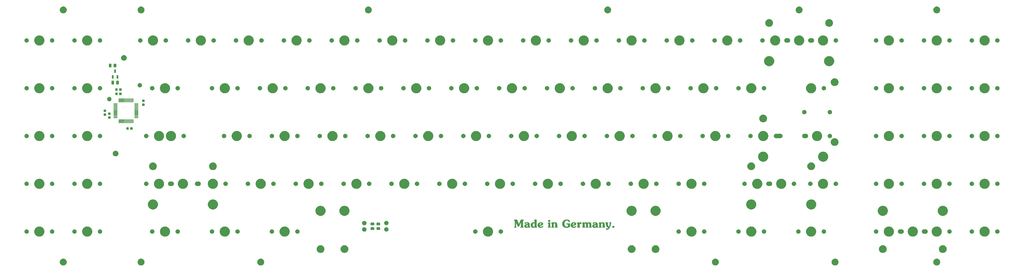
<source format=gbr>
%TF.GenerationSoftware,KiCad,Pcbnew,8.0.2*%
%TF.CreationDate,2025-12-13T15:02:25-08:00*%
%TF.ProjectId,mx-unsaver-main,6d782d75-6e73-4617-9665-722d6d61696e,rev?*%
%TF.SameCoordinates,Original*%
%TF.FileFunction,Soldermask,Top*%
%TF.FilePolarity,Negative*%
%FSLAX46Y46*%
G04 Gerber Fmt 4.6, Leading zero omitted, Abs format (unit mm)*
G04 Created by KiCad (PCBNEW 8.0.2) date 2025-12-13 15:02:25*
%MOMM*%
%LPD*%
G01*
G04 APERTURE LIST*
G04 APERTURE END LIST*
G36*
X9863770Y-87037228D02*
G01*
X10079340Y-87111233D01*
X10279788Y-87219710D01*
X10459649Y-87359701D01*
X10614014Y-87527386D01*
X10738674Y-87718193D01*
X10830228Y-87926915D01*
X10886179Y-88147859D01*
X10905000Y-88375000D01*
X10886179Y-88602141D01*
X10830228Y-88823085D01*
X10738674Y-89031807D01*
X10614014Y-89222614D01*
X10459649Y-89390299D01*
X10279788Y-89530290D01*
X10079340Y-89638767D01*
X9863770Y-89712772D01*
X9638959Y-89750287D01*
X9411041Y-89750287D01*
X9186230Y-89712772D01*
X8970660Y-89638767D01*
X8770212Y-89530290D01*
X8590351Y-89390299D01*
X8435986Y-89222614D01*
X8311326Y-89031807D01*
X8219772Y-88823085D01*
X8163821Y-88602141D01*
X8145000Y-88375000D01*
X8163821Y-88147859D01*
X8219772Y-87926915D01*
X8311326Y-87718193D01*
X8435986Y-87527386D01*
X8590351Y-87359701D01*
X8770212Y-87219710D01*
X8970660Y-87111233D01*
X9186230Y-87037228D01*
X9411041Y-86999713D01*
X9638959Y-86999713D01*
X9863770Y-87037228D01*
G37*
G36*
X40820020Y-87037228D02*
G01*
X41035590Y-87111233D01*
X41236038Y-87219710D01*
X41415899Y-87359701D01*
X41570264Y-87527386D01*
X41694924Y-87718193D01*
X41786478Y-87926915D01*
X41842429Y-88147859D01*
X41861250Y-88375000D01*
X41842429Y-88602141D01*
X41786478Y-88823085D01*
X41694924Y-89031807D01*
X41570264Y-89222614D01*
X41415899Y-89390299D01*
X41236038Y-89530290D01*
X41035590Y-89638767D01*
X40820020Y-89712772D01*
X40595209Y-89750287D01*
X40367291Y-89750287D01*
X40142480Y-89712772D01*
X39926910Y-89638767D01*
X39726462Y-89530290D01*
X39546601Y-89390299D01*
X39392236Y-89222614D01*
X39267576Y-89031807D01*
X39176022Y-88823085D01*
X39120071Y-88602141D01*
X39101250Y-88375000D01*
X39120071Y-88147859D01*
X39176022Y-87926915D01*
X39267576Y-87718193D01*
X39392236Y-87527386D01*
X39546601Y-87359701D01*
X39726462Y-87219710D01*
X39926910Y-87111233D01*
X40142480Y-87037228D01*
X40367291Y-86999713D01*
X40595209Y-86999713D01*
X40820020Y-87037228D01*
G37*
G36*
X88445020Y-87037228D02*
G01*
X88660590Y-87111233D01*
X88861038Y-87219710D01*
X89040899Y-87359701D01*
X89195264Y-87527386D01*
X89319924Y-87718193D01*
X89411478Y-87926915D01*
X89467429Y-88147859D01*
X89486250Y-88375000D01*
X89467429Y-88602141D01*
X89411478Y-88823085D01*
X89319924Y-89031807D01*
X89195264Y-89222614D01*
X89040899Y-89390299D01*
X88861038Y-89530290D01*
X88660590Y-89638767D01*
X88445020Y-89712772D01*
X88220209Y-89750287D01*
X87992291Y-89750287D01*
X87767480Y-89712772D01*
X87551910Y-89638767D01*
X87351462Y-89530290D01*
X87171601Y-89390299D01*
X87017236Y-89222614D01*
X86892576Y-89031807D01*
X86801022Y-88823085D01*
X86745071Y-88602141D01*
X86726250Y-88375000D01*
X86745071Y-88147859D01*
X86801022Y-87926915D01*
X86892576Y-87718193D01*
X87017236Y-87527386D01*
X87171601Y-87359701D01*
X87351462Y-87219710D01*
X87551910Y-87111233D01*
X87767480Y-87037228D01*
X87992291Y-86999713D01*
X88220209Y-86999713D01*
X88445020Y-87037228D01*
G37*
G36*
X269420020Y-87037228D02*
G01*
X269635590Y-87111233D01*
X269836038Y-87219710D01*
X270015899Y-87359701D01*
X270170264Y-87527386D01*
X270294924Y-87718193D01*
X270386478Y-87926915D01*
X270442429Y-88147859D01*
X270461250Y-88375000D01*
X270442429Y-88602141D01*
X270386478Y-88823085D01*
X270294924Y-89031807D01*
X270170264Y-89222614D01*
X270015899Y-89390299D01*
X269836038Y-89530290D01*
X269635590Y-89638767D01*
X269420020Y-89712772D01*
X269195209Y-89750287D01*
X268967291Y-89750287D01*
X268742480Y-89712772D01*
X268526910Y-89638767D01*
X268326462Y-89530290D01*
X268146601Y-89390299D01*
X267992236Y-89222614D01*
X267867576Y-89031807D01*
X267776022Y-88823085D01*
X267720071Y-88602141D01*
X267701250Y-88375000D01*
X267720071Y-88147859D01*
X267776022Y-87926915D01*
X267867576Y-87718193D01*
X267992236Y-87527386D01*
X268146601Y-87359701D01*
X268326462Y-87219710D01*
X268526910Y-87111233D01*
X268742480Y-87037228D01*
X268967291Y-86999713D01*
X269195209Y-86999713D01*
X269420020Y-87037228D01*
G37*
G36*
X317045020Y-87037228D02*
G01*
X317260590Y-87111233D01*
X317461038Y-87219710D01*
X317640899Y-87359701D01*
X317795264Y-87527386D01*
X317919924Y-87718193D01*
X318011478Y-87926915D01*
X318067429Y-88147859D01*
X318086250Y-88375000D01*
X318067429Y-88602141D01*
X318011478Y-88823085D01*
X317919924Y-89031807D01*
X317795264Y-89222614D01*
X317640899Y-89390299D01*
X317461038Y-89530290D01*
X317260590Y-89638767D01*
X317045020Y-89712772D01*
X316820209Y-89750287D01*
X316592291Y-89750287D01*
X316367480Y-89712772D01*
X316151910Y-89638767D01*
X315951462Y-89530290D01*
X315771601Y-89390299D01*
X315617236Y-89222614D01*
X315492576Y-89031807D01*
X315401022Y-88823085D01*
X315345071Y-88602141D01*
X315326250Y-88375000D01*
X315345071Y-88147859D01*
X315401022Y-87926915D01*
X315492576Y-87718193D01*
X315617236Y-87527386D01*
X315771601Y-87359701D01*
X315951462Y-87219710D01*
X316151910Y-87111233D01*
X316367480Y-87037228D01*
X316592291Y-86999713D01*
X316820209Y-86999713D01*
X317045020Y-87037228D01*
G37*
G36*
X357526270Y-87037228D02*
G01*
X357741840Y-87111233D01*
X357942288Y-87219710D01*
X358122149Y-87359701D01*
X358276514Y-87527386D01*
X358401174Y-87718193D01*
X358492728Y-87926915D01*
X358548679Y-88147859D01*
X358567500Y-88375000D01*
X358548679Y-88602141D01*
X358492728Y-88823085D01*
X358401174Y-89031807D01*
X358276514Y-89222614D01*
X358122149Y-89390299D01*
X357942288Y-89530290D01*
X357741840Y-89638767D01*
X357526270Y-89712772D01*
X357301459Y-89750287D01*
X357073541Y-89750287D01*
X356848730Y-89712772D01*
X356633160Y-89638767D01*
X356432712Y-89530290D01*
X356252851Y-89390299D01*
X356098486Y-89222614D01*
X355973826Y-89031807D01*
X355882272Y-88823085D01*
X355826321Y-88602141D01*
X355807500Y-88375000D01*
X355826321Y-88147859D01*
X355882272Y-87926915D01*
X355973826Y-87718193D01*
X356098486Y-87527386D01*
X356252851Y-87359701D01*
X356432712Y-87219710D01*
X356633160Y-87111233D01*
X356848730Y-87037228D01*
X357073541Y-86999713D01*
X357301459Y-86999713D01*
X357526270Y-87037228D01*
G37*
G36*
X112161849Y-81650132D02*
G01*
X112398962Y-81707058D01*
X112624251Y-81800376D01*
X112832168Y-81927788D01*
X113017594Y-82086156D01*
X113175962Y-82271582D01*
X113303374Y-82479499D01*
X113396692Y-82704788D01*
X113453618Y-82941901D01*
X113472750Y-83185000D01*
X113453618Y-83428099D01*
X113396692Y-83665212D01*
X113303374Y-83890501D01*
X113175962Y-84098418D01*
X113017594Y-84283844D01*
X112832168Y-84442212D01*
X112624251Y-84569624D01*
X112398962Y-84662942D01*
X112161849Y-84719868D01*
X111918750Y-84739000D01*
X111675651Y-84719868D01*
X111438538Y-84662942D01*
X111213249Y-84569624D01*
X111005332Y-84442212D01*
X110819906Y-84283844D01*
X110661538Y-84098418D01*
X110534126Y-83890501D01*
X110440808Y-83665212D01*
X110383882Y-83428099D01*
X110364750Y-83185000D01*
X110383882Y-82941901D01*
X110440808Y-82704788D01*
X110534126Y-82479499D01*
X110661538Y-82271582D01*
X110819906Y-82086156D01*
X111005332Y-81927788D01*
X111213249Y-81800376D01*
X111438538Y-81707058D01*
X111675651Y-81650132D01*
X111918750Y-81631000D01*
X112161849Y-81650132D01*
G37*
G36*
X121686849Y-81650132D02*
G01*
X121923962Y-81707058D01*
X122149251Y-81800376D01*
X122357168Y-81927788D01*
X122542594Y-82086156D01*
X122700962Y-82271582D01*
X122828374Y-82479499D01*
X122921692Y-82704788D01*
X122978618Y-82941901D01*
X122997750Y-83185000D01*
X122978618Y-83428099D01*
X122921692Y-83665212D01*
X122828374Y-83890501D01*
X122700962Y-84098418D01*
X122542594Y-84283844D01*
X122357168Y-84442212D01*
X122149251Y-84569624D01*
X121923962Y-84662942D01*
X121686849Y-84719868D01*
X121443750Y-84739000D01*
X121200651Y-84719868D01*
X120963538Y-84662942D01*
X120738249Y-84569624D01*
X120530332Y-84442212D01*
X120344906Y-84283844D01*
X120186538Y-84098418D01*
X120059126Y-83890501D01*
X119965808Y-83665212D01*
X119908882Y-83428099D01*
X119889750Y-83185000D01*
X119908882Y-82941901D01*
X119965808Y-82704788D01*
X120059126Y-82479499D01*
X120186538Y-82271582D01*
X120344906Y-82086156D01*
X120530332Y-81927788D01*
X120738249Y-81800376D01*
X120963538Y-81707058D01*
X121200651Y-81650132D01*
X121443750Y-81631000D01*
X121686849Y-81650132D01*
G37*
G36*
X235986849Y-81650132D02*
G01*
X236223962Y-81707058D01*
X236449251Y-81800376D01*
X236657168Y-81927788D01*
X236842594Y-82086156D01*
X237000962Y-82271582D01*
X237128374Y-82479499D01*
X237221692Y-82704788D01*
X237278618Y-82941901D01*
X237297750Y-83185000D01*
X237278618Y-83428099D01*
X237221692Y-83665212D01*
X237128374Y-83890501D01*
X237000962Y-84098418D01*
X236842594Y-84283844D01*
X236657168Y-84442212D01*
X236449251Y-84569624D01*
X236223962Y-84662942D01*
X235986849Y-84719868D01*
X235743750Y-84739000D01*
X235500651Y-84719868D01*
X235263538Y-84662942D01*
X235038249Y-84569624D01*
X234830332Y-84442212D01*
X234644906Y-84283844D01*
X234486538Y-84098418D01*
X234359126Y-83890501D01*
X234265808Y-83665212D01*
X234208882Y-83428099D01*
X234189750Y-83185000D01*
X234208882Y-82941901D01*
X234265808Y-82704788D01*
X234359126Y-82479499D01*
X234486538Y-82271582D01*
X234644906Y-82086156D01*
X234830332Y-81927788D01*
X235038249Y-81800376D01*
X235263538Y-81707058D01*
X235500651Y-81650132D01*
X235743750Y-81631000D01*
X235986849Y-81650132D01*
G37*
G36*
X245511849Y-81650132D02*
G01*
X245748962Y-81707058D01*
X245974251Y-81800376D01*
X246182168Y-81927788D01*
X246367594Y-82086156D01*
X246525962Y-82271582D01*
X246653374Y-82479499D01*
X246746692Y-82704788D01*
X246803618Y-82941901D01*
X246822750Y-83185000D01*
X246803618Y-83428099D01*
X246746692Y-83665212D01*
X246653374Y-83890501D01*
X246525962Y-84098418D01*
X246367594Y-84283844D01*
X246182168Y-84442212D01*
X245974251Y-84569624D01*
X245748962Y-84662942D01*
X245511849Y-84719868D01*
X245268750Y-84739000D01*
X245025651Y-84719868D01*
X244788538Y-84662942D01*
X244563249Y-84569624D01*
X244355332Y-84442212D01*
X244169906Y-84283844D01*
X244011538Y-84098418D01*
X243884126Y-83890501D01*
X243790808Y-83665212D01*
X243733882Y-83428099D01*
X243714750Y-83185000D01*
X243733882Y-82941901D01*
X243790808Y-82704788D01*
X243884126Y-82479499D01*
X244011538Y-82271582D01*
X244169906Y-82086156D01*
X244355332Y-81927788D01*
X244563249Y-81800376D01*
X244788538Y-81707058D01*
X245025651Y-81650132D01*
X245268750Y-81631000D01*
X245511849Y-81650132D01*
G37*
G36*
X335967599Y-81650132D02*
G01*
X336204712Y-81707058D01*
X336430001Y-81800376D01*
X336637918Y-81927788D01*
X336823344Y-82086156D01*
X336981712Y-82271582D01*
X337109124Y-82479499D01*
X337202442Y-82704788D01*
X337259368Y-82941901D01*
X337278500Y-83185000D01*
X337259368Y-83428099D01*
X337202442Y-83665212D01*
X337109124Y-83890501D01*
X336981712Y-84098418D01*
X336823344Y-84283844D01*
X336637918Y-84442212D01*
X336430001Y-84569624D01*
X336204712Y-84662942D01*
X335967599Y-84719868D01*
X335724500Y-84739000D01*
X335481401Y-84719868D01*
X335244288Y-84662942D01*
X335018999Y-84569624D01*
X334811082Y-84442212D01*
X334625656Y-84283844D01*
X334467288Y-84098418D01*
X334339876Y-83890501D01*
X334246558Y-83665212D01*
X334189632Y-83428099D01*
X334170500Y-83185000D01*
X334189632Y-82941901D01*
X334246558Y-82704788D01*
X334339876Y-82479499D01*
X334467288Y-82271582D01*
X334625656Y-82086156D01*
X334811082Y-81927788D01*
X335018999Y-81800376D01*
X335244288Y-81707058D01*
X335481401Y-81650132D01*
X335724500Y-81631000D01*
X335967599Y-81650132D01*
G37*
G36*
X359843599Y-81650132D02*
G01*
X360080712Y-81707058D01*
X360306001Y-81800376D01*
X360513918Y-81927788D01*
X360699344Y-82086156D01*
X360857712Y-82271582D01*
X360985124Y-82479499D01*
X361078442Y-82704788D01*
X361135368Y-82941901D01*
X361154500Y-83185000D01*
X361135368Y-83428099D01*
X361078442Y-83665212D01*
X360985124Y-83890501D01*
X360857712Y-84098418D01*
X360699344Y-84283844D01*
X360513918Y-84442212D01*
X360306001Y-84569624D01*
X360080712Y-84662942D01*
X359843599Y-84719868D01*
X359600500Y-84739000D01*
X359357401Y-84719868D01*
X359120288Y-84662942D01*
X358894999Y-84569624D01*
X358687082Y-84442212D01*
X358501656Y-84283844D01*
X358343288Y-84098418D01*
X358215876Y-83890501D01*
X358122558Y-83665212D01*
X358065632Y-83428099D01*
X358046500Y-83185000D01*
X358065632Y-82941901D01*
X358122558Y-82704788D01*
X358215876Y-82479499D01*
X358343288Y-82271582D01*
X358501656Y-82086156D01*
X358687082Y-81927788D01*
X358894999Y-81800376D01*
X359120288Y-81707058D01*
X359357401Y-81650132D01*
X359600500Y-81631000D01*
X359843599Y-81650132D01*
G37*
G36*
X411775Y-74218432D02*
G01*
X677763Y-74292958D01*
X931126Y-74403009D01*
X1167143Y-74546535D01*
X1381419Y-74720861D01*
X1569962Y-74922741D01*
X1729259Y-75148414D01*
X1856344Y-75393676D01*
X1948848Y-75653958D01*
X2005049Y-75924412D01*
X2023900Y-76200000D01*
X2005049Y-76475588D01*
X1948848Y-76746042D01*
X1856344Y-77006324D01*
X1729259Y-77251586D01*
X1569962Y-77477259D01*
X1381419Y-77679139D01*
X1167143Y-77853465D01*
X931126Y-77996991D01*
X677763Y-78107042D01*
X411775Y-78181568D01*
X138116Y-78219182D01*
X-138116Y-78219182D01*
X-411775Y-78181568D01*
X-677763Y-78107042D01*
X-931126Y-77996991D01*
X-1167143Y-77853465D01*
X-1381419Y-77679139D01*
X-1569962Y-77477259D01*
X-1729259Y-77251586D01*
X-1856344Y-77006324D01*
X-1948848Y-76746042D01*
X-2005049Y-76475588D01*
X-2023900Y-76200000D01*
X-2005049Y-75924412D01*
X-1948848Y-75653958D01*
X-1856344Y-75393676D01*
X-1729259Y-75148414D01*
X-1569962Y-74922741D01*
X-1381419Y-74720861D01*
X-1167143Y-74546535D01*
X-931126Y-74403009D01*
X-677763Y-74292958D01*
X-411775Y-74218432D01*
X-138116Y-74180818D01*
X138116Y-74180818D01*
X411775Y-74218432D01*
G37*
G36*
X19461775Y-74218432D02*
G01*
X19727763Y-74292958D01*
X19981126Y-74403009D01*
X20217143Y-74546535D01*
X20431419Y-74720861D01*
X20619962Y-74922741D01*
X20779259Y-75148414D01*
X20906344Y-75393676D01*
X20998848Y-75653958D01*
X21055049Y-75924412D01*
X21073900Y-76200000D01*
X21055049Y-76475588D01*
X20998848Y-76746042D01*
X20906344Y-77006324D01*
X20779259Y-77251586D01*
X20619962Y-77477259D01*
X20431419Y-77679139D01*
X20217143Y-77853465D01*
X19981126Y-77996991D01*
X19727763Y-78107042D01*
X19461775Y-78181568D01*
X19188116Y-78219182D01*
X18911884Y-78219182D01*
X18638225Y-78181568D01*
X18372237Y-78107042D01*
X18118874Y-77996991D01*
X17882857Y-77853465D01*
X17668581Y-77679139D01*
X17480038Y-77477259D01*
X17320741Y-77251586D01*
X17193656Y-77006324D01*
X17101152Y-76746042D01*
X17044951Y-76475588D01*
X17026100Y-76200000D01*
X17044951Y-75924412D01*
X17101152Y-75653958D01*
X17193656Y-75393676D01*
X17320741Y-75148414D01*
X17480038Y-74922741D01*
X17668581Y-74720861D01*
X17882857Y-74546535D01*
X18118874Y-74403009D01*
X18372237Y-74292958D01*
X18638225Y-74218432D01*
X18911884Y-74180818D01*
X19188116Y-74180818D01*
X19461775Y-74218432D01*
G37*
G36*
X50418025Y-74218432D02*
G01*
X50684013Y-74292958D01*
X50937376Y-74403009D01*
X51173393Y-74546535D01*
X51387669Y-74720861D01*
X51576212Y-74922741D01*
X51735509Y-75148414D01*
X51862594Y-75393676D01*
X51955098Y-75653958D01*
X52011299Y-75924412D01*
X52030150Y-76200000D01*
X52011299Y-76475588D01*
X51955098Y-76746042D01*
X51862594Y-77006324D01*
X51735509Y-77251586D01*
X51576212Y-77477259D01*
X51387669Y-77679139D01*
X51173393Y-77853465D01*
X50937376Y-77996991D01*
X50684013Y-78107042D01*
X50418025Y-78181568D01*
X50144366Y-78219182D01*
X49868134Y-78219182D01*
X49594475Y-78181568D01*
X49328487Y-78107042D01*
X49075124Y-77996991D01*
X48839107Y-77853465D01*
X48624831Y-77679139D01*
X48436288Y-77477259D01*
X48276991Y-77251586D01*
X48149906Y-77006324D01*
X48057402Y-76746042D01*
X48001201Y-76475588D01*
X47982350Y-76200000D01*
X48001201Y-75924412D01*
X48057402Y-75653958D01*
X48149906Y-75393676D01*
X48276991Y-75148414D01*
X48436288Y-74922741D01*
X48624831Y-74720861D01*
X48839107Y-74546535D01*
X49075124Y-74403009D01*
X49328487Y-74292958D01*
X49594475Y-74218432D01*
X49868134Y-74180818D01*
X50144366Y-74180818D01*
X50418025Y-74218432D01*
G37*
G36*
X74230525Y-74218432D02*
G01*
X74496513Y-74292958D01*
X74749876Y-74403009D01*
X74985893Y-74546535D01*
X75200169Y-74720861D01*
X75388712Y-74922741D01*
X75548009Y-75148414D01*
X75675094Y-75393676D01*
X75767598Y-75653958D01*
X75823799Y-75924412D01*
X75842650Y-76200000D01*
X75823799Y-76475588D01*
X75767598Y-76746042D01*
X75675094Y-77006324D01*
X75548009Y-77251586D01*
X75388712Y-77477259D01*
X75200169Y-77679139D01*
X74985893Y-77853465D01*
X74749876Y-77996991D01*
X74496513Y-78107042D01*
X74230525Y-78181568D01*
X73956866Y-78219182D01*
X73680634Y-78219182D01*
X73406975Y-78181568D01*
X73140987Y-78107042D01*
X72887624Y-77996991D01*
X72651607Y-77853465D01*
X72437331Y-77679139D01*
X72248788Y-77477259D01*
X72089491Y-77251586D01*
X71962406Y-77006324D01*
X71869902Y-76746042D01*
X71813701Y-76475588D01*
X71794850Y-76200000D01*
X71813701Y-75924412D01*
X71869902Y-75653958D01*
X71962406Y-75393676D01*
X72089491Y-75148414D01*
X72248788Y-74922741D01*
X72437331Y-74720861D01*
X72651607Y-74546535D01*
X72887624Y-74403009D01*
X73140987Y-74292958D01*
X73406975Y-74218432D01*
X73680634Y-74180818D01*
X73956866Y-74180818D01*
X74230525Y-74218432D01*
G37*
G36*
X98043025Y-74218432D02*
G01*
X98309013Y-74292958D01*
X98562376Y-74403009D01*
X98798393Y-74546535D01*
X99012669Y-74720861D01*
X99201212Y-74922741D01*
X99360509Y-75148414D01*
X99487594Y-75393676D01*
X99580098Y-75653958D01*
X99636299Y-75924412D01*
X99655150Y-76200000D01*
X99636299Y-76475588D01*
X99580098Y-76746042D01*
X99487594Y-77006324D01*
X99360509Y-77251586D01*
X99201212Y-77477259D01*
X99012669Y-77679139D01*
X98798393Y-77853465D01*
X98562376Y-77996991D01*
X98309013Y-78107042D01*
X98043025Y-78181568D01*
X97769366Y-78219182D01*
X97493134Y-78219182D01*
X97219475Y-78181568D01*
X96953487Y-78107042D01*
X96700124Y-77996991D01*
X96464107Y-77853465D01*
X96249831Y-77679139D01*
X96061288Y-77477259D01*
X95901991Y-77251586D01*
X95774906Y-77006324D01*
X95682402Y-76746042D01*
X95626201Y-76475588D01*
X95607350Y-76200000D01*
X95626201Y-75924412D01*
X95682402Y-75653958D01*
X95774906Y-75393676D01*
X95901991Y-75148414D01*
X96061288Y-74922741D01*
X96249831Y-74720861D01*
X96464107Y-74546535D01*
X96700124Y-74403009D01*
X96953487Y-74292958D01*
X97219475Y-74218432D01*
X97493134Y-74180818D01*
X97769366Y-74180818D01*
X98043025Y-74218432D01*
G37*
G36*
X179005525Y-74218432D02*
G01*
X179271513Y-74292958D01*
X179524876Y-74403009D01*
X179760893Y-74546535D01*
X179975169Y-74720861D01*
X180163712Y-74922741D01*
X180323009Y-75148414D01*
X180450094Y-75393676D01*
X180542598Y-75653958D01*
X180598799Y-75924412D01*
X180617650Y-76200000D01*
X180598799Y-76475588D01*
X180542598Y-76746042D01*
X180450094Y-77006324D01*
X180323009Y-77251586D01*
X180163712Y-77477259D01*
X179975169Y-77679139D01*
X179760893Y-77853465D01*
X179524876Y-77996991D01*
X179271513Y-78107042D01*
X179005525Y-78181568D01*
X178731866Y-78219182D01*
X178455634Y-78219182D01*
X178181975Y-78181568D01*
X177915987Y-78107042D01*
X177662624Y-77996991D01*
X177426607Y-77853465D01*
X177212331Y-77679139D01*
X177023788Y-77477259D01*
X176864491Y-77251586D01*
X176737406Y-77006324D01*
X176644902Y-76746042D01*
X176588701Y-76475588D01*
X176569850Y-76200000D01*
X176588701Y-75924412D01*
X176644902Y-75653958D01*
X176737406Y-75393676D01*
X176864491Y-75148414D01*
X177023788Y-74922741D01*
X177212331Y-74720861D01*
X177426607Y-74546535D01*
X177662624Y-74403009D01*
X177915987Y-74292958D01*
X178181975Y-74218432D01*
X178455634Y-74180818D01*
X178731866Y-74180818D01*
X179005525Y-74218432D01*
G37*
G36*
X259968025Y-74218432D02*
G01*
X260234013Y-74292958D01*
X260487376Y-74403009D01*
X260723393Y-74546535D01*
X260937669Y-74720861D01*
X261126212Y-74922741D01*
X261285509Y-75148414D01*
X261412594Y-75393676D01*
X261505098Y-75653958D01*
X261561299Y-75924412D01*
X261580150Y-76200000D01*
X261561299Y-76475588D01*
X261505098Y-76746042D01*
X261412594Y-77006324D01*
X261285509Y-77251586D01*
X261126212Y-77477259D01*
X260937669Y-77679139D01*
X260723393Y-77853465D01*
X260487376Y-77996991D01*
X260234013Y-78107042D01*
X259968025Y-78181568D01*
X259694366Y-78219182D01*
X259418134Y-78219182D01*
X259144475Y-78181568D01*
X258878487Y-78107042D01*
X258625124Y-77996991D01*
X258389107Y-77853465D01*
X258174831Y-77679139D01*
X257986288Y-77477259D01*
X257826991Y-77251586D01*
X257699906Y-77006324D01*
X257607402Y-76746042D01*
X257551201Y-76475588D01*
X257532350Y-76200000D01*
X257551201Y-75924412D01*
X257607402Y-75653958D01*
X257699906Y-75393676D01*
X257826991Y-75148414D01*
X257986288Y-74922741D01*
X258174831Y-74720861D01*
X258389107Y-74546535D01*
X258625124Y-74403009D01*
X258878487Y-74292958D01*
X259144475Y-74218432D01*
X259418134Y-74180818D01*
X259694366Y-74180818D01*
X259968025Y-74218432D01*
G37*
G36*
X283780525Y-74218432D02*
G01*
X284046513Y-74292958D01*
X284299876Y-74403009D01*
X284535893Y-74546535D01*
X284750169Y-74720861D01*
X284938712Y-74922741D01*
X285098009Y-75148414D01*
X285225094Y-75393676D01*
X285317598Y-75653958D01*
X285373799Y-75924412D01*
X285392650Y-76200000D01*
X285373799Y-76475588D01*
X285317598Y-76746042D01*
X285225094Y-77006324D01*
X285098009Y-77251586D01*
X284938712Y-77477259D01*
X284750169Y-77679139D01*
X284535893Y-77853465D01*
X284299876Y-77996991D01*
X284046513Y-78107042D01*
X283780525Y-78181568D01*
X283506866Y-78219182D01*
X283230634Y-78219182D01*
X282956975Y-78181568D01*
X282690987Y-78107042D01*
X282437624Y-77996991D01*
X282201607Y-77853465D01*
X281987331Y-77679139D01*
X281798788Y-77477259D01*
X281639491Y-77251586D01*
X281512406Y-77006324D01*
X281419902Y-76746042D01*
X281363701Y-76475588D01*
X281344850Y-76200000D01*
X281363701Y-75924412D01*
X281419902Y-75653958D01*
X281512406Y-75393676D01*
X281639491Y-75148414D01*
X281798788Y-74922741D01*
X281987331Y-74720861D01*
X282201607Y-74546535D01*
X282437624Y-74403009D01*
X282690987Y-74292958D01*
X282956975Y-74218432D01*
X283230634Y-74180818D01*
X283506866Y-74180818D01*
X283780525Y-74218432D01*
G37*
G36*
X307593025Y-74218432D02*
G01*
X307859013Y-74292958D01*
X308112376Y-74403009D01*
X308348393Y-74546535D01*
X308562669Y-74720861D01*
X308751212Y-74922741D01*
X308910509Y-75148414D01*
X309037594Y-75393676D01*
X309130098Y-75653958D01*
X309186299Y-75924412D01*
X309205150Y-76200000D01*
X309186299Y-76475588D01*
X309130098Y-76746042D01*
X309037594Y-77006324D01*
X308910509Y-77251586D01*
X308751212Y-77477259D01*
X308562669Y-77679139D01*
X308348393Y-77853465D01*
X308112376Y-77996991D01*
X307859013Y-78107042D01*
X307593025Y-78181568D01*
X307319366Y-78219182D01*
X307043134Y-78219182D01*
X306769475Y-78181568D01*
X306503487Y-78107042D01*
X306250124Y-77996991D01*
X306014107Y-77853465D01*
X305799831Y-77679139D01*
X305611288Y-77477259D01*
X305451991Y-77251586D01*
X305324906Y-77006324D01*
X305232402Y-76746042D01*
X305176201Y-76475588D01*
X305157350Y-76200000D01*
X305176201Y-75924412D01*
X305232402Y-75653958D01*
X305324906Y-75393676D01*
X305451991Y-75148414D01*
X305611288Y-74922741D01*
X305799831Y-74720861D01*
X306014107Y-74546535D01*
X306250124Y-74403009D01*
X306503487Y-74292958D01*
X306769475Y-74218432D01*
X307043134Y-74180818D01*
X307319366Y-74180818D01*
X307593025Y-74218432D01*
G37*
G36*
X338549275Y-74218432D02*
G01*
X338815263Y-74292958D01*
X339068626Y-74403009D01*
X339304643Y-74546535D01*
X339518919Y-74720861D01*
X339707462Y-74922741D01*
X339866759Y-75148414D01*
X339993844Y-75393676D01*
X340086348Y-75653958D01*
X340142549Y-75924412D01*
X340161400Y-76200000D01*
X340142549Y-76475588D01*
X340086348Y-76746042D01*
X339993844Y-77006324D01*
X339866759Y-77251586D01*
X339707462Y-77477259D01*
X339518919Y-77679139D01*
X339304643Y-77853465D01*
X339068626Y-77996991D01*
X338815263Y-78107042D01*
X338549275Y-78181568D01*
X338275616Y-78219182D01*
X337999384Y-78219182D01*
X337725725Y-78181568D01*
X337459737Y-78107042D01*
X337206374Y-77996991D01*
X336970357Y-77853465D01*
X336756081Y-77679139D01*
X336567538Y-77477259D01*
X336408241Y-77251586D01*
X336281156Y-77006324D01*
X336188652Y-76746042D01*
X336132451Y-76475588D01*
X336113600Y-76200000D01*
X336132451Y-75924412D01*
X336188652Y-75653958D01*
X336281156Y-75393676D01*
X336408241Y-75148414D01*
X336567538Y-74922741D01*
X336756081Y-74720861D01*
X336970357Y-74546535D01*
X337206374Y-74403009D01*
X337459737Y-74292958D01*
X337725725Y-74218432D01*
X337999384Y-74180818D01*
X338275616Y-74180818D01*
X338549275Y-74218432D01*
G37*
G36*
X348074275Y-74218432D02*
G01*
X348340263Y-74292958D01*
X348593626Y-74403009D01*
X348829643Y-74546535D01*
X349043919Y-74720861D01*
X349232462Y-74922741D01*
X349391759Y-75148414D01*
X349518844Y-75393676D01*
X349611348Y-75653958D01*
X349667549Y-75924412D01*
X349686400Y-76200000D01*
X349667549Y-76475588D01*
X349611348Y-76746042D01*
X349518844Y-77006324D01*
X349391759Y-77251586D01*
X349232462Y-77477259D01*
X349043919Y-77679139D01*
X348829643Y-77853465D01*
X348593626Y-77996991D01*
X348340263Y-78107042D01*
X348074275Y-78181568D01*
X347800616Y-78219182D01*
X347524384Y-78219182D01*
X347250725Y-78181568D01*
X346984737Y-78107042D01*
X346731374Y-77996991D01*
X346495357Y-77853465D01*
X346281081Y-77679139D01*
X346092538Y-77477259D01*
X345933241Y-77251586D01*
X345806156Y-77006324D01*
X345713652Y-76746042D01*
X345657451Y-76475588D01*
X345638600Y-76200000D01*
X345657451Y-75924412D01*
X345713652Y-75653958D01*
X345806156Y-75393676D01*
X345933241Y-75148414D01*
X346092538Y-74922741D01*
X346281081Y-74720861D01*
X346495357Y-74546535D01*
X346731374Y-74403009D01*
X346984737Y-74292958D01*
X347250725Y-74218432D01*
X347524384Y-74180818D01*
X347800616Y-74180818D01*
X348074275Y-74218432D01*
G37*
G36*
X357599275Y-74218432D02*
G01*
X357865263Y-74292958D01*
X358118626Y-74403009D01*
X358354643Y-74546535D01*
X358568919Y-74720861D01*
X358757462Y-74922741D01*
X358916759Y-75148414D01*
X359043844Y-75393676D01*
X359136348Y-75653958D01*
X359192549Y-75924412D01*
X359211400Y-76200000D01*
X359192549Y-76475588D01*
X359136348Y-76746042D01*
X359043844Y-77006324D01*
X358916759Y-77251586D01*
X358757462Y-77477259D01*
X358568919Y-77679139D01*
X358354643Y-77853465D01*
X358118626Y-77996991D01*
X357865263Y-78107042D01*
X357599275Y-78181568D01*
X357325616Y-78219182D01*
X357049384Y-78219182D01*
X356775725Y-78181568D01*
X356509737Y-78107042D01*
X356256374Y-77996991D01*
X356020357Y-77853465D01*
X355806081Y-77679139D01*
X355617538Y-77477259D01*
X355458241Y-77251586D01*
X355331156Y-77006324D01*
X355238652Y-76746042D01*
X355182451Y-76475588D01*
X355163600Y-76200000D01*
X355182451Y-75924412D01*
X355238652Y-75653958D01*
X355331156Y-75393676D01*
X355458241Y-75148414D01*
X355617538Y-74922741D01*
X355806081Y-74720861D01*
X356020357Y-74546535D01*
X356256374Y-74403009D01*
X356509737Y-74292958D01*
X356775725Y-74218432D01*
X357049384Y-74180818D01*
X357325616Y-74180818D01*
X357599275Y-74218432D01*
G37*
G36*
X376649275Y-74218432D02*
G01*
X376915263Y-74292958D01*
X377168626Y-74403009D01*
X377404643Y-74546535D01*
X377618919Y-74720861D01*
X377807462Y-74922741D01*
X377966759Y-75148414D01*
X378093844Y-75393676D01*
X378186348Y-75653958D01*
X378242549Y-75924412D01*
X378261400Y-76200000D01*
X378242549Y-76475588D01*
X378186348Y-76746042D01*
X378093844Y-77006324D01*
X377966759Y-77251586D01*
X377807462Y-77477259D01*
X377618919Y-77679139D01*
X377404643Y-77853465D01*
X377168626Y-77996991D01*
X376915263Y-78107042D01*
X376649275Y-78181568D01*
X376375616Y-78219182D01*
X376099384Y-78219182D01*
X375825725Y-78181568D01*
X375559737Y-78107042D01*
X375306374Y-77996991D01*
X375070357Y-77853465D01*
X374856081Y-77679139D01*
X374667538Y-77477259D01*
X374508241Y-77251586D01*
X374381156Y-77006324D01*
X374288652Y-76746042D01*
X374232451Y-76475588D01*
X374213600Y-76200000D01*
X374232451Y-75924412D01*
X374288652Y-75653958D01*
X374381156Y-75393676D01*
X374508241Y-75148414D01*
X374667538Y-74922741D01*
X374856081Y-74720861D01*
X375070357Y-74546535D01*
X375306374Y-74403009D01*
X375559737Y-74292958D01*
X375825725Y-74218432D01*
X376099384Y-74180818D01*
X376375616Y-74180818D01*
X376649275Y-74218432D01*
G37*
G36*
X343303843Y-75323342D02*
G01*
X343473212Y-75357031D01*
X343632753Y-75423116D01*
X343776337Y-75519055D01*
X343898445Y-75641163D01*
X343994384Y-75784747D01*
X344060469Y-75944288D01*
X344094158Y-76113657D01*
X344094158Y-76286343D01*
X344060469Y-76455712D01*
X343994384Y-76615253D01*
X343898445Y-76758837D01*
X343776337Y-76880945D01*
X343632753Y-76976884D01*
X343473212Y-77042969D01*
X343303843Y-77076658D01*
X342582500Y-77080900D01*
X342496157Y-77076658D01*
X342326788Y-77042969D01*
X342167247Y-76976884D01*
X342023663Y-76880945D01*
X341901555Y-76758837D01*
X341805616Y-76615253D01*
X341739531Y-76455712D01*
X341705842Y-76286343D01*
X341705842Y-76113657D01*
X341739531Y-75944288D01*
X341805616Y-75784747D01*
X341901555Y-75641163D01*
X342023663Y-75519055D01*
X342167247Y-75423116D01*
X342326788Y-75357031D01*
X342496157Y-75323342D01*
X343217500Y-75319100D01*
X343303843Y-75323342D01*
G37*
G36*
X352828843Y-75323342D02*
G01*
X352998212Y-75357031D01*
X353157753Y-75423116D01*
X353301337Y-75519055D01*
X353423445Y-75641163D01*
X353519384Y-75784747D01*
X353585469Y-75944288D01*
X353619158Y-76113657D01*
X353619158Y-76286343D01*
X353585469Y-76455712D01*
X353519384Y-76615253D01*
X353423445Y-76758837D01*
X353301337Y-76880945D01*
X353157753Y-76976884D01*
X352998212Y-77042969D01*
X352828843Y-77076658D01*
X352107500Y-77080900D01*
X352021157Y-77076658D01*
X351851788Y-77042969D01*
X351692247Y-76976884D01*
X351548663Y-76880945D01*
X351426555Y-76758837D01*
X351330616Y-76615253D01*
X351264531Y-76455712D01*
X351230842Y-76286343D01*
X351230842Y-76113657D01*
X351264531Y-75944288D01*
X351330616Y-75784747D01*
X351426555Y-75641163D01*
X351548663Y-75519055D01*
X351692247Y-75423116D01*
X351851788Y-75357031D01*
X352021157Y-75323342D01*
X352742500Y-75319100D01*
X352828843Y-75323342D01*
G37*
G36*
X-4807787Y-75362214D02*
G01*
X-4639550Y-75437118D01*
X-4490563Y-75545364D01*
X-4367337Y-75682220D01*
X-4275258Y-75841706D01*
X-4218350Y-76016851D01*
X-4199100Y-76200000D01*
X-4218350Y-76383149D01*
X-4275258Y-76558294D01*
X-4367337Y-76717780D01*
X-4490563Y-76854636D01*
X-4639550Y-76962882D01*
X-4807787Y-77037786D01*
X-4987921Y-77076074D01*
X-5172079Y-77076074D01*
X-5352213Y-77037786D01*
X-5520450Y-76962882D01*
X-5669437Y-76854636D01*
X-5792663Y-76717780D01*
X-5884742Y-76558294D01*
X-5941650Y-76383149D01*
X-5960900Y-76200000D01*
X-5941650Y-76016851D01*
X-5884742Y-75841706D01*
X-5792663Y-75682220D01*
X-5669437Y-75545364D01*
X-5520450Y-75437118D01*
X-5352213Y-75362214D01*
X-5172079Y-75323926D01*
X-4987921Y-75323926D01*
X-4807787Y-75362214D01*
G37*
G36*
X5352213Y-75362214D02*
G01*
X5520450Y-75437118D01*
X5669437Y-75545364D01*
X5792663Y-75682220D01*
X5884742Y-75841706D01*
X5941650Y-76016851D01*
X5960900Y-76200000D01*
X5941650Y-76383149D01*
X5884742Y-76558294D01*
X5792663Y-76717780D01*
X5669437Y-76854636D01*
X5520450Y-76962882D01*
X5352213Y-77037786D01*
X5172079Y-77076074D01*
X4987921Y-77076074D01*
X4807787Y-77037786D01*
X4639550Y-76962882D01*
X4490563Y-76854636D01*
X4367337Y-76717780D01*
X4275258Y-76558294D01*
X4218350Y-76383149D01*
X4199100Y-76200000D01*
X4218350Y-76016851D01*
X4275258Y-75841706D01*
X4367337Y-75682220D01*
X4490563Y-75545364D01*
X4639550Y-75437118D01*
X4807787Y-75362214D01*
X4987921Y-75323926D01*
X5172079Y-75323926D01*
X5352213Y-75362214D01*
G37*
G36*
X14242213Y-75362214D02*
G01*
X14410450Y-75437118D01*
X14559437Y-75545364D01*
X14682663Y-75682220D01*
X14774742Y-75841706D01*
X14831650Y-76016851D01*
X14850900Y-76200000D01*
X14831650Y-76383149D01*
X14774742Y-76558294D01*
X14682663Y-76717780D01*
X14559437Y-76854636D01*
X14410450Y-76962882D01*
X14242213Y-77037786D01*
X14062079Y-77076074D01*
X13877921Y-77076074D01*
X13697787Y-77037786D01*
X13529550Y-76962882D01*
X13380563Y-76854636D01*
X13257337Y-76717780D01*
X13165258Y-76558294D01*
X13108350Y-76383149D01*
X13089100Y-76200000D01*
X13108350Y-76016851D01*
X13165258Y-75841706D01*
X13257337Y-75682220D01*
X13380563Y-75545364D01*
X13529550Y-75437118D01*
X13697787Y-75362214D01*
X13877921Y-75323926D01*
X14062079Y-75323926D01*
X14242213Y-75362214D01*
G37*
G36*
X24402213Y-75362214D02*
G01*
X24570450Y-75437118D01*
X24719437Y-75545364D01*
X24842663Y-75682220D01*
X24934742Y-75841706D01*
X24991650Y-76016851D01*
X25010900Y-76200000D01*
X24991650Y-76383149D01*
X24934742Y-76558294D01*
X24842663Y-76717780D01*
X24719437Y-76854636D01*
X24570450Y-76962882D01*
X24402213Y-77037786D01*
X24222079Y-77076074D01*
X24037921Y-77076074D01*
X23857787Y-77037786D01*
X23689550Y-76962882D01*
X23540563Y-76854636D01*
X23417337Y-76717780D01*
X23325258Y-76558294D01*
X23268350Y-76383149D01*
X23249100Y-76200000D01*
X23268350Y-76016851D01*
X23325258Y-75841706D01*
X23417337Y-75682220D01*
X23540563Y-75545364D01*
X23689550Y-75437118D01*
X23857787Y-75362214D01*
X24037921Y-75323926D01*
X24222079Y-75323926D01*
X24402213Y-75362214D01*
G37*
G36*
X45198463Y-75362214D02*
G01*
X45366700Y-75437118D01*
X45515687Y-75545364D01*
X45638913Y-75682220D01*
X45730992Y-75841706D01*
X45787900Y-76016851D01*
X45807150Y-76200000D01*
X45787900Y-76383149D01*
X45730992Y-76558294D01*
X45638913Y-76717780D01*
X45515687Y-76854636D01*
X45366700Y-76962882D01*
X45198463Y-77037786D01*
X45018329Y-77076074D01*
X44834171Y-77076074D01*
X44654037Y-77037786D01*
X44485800Y-76962882D01*
X44336813Y-76854636D01*
X44213587Y-76717780D01*
X44121508Y-76558294D01*
X44064600Y-76383149D01*
X44045350Y-76200000D01*
X44064600Y-76016851D01*
X44121508Y-75841706D01*
X44213587Y-75682220D01*
X44336813Y-75545364D01*
X44485800Y-75437118D01*
X44654037Y-75362214D01*
X44834171Y-75323926D01*
X45018329Y-75323926D01*
X45198463Y-75362214D01*
G37*
G36*
X55358463Y-75362214D02*
G01*
X55526700Y-75437118D01*
X55675687Y-75545364D01*
X55798913Y-75682220D01*
X55890992Y-75841706D01*
X55947900Y-76016851D01*
X55967150Y-76200000D01*
X55947900Y-76383149D01*
X55890992Y-76558294D01*
X55798913Y-76717780D01*
X55675687Y-76854636D01*
X55526700Y-76962882D01*
X55358463Y-77037786D01*
X55178329Y-77076074D01*
X54994171Y-77076074D01*
X54814037Y-77037786D01*
X54645800Y-76962882D01*
X54496813Y-76854636D01*
X54373587Y-76717780D01*
X54281508Y-76558294D01*
X54224600Y-76383149D01*
X54205350Y-76200000D01*
X54224600Y-76016851D01*
X54281508Y-75841706D01*
X54373587Y-75682220D01*
X54496813Y-75545364D01*
X54645800Y-75437118D01*
X54814037Y-75362214D01*
X54994171Y-75323926D01*
X55178329Y-75323926D01*
X55358463Y-75362214D01*
G37*
G36*
X69010963Y-75362214D02*
G01*
X69179200Y-75437118D01*
X69328187Y-75545364D01*
X69451413Y-75682220D01*
X69543492Y-75841706D01*
X69600400Y-76016851D01*
X69619650Y-76200000D01*
X69600400Y-76383149D01*
X69543492Y-76558294D01*
X69451413Y-76717780D01*
X69328187Y-76854636D01*
X69179200Y-76962882D01*
X69010963Y-77037786D01*
X68830829Y-77076074D01*
X68646671Y-77076074D01*
X68466537Y-77037786D01*
X68298300Y-76962882D01*
X68149313Y-76854636D01*
X68026087Y-76717780D01*
X67934008Y-76558294D01*
X67877100Y-76383149D01*
X67857850Y-76200000D01*
X67877100Y-76016851D01*
X67934008Y-75841706D01*
X68026087Y-75682220D01*
X68149313Y-75545364D01*
X68298300Y-75437118D01*
X68466537Y-75362214D01*
X68646671Y-75323926D01*
X68830829Y-75323926D01*
X69010963Y-75362214D01*
G37*
G36*
X79170963Y-75362214D02*
G01*
X79339200Y-75437118D01*
X79488187Y-75545364D01*
X79611413Y-75682220D01*
X79703492Y-75841706D01*
X79760400Y-76016851D01*
X79779650Y-76200000D01*
X79760400Y-76383149D01*
X79703492Y-76558294D01*
X79611413Y-76717780D01*
X79488187Y-76854636D01*
X79339200Y-76962882D01*
X79170963Y-77037786D01*
X78990829Y-77076074D01*
X78806671Y-77076074D01*
X78626537Y-77037786D01*
X78458300Y-76962882D01*
X78309313Y-76854636D01*
X78186087Y-76717780D01*
X78094008Y-76558294D01*
X78037100Y-76383149D01*
X78017850Y-76200000D01*
X78037100Y-76016851D01*
X78094008Y-75841706D01*
X78186087Y-75682220D01*
X78309313Y-75545364D01*
X78458300Y-75437118D01*
X78626537Y-75362214D01*
X78806671Y-75323926D01*
X78990829Y-75323926D01*
X79170963Y-75362214D01*
G37*
G36*
X92823463Y-75362214D02*
G01*
X92991700Y-75437118D01*
X93140687Y-75545364D01*
X93263913Y-75682220D01*
X93355992Y-75841706D01*
X93412900Y-76016851D01*
X93432150Y-76200000D01*
X93412900Y-76383149D01*
X93355992Y-76558294D01*
X93263913Y-76717780D01*
X93140687Y-76854636D01*
X92991700Y-76962882D01*
X92823463Y-77037786D01*
X92643329Y-77076074D01*
X92459171Y-77076074D01*
X92279037Y-77037786D01*
X92110800Y-76962882D01*
X91961813Y-76854636D01*
X91838587Y-76717780D01*
X91746508Y-76558294D01*
X91689600Y-76383149D01*
X91670350Y-76200000D01*
X91689600Y-76016851D01*
X91746508Y-75841706D01*
X91838587Y-75682220D01*
X91961813Y-75545364D01*
X92110800Y-75437118D01*
X92279037Y-75362214D01*
X92459171Y-75323926D01*
X92643329Y-75323926D01*
X92823463Y-75362214D01*
G37*
G36*
X102983463Y-75362214D02*
G01*
X103151700Y-75437118D01*
X103300687Y-75545364D01*
X103423913Y-75682220D01*
X103515992Y-75841706D01*
X103572900Y-76016851D01*
X103592150Y-76200000D01*
X103572900Y-76383149D01*
X103515992Y-76558294D01*
X103423913Y-76717780D01*
X103300687Y-76854636D01*
X103151700Y-76962882D01*
X102983463Y-77037786D01*
X102803329Y-77076074D01*
X102619171Y-77076074D01*
X102439037Y-77037786D01*
X102270800Y-76962882D01*
X102121813Y-76854636D01*
X101998587Y-76717780D01*
X101906508Y-76558294D01*
X101849600Y-76383149D01*
X101830350Y-76200000D01*
X101849600Y-76016851D01*
X101906508Y-75841706D01*
X101998587Y-75682220D01*
X102121813Y-75545364D01*
X102270800Y-75437118D01*
X102439037Y-75362214D01*
X102619171Y-75323926D01*
X102803329Y-75323926D01*
X102983463Y-75362214D01*
G37*
G36*
X173785963Y-75362214D02*
G01*
X173954200Y-75437118D01*
X174103187Y-75545364D01*
X174226413Y-75682220D01*
X174318492Y-75841706D01*
X174375400Y-76016851D01*
X174394650Y-76200000D01*
X174375400Y-76383149D01*
X174318492Y-76558294D01*
X174226413Y-76717780D01*
X174103187Y-76854636D01*
X173954200Y-76962882D01*
X173785963Y-77037786D01*
X173605829Y-77076074D01*
X173421671Y-77076074D01*
X173241537Y-77037786D01*
X173073300Y-76962882D01*
X172924313Y-76854636D01*
X172801087Y-76717780D01*
X172709008Y-76558294D01*
X172652100Y-76383149D01*
X172632850Y-76200000D01*
X172652100Y-76016851D01*
X172709008Y-75841706D01*
X172801087Y-75682220D01*
X172924313Y-75545364D01*
X173073300Y-75437118D01*
X173241537Y-75362214D01*
X173421671Y-75323926D01*
X173605829Y-75323926D01*
X173785963Y-75362214D01*
G37*
G36*
X183945963Y-75362214D02*
G01*
X184114200Y-75437118D01*
X184263187Y-75545364D01*
X184386413Y-75682220D01*
X184478492Y-75841706D01*
X184535400Y-76016851D01*
X184554650Y-76200000D01*
X184535400Y-76383149D01*
X184478492Y-76558294D01*
X184386413Y-76717780D01*
X184263187Y-76854636D01*
X184114200Y-76962882D01*
X183945963Y-77037786D01*
X183765829Y-77076074D01*
X183581671Y-77076074D01*
X183401537Y-77037786D01*
X183233300Y-76962882D01*
X183084313Y-76854636D01*
X182961087Y-76717780D01*
X182869008Y-76558294D01*
X182812100Y-76383149D01*
X182792850Y-76200000D01*
X182812100Y-76016851D01*
X182869008Y-75841706D01*
X182961087Y-75682220D01*
X183084313Y-75545364D01*
X183233300Y-75437118D01*
X183401537Y-75362214D01*
X183581671Y-75323926D01*
X183765829Y-75323926D01*
X183945963Y-75362214D01*
G37*
G36*
X254748463Y-75362214D02*
G01*
X254916700Y-75437118D01*
X255065687Y-75545364D01*
X255188913Y-75682220D01*
X255280992Y-75841706D01*
X255337900Y-76016851D01*
X255357150Y-76200000D01*
X255337900Y-76383149D01*
X255280992Y-76558294D01*
X255188913Y-76717780D01*
X255065687Y-76854636D01*
X254916700Y-76962882D01*
X254748463Y-77037786D01*
X254568329Y-77076074D01*
X254384171Y-77076074D01*
X254204037Y-77037786D01*
X254035800Y-76962882D01*
X253886813Y-76854636D01*
X253763587Y-76717780D01*
X253671508Y-76558294D01*
X253614600Y-76383149D01*
X253595350Y-76200000D01*
X253614600Y-76016851D01*
X253671508Y-75841706D01*
X253763587Y-75682220D01*
X253886813Y-75545364D01*
X254035800Y-75437118D01*
X254204037Y-75362214D01*
X254384171Y-75323926D01*
X254568329Y-75323926D01*
X254748463Y-75362214D01*
G37*
G36*
X264908463Y-75362214D02*
G01*
X265076700Y-75437118D01*
X265225687Y-75545364D01*
X265348913Y-75682220D01*
X265440992Y-75841706D01*
X265497900Y-76016851D01*
X265517150Y-76200000D01*
X265497900Y-76383149D01*
X265440992Y-76558294D01*
X265348913Y-76717780D01*
X265225687Y-76854636D01*
X265076700Y-76962882D01*
X264908463Y-77037786D01*
X264728329Y-77076074D01*
X264544171Y-77076074D01*
X264364037Y-77037786D01*
X264195800Y-76962882D01*
X264046813Y-76854636D01*
X263923587Y-76717780D01*
X263831508Y-76558294D01*
X263774600Y-76383149D01*
X263755350Y-76200000D01*
X263774600Y-76016851D01*
X263831508Y-75841706D01*
X263923587Y-75682220D01*
X264046813Y-75545364D01*
X264195800Y-75437118D01*
X264364037Y-75362214D01*
X264544171Y-75323926D01*
X264728329Y-75323926D01*
X264908463Y-75362214D01*
G37*
G36*
X278560963Y-75362214D02*
G01*
X278729200Y-75437118D01*
X278878187Y-75545364D01*
X279001413Y-75682220D01*
X279093492Y-75841706D01*
X279150400Y-76016851D01*
X279169650Y-76200000D01*
X279150400Y-76383149D01*
X279093492Y-76558294D01*
X279001413Y-76717780D01*
X278878187Y-76854636D01*
X278729200Y-76962882D01*
X278560963Y-77037786D01*
X278380829Y-77076074D01*
X278196671Y-77076074D01*
X278016537Y-77037786D01*
X277848300Y-76962882D01*
X277699313Y-76854636D01*
X277576087Y-76717780D01*
X277484008Y-76558294D01*
X277427100Y-76383149D01*
X277407850Y-76200000D01*
X277427100Y-76016851D01*
X277484008Y-75841706D01*
X277576087Y-75682220D01*
X277699313Y-75545364D01*
X277848300Y-75437118D01*
X278016537Y-75362214D01*
X278196671Y-75323926D01*
X278380829Y-75323926D01*
X278560963Y-75362214D01*
G37*
G36*
X288720963Y-75362214D02*
G01*
X288889200Y-75437118D01*
X289038187Y-75545364D01*
X289161413Y-75682220D01*
X289253492Y-75841706D01*
X289310400Y-76016851D01*
X289329650Y-76200000D01*
X289310400Y-76383149D01*
X289253492Y-76558294D01*
X289161413Y-76717780D01*
X289038187Y-76854636D01*
X288889200Y-76962882D01*
X288720963Y-77037786D01*
X288540829Y-77076074D01*
X288356671Y-77076074D01*
X288176537Y-77037786D01*
X288008300Y-76962882D01*
X287859313Y-76854636D01*
X287736087Y-76717780D01*
X287644008Y-76558294D01*
X287587100Y-76383149D01*
X287567850Y-76200000D01*
X287587100Y-76016851D01*
X287644008Y-75841706D01*
X287736087Y-75682220D01*
X287859313Y-75545364D01*
X288008300Y-75437118D01*
X288176537Y-75362214D01*
X288356671Y-75323926D01*
X288540829Y-75323926D01*
X288720963Y-75362214D01*
G37*
G36*
X302373463Y-75362214D02*
G01*
X302541700Y-75437118D01*
X302690687Y-75545364D01*
X302813913Y-75682220D01*
X302905992Y-75841706D01*
X302962900Y-76016851D01*
X302982150Y-76200000D01*
X302962900Y-76383149D01*
X302905992Y-76558294D01*
X302813913Y-76717780D01*
X302690687Y-76854636D01*
X302541700Y-76962882D01*
X302373463Y-77037786D01*
X302193329Y-77076074D01*
X302009171Y-77076074D01*
X301829037Y-77037786D01*
X301660800Y-76962882D01*
X301511813Y-76854636D01*
X301388587Y-76717780D01*
X301296508Y-76558294D01*
X301239600Y-76383149D01*
X301220350Y-76200000D01*
X301239600Y-76016851D01*
X301296508Y-75841706D01*
X301388587Y-75682220D01*
X301511813Y-75545364D01*
X301660800Y-75437118D01*
X301829037Y-75362214D01*
X302009171Y-75323926D01*
X302193329Y-75323926D01*
X302373463Y-75362214D01*
G37*
G36*
X312533463Y-75362214D02*
G01*
X312701700Y-75437118D01*
X312850687Y-75545364D01*
X312973913Y-75682220D01*
X313065992Y-75841706D01*
X313122900Y-76016851D01*
X313142150Y-76200000D01*
X313122900Y-76383149D01*
X313065992Y-76558294D01*
X312973913Y-76717780D01*
X312850687Y-76854636D01*
X312701700Y-76962882D01*
X312533463Y-77037786D01*
X312353329Y-77076074D01*
X312169171Y-77076074D01*
X311989037Y-77037786D01*
X311820800Y-76962882D01*
X311671813Y-76854636D01*
X311548587Y-76717780D01*
X311456508Y-76558294D01*
X311399600Y-76383149D01*
X311380350Y-76200000D01*
X311399600Y-76016851D01*
X311456508Y-75841706D01*
X311548587Y-75682220D01*
X311671813Y-75545364D01*
X311820800Y-75437118D01*
X311989037Y-75362214D01*
X312169171Y-75323926D01*
X312353329Y-75323926D01*
X312533463Y-75362214D01*
G37*
G36*
X333329713Y-75362214D02*
G01*
X333497950Y-75437118D01*
X333646937Y-75545364D01*
X333770163Y-75682220D01*
X333862242Y-75841706D01*
X333919150Y-76016851D01*
X333938400Y-76200000D01*
X333919150Y-76383149D01*
X333862242Y-76558294D01*
X333770163Y-76717780D01*
X333646937Y-76854636D01*
X333497950Y-76962882D01*
X333329713Y-77037786D01*
X333149579Y-77076074D01*
X332965421Y-77076074D01*
X332785287Y-77037786D01*
X332617050Y-76962882D01*
X332468063Y-76854636D01*
X332344837Y-76717780D01*
X332252758Y-76558294D01*
X332195850Y-76383149D01*
X332176600Y-76200000D01*
X332195850Y-76016851D01*
X332252758Y-75841706D01*
X332344837Y-75682220D01*
X332468063Y-75545364D01*
X332617050Y-75437118D01*
X332785287Y-75362214D01*
X332965421Y-75323926D01*
X333149579Y-75323926D01*
X333329713Y-75362214D01*
G37*
G36*
X362539713Y-75362214D02*
G01*
X362707950Y-75437118D01*
X362856937Y-75545364D01*
X362980163Y-75682220D01*
X363072242Y-75841706D01*
X363129150Y-76016851D01*
X363148400Y-76200000D01*
X363129150Y-76383149D01*
X363072242Y-76558294D01*
X362980163Y-76717780D01*
X362856937Y-76854636D01*
X362707950Y-76962882D01*
X362539713Y-77037786D01*
X362359579Y-77076074D01*
X362175421Y-77076074D01*
X361995287Y-77037786D01*
X361827050Y-76962882D01*
X361678063Y-76854636D01*
X361554837Y-76717780D01*
X361462758Y-76558294D01*
X361405850Y-76383149D01*
X361386600Y-76200000D01*
X361405850Y-76016851D01*
X361462758Y-75841706D01*
X361554837Y-75682220D01*
X361678063Y-75545364D01*
X361827050Y-75437118D01*
X361995287Y-75362214D01*
X362175421Y-75323926D01*
X362359579Y-75323926D01*
X362539713Y-75362214D01*
G37*
G36*
X371429713Y-75362214D02*
G01*
X371597950Y-75437118D01*
X371746937Y-75545364D01*
X371870163Y-75682220D01*
X371962242Y-75841706D01*
X372019150Y-76016851D01*
X372038400Y-76200000D01*
X372019150Y-76383149D01*
X371962242Y-76558294D01*
X371870163Y-76717780D01*
X371746937Y-76854636D01*
X371597950Y-76962882D01*
X371429713Y-77037786D01*
X371249579Y-77076074D01*
X371065421Y-77076074D01*
X370885287Y-77037786D01*
X370717050Y-76962882D01*
X370568063Y-76854636D01*
X370444837Y-76717780D01*
X370352758Y-76558294D01*
X370295850Y-76383149D01*
X370276600Y-76200000D01*
X370295850Y-76016851D01*
X370352758Y-75841706D01*
X370444837Y-75682220D01*
X370568063Y-75545364D01*
X370717050Y-75437118D01*
X370885287Y-75362214D01*
X371065421Y-75323926D01*
X371249579Y-75323926D01*
X371429713Y-75362214D01*
G37*
G36*
X381589713Y-75362214D02*
G01*
X381757950Y-75437118D01*
X381906937Y-75545364D01*
X382030163Y-75682220D01*
X382122242Y-75841706D01*
X382179150Y-76016851D01*
X382198400Y-76200000D01*
X382179150Y-76383149D01*
X382122242Y-76558294D01*
X382030163Y-76717780D01*
X381906937Y-76854636D01*
X381757950Y-76962882D01*
X381589713Y-77037786D01*
X381409579Y-77076074D01*
X381225421Y-77076074D01*
X381045287Y-77037786D01*
X380877050Y-76962882D01*
X380728063Y-76854636D01*
X380604837Y-76717780D01*
X380512758Y-76558294D01*
X380455850Y-76383149D01*
X380436600Y-76200000D01*
X380455850Y-76016851D01*
X380512758Y-75841706D01*
X380604837Y-75682220D01*
X380728063Y-75545364D01*
X380877050Y-75437118D01*
X381045287Y-75362214D01*
X381225421Y-75323926D01*
X381409579Y-75323926D01*
X381589713Y-75362214D01*
G37*
G36*
X129611935Y-74528070D02*
G01*
X129780000Y-74602898D01*
X129928835Y-74711033D01*
X130051935Y-74847749D01*
X130143920Y-75007072D01*
X130200770Y-75182038D01*
X130220000Y-75365000D01*
X130200770Y-75547962D01*
X130143920Y-75722928D01*
X130051935Y-75882251D01*
X129928835Y-76018967D01*
X129780000Y-76127102D01*
X129611935Y-76201930D01*
X129431985Y-76240179D01*
X129248015Y-76240179D01*
X129068065Y-76201930D01*
X128900000Y-76127102D01*
X128751165Y-76018967D01*
X128628065Y-75882251D01*
X128536080Y-75722928D01*
X128479230Y-75547962D01*
X128460000Y-75365000D01*
X128479230Y-75182038D01*
X128536080Y-75007072D01*
X128628065Y-74847749D01*
X128751165Y-74711033D01*
X128900000Y-74602898D01*
X129068065Y-74528070D01*
X129248015Y-74489821D01*
X129431985Y-74489821D01*
X129611935Y-74528070D01*
G37*
G36*
X138381935Y-74518070D02*
G01*
X138550000Y-74592898D01*
X138698835Y-74701033D01*
X138821935Y-74837749D01*
X138913920Y-74997072D01*
X138970770Y-75172038D01*
X138990000Y-75355000D01*
X138970770Y-75537962D01*
X138913920Y-75712928D01*
X138821935Y-75872251D01*
X138698835Y-76008967D01*
X138550000Y-76117102D01*
X138381935Y-76191930D01*
X138201985Y-76230179D01*
X138018015Y-76230179D01*
X137838065Y-76191930D01*
X137670000Y-76117102D01*
X137521165Y-76008967D01*
X137398065Y-75872251D01*
X137306080Y-75712928D01*
X137249230Y-75537962D01*
X137230000Y-75355000D01*
X137249230Y-75172038D01*
X137306080Y-74997072D01*
X137398065Y-74837749D01*
X137521165Y-74701033D01*
X137670000Y-74592898D01*
X137838065Y-74518070D01*
X138018015Y-74479821D01*
X138201985Y-74479821D01*
X138381935Y-74518070D01*
G37*
G36*
X133095772Y-74517437D02*
G01*
X133100051Y-74519326D01*
X133103222Y-74519744D01*
X133142918Y-74538254D01*
X133189904Y-74559001D01*
X133262665Y-74631762D01*
X133283420Y-74678768D01*
X133301921Y-74718443D01*
X133302338Y-74721611D01*
X133304229Y-74725894D01*
X133311666Y-74790000D01*
X133311666Y-75290000D01*
X133304229Y-75354106D01*
X133302337Y-75358388D01*
X133301921Y-75361556D01*
X133283429Y-75401212D01*
X133262665Y-75448238D01*
X133189904Y-75520999D01*
X133142878Y-75541763D01*
X133103222Y-75560255D01*
X133100054Y-75560671D01*
X133095772Y-75562563D01*
X133031666Y-75570000D01*
X132081666Y-75570000D01*
X132017560Y-75562563D01*
X132013277Y-75560672D01*
X132010109Y-75560255D01*
X131970434Y-75541754D01*
X131923428Y-75520999D01*
X131850667Y-75448238D01*
X131829920Y-75401252D01*
X131811410Y-75361556D01*
X131810992Y-75358385D01*
X131809103Y-75354106D01*
X131801666Y-75290000D01*
X131801666Y-74790000D01*
X131809103Y-74725894D01*
X131810992Y-74721614D01*
X131811410Y-74718443D01*
X131829929Y-74678728D01*
X131850667Y-74631762D01*
X131923428Y-74559001D01*
X131970394Y-74538263D01*
X132010109Y-74519744D01*
X132013280Y-74519326D01*
X132017560Y-74517437D01*
X132081666Y-74510000D01*
X133031666Y-74510000D01*
X133095772Y-74517437D01*
G37*
G36*
X135437438Y-74467437D02*
G01*
X135441717Y-74469326D01*
X135444888Y-74469744D01*
X135484584Y-74488254D01*
X135531570Y-74509001D01*
X135604331Y-74581762D01*
X135625086Y-74628768D01*
X135643587Y-74668443D01*
X135644004Y-74671611D01*
X135645895Y-74675894D01*
X135653332Y-74740000D01*
X135653332Y-75265000D01*
X135645895Y-75329106D01*
X135644003Y-75333388D01*
X135643587Y-75336556D01*
X135625095Y-75376212D01*
X135604331Y-75423238D01*
X135531570Y-75495999D01*
X135484544Y-75516763D01*
X135444888Y-75535255D01*
X135441720Y-75535671D01*
X135437438Y-75537563D01*
X135373332Y-75545000D01*
X134473332Y-75545000D01*
X134409226Y-75537563D01*
X134404943Y-75535672D01*
X134401775Y-75535255D01*
X134362100Y-75516754D01*
X134315094Y-75495999D01*
X134242333Y-75423238D01*
X134221586Y-75376252D01*
X134203076Y-75336556D01*
X134202658Y-75333385D01*
X134200769Y-75329106D01*
X134193332Y-75265000D01*
X134193332Y-74740000D01*
X134200769Y-74675894D01*
X134202658Y-74671614D01*
X134203076Y-74668443D01*
X134221595Y-74628728D01*
X134242333Y-74581762D01*
X134315094Y-74509001D01*
X134362060Y-74488263D01*
X134401775Y-74469744D01*
X134404946Y-74469326D01*
X134409226Y-74467437D01*
X134473332Y-74460000D01*
X135373332Y-74460000D01*
X135437438Y-74467437D01*
G37*
G36*
X227466965Y-72511581D02*
G01*
X227467008Y-72511581D01*
X227467254Y-72511583D01*
X227469156Y-72511624D01*
X227469431Y-72511634D01*
X227469444Y-72511635D01*
X227490926Y-72512471D01*
X227490932Y-72512471D01*
X227491359Y-72512488D01*
X227493977Y-72512652D01*
X227494431Y-72512691D01*
X227494440Y-72512692D01*
X227515458Y-72514516D01*
X227515496Y-72514520D01*
X227515920Y-72514557D01*
X227518409Y-72514830D01*
X227518824Y-72514885D01*
X227518859Y-72514889D01*
X227528827Y-72516214D01*
X227528859Y-72516218D01*
X227529161Y-72516259D01*
X227531134Y-72516558D01*
X227531451Y-72516611D01*
X227531478Y-72516616D01*
X227540586Y-72518165D01*
X227541674Y-72518350D01*
X227543905Y-72518777D01*
X227544296Y-72518860D01*
X227544321Y-72518865D01*
X227553025Y-72520718D01*
X227554185Y-72520965D01*
X227556713Y-72521566D01*
X227557078Y-72521662D01*
X227557112Y-72521670D01*
X227566208Y-72524061D01*
X227566214Y-72524062D01*
X227566683Y-72524186D01*
X227569508Y-72525010D01*
X227569946Y-72525150D01*
X227569999Y-72525166D01*
X227578571Y-72527916D01*
X227578625Y-72527935D01*
X227579120Y-72528094D01*
X227582270Y-72529211D01*
X227582796Y-72529416D01*
X227582805Y-72529419D01*
X227590873Y-72532560D01*
X227590879Y-72532562D01*
X227591476Y-72532795D01*
X227594941Y-72534282D01*
X227595508Y-72534549D01*
X227595527Y-72534557D01*
X227603025Y-72538086D01*
X227603690Y-72538399D01*
X227607439Y-72540343D01*
X227608051Y-72540691D01*
X227608067Y-72540699D01*
X227612162Y-72543026D01*
X227615684Y-72545027D01*
X227619667Y-72547520D01*
X227627359Y-72552806D01*
X227631469Y-72555925D01*
X227638558Y-72561847D01*
X227642642Y-72565625D01*
X227649080Y-72572216D01*
X227652965Y-72576645D01*
X227653578Y-72577425D01*
X227653589Y-72577437D01*
X227658058Y-72583119D01*
X227658064Y-72583127D01*
X227658703Y-72583940D01*
X227662196Y-72588925D01*
X227667185Y-72596958D01*
X227670121Y-72602333D01*
X227674313Y-72611138D01*
X227676598Y-72616702D01*
X227679943Y-72626313D01*
X227681548Y-72631839D01*
X227683998Y-72642291D01*
X227684969Y-72647594D01*
X227686475Y-72658920D01*
X227686907Y-72663865D01*
X227687420Y-72676099D01*
X227687458Y-72679466D01*
X227687359Y-72684589D01*
X227687279Y-72686679D01*
X227686989Y-72691729D01*
X227686829Y-72693810D01*
X227686353Y-72698789D01*
X227686117Y-72700852D01*
X227685460Y-72705760D01*
X227685155Y-72707757D01*
X227684325Y-72712598D01*
X227683954Y-72714547D01*
X227683884Y-72714877D01*
X227683879Y-72714909D01*
X227683113Y-72718576D01*
X227682957Y-72719321D01*
X227682525Y-72721225D01*
X227681366Y-72725933D01*
X227680887Y-72727743D01*
X227679574Y-72732389D01*
X227678768Y-72734994D01*
X227675700Y-72744099D01*
X227674516Y-72747284D01*
X227670903Y-72756154D01*
X227669642Y-72759015D01*
X227665533Y-72767661D01*
X227664251Y-72770188D01*
X227659695Y-72778624D01*
X227658436Y-72780831D01*
X227653483Y-72789068D01*
X227652287Y-72790967D01*
X227652063Y-72791305D01*
X227652050Y-72791328D01*
X227649854Y-72794663D01*
X227646987Y-72799018D01*
X227645883Y-72800634D01*
X227640286Y-72808511D01*
X227639292Y-72809865D01*
X227633446Y-72817582D01*
X227632580Y-72818695D01*
X227626536Y-72826262D01*
X227625812Y-72827149D01*
X227625707Y-72827274D01*
X227625707Y-72827275D01*
X227620028Y-72834090D01*
X227619619Y-72834580D01*
X227618838Y-72835497D01*
X227607724Y-72848252D01*
X227606991Y-72849148D01*
X227591095Y-72869904D01*
X227584426Y-72878829D01*
X227583978Y-72879428D01*
X227581338Y-72883152D01*
X227581150Y-72883417D01*
X227578737Y-72887001D01*
X227578527Y-72887312D01*
X227576133Y-72891100D01*
X227573944Y-72894828D01*
X227571891Y-72898640D01*
X227569927Y-72902639D01*
X227569689Y-72903177D01*
X227568023Y-72906931D01*
X227566810Y-72909972D01*
X227566141Y-72911652D01*
X227564260Y-72916927D01*
X227562487Y-72922504D01*
X227562118Y-72923664D01*
X227561677Y-72924994D01*
X227556818Y-72939027D01*
X227556522Y-72939967D01*
X227554104Y-72948416D01*
X227552202Y-72955065D01*
X227552182Y-72955133D01*
X227551952Y-72956020D01*
X227546059Y-72981401D01*
X227542151Y-72998233D01*
X227537680Y-73021608D01*
X227532541Y-73048483D01*
X227532512Y-73048632D01*
X227523254Y-73103606D01*
X227506327Y-73213542D01*
X227506303Y-73213688D01*
X227506299Y-73213720D01*
X227498817Y-73261750D01*
X227498667Y-73262657D01*
X227498647Y-73262771D01*
X227498643Y-73262797D01*
X227491946Y-73301523D01*
X227491912Y-73301714D01*
X227491909Y-73301735D01*
X227466660Y-73445736D01*
X227466205Y-73448038D01*
X227431734Y-73604950D01*
X227431220Y-73607087D01*
X227387534Y-73773847D01*
X227386940Y-73775944D01*
X227334046Y-73949488D01*
X227333342Y-73951636D01*
X227333227Y-73951963D01*
X227333215Y-73952001D01*
X227288513Y-74079605D01*
X227271245Y-74128900D01*
X227270392Y-74131174D01*
X227199098Y-74309096D01*
X227198038Y-74311564D01*
X227197852Y-74311968D01*
X227197845Y-74311986D01*
X227117721Y-74486716D01*
X227117554Y-74487080D01*
X227116584Y-74489087D01*
X227072898Y-74574985D01*
X227072138Y-74576426D01*
X227026156Y-74660574D01*
X227025290Y-74662100D01*
X227025151Y-74662335D01*
X227025146Y-74662345D01*
X226987739Y-74725894D01*
X226977014Y-74744115D01*
X226976023Y-74745735D01*
X226925454Y-74825234D01*
X226924314Y-74826954D01*
X226871451Y-74903554D01*
X226870136Y-74905379D01*
X226814981Y-74978696D01*
X226813460Y-74980626D01*
X226756014Y-75050279D01*
X226754251Y-75052314D01*
X226694515Y-75117919D01*
X226692468Y-75120048D01*
X226630441Y-75181223D01*
X226628069Y-75183429D01*
X226563754Y-75239789D01*
X226561011Y-75242041D01*
X226494407Y-75293205D01*
X226491252Y-75295456D01*
X226422361Y-75341041D01*
X226418761Y-75343229D01*
X226347583Y-75382851D01*
X226343527Y-75384895D01*
X226270064Y-75418172D01*
X226265561Y-75419977D01*
X226189812Y-75446525D01*
X226184915Y-75447989D01*
X226106882Y-75467427D01*
X226101677Y-75468460D01*
X226021360Y-75480403D01*
X226015975Y-75480934D01*
X225933375Y-75485000D01*
X225928895Y-75485038D01*
X225928118Y-75485012D01*
X225928110Y-75485013D01*
X225900147Y-75484110D01*
X225900123Y-75484108D01*
X225899550Y-75484090D01*
X225896200Y-75483880D01*
X225865602Y-75481016D01*
X225862403Y-75480621D01*
X225830986Y-75475810D01*
X225827828Y-75475232D01*
X225796027Y-75468443D01*
X225792824Y-75467658D01*
X225761072Y-75458860D01*
X225758598Y-75458112D01*
X225742876Y-75452949D01*
X225741173Y-75452358D01*
X225725627Y-75446682D01*
X225723871Y-75446007D01*
X225708554Y-75439813D01*
X225706739Y-75439041D01*
X225691706Y-75432325D01*
X225689831Y-75431444D01*
X225675135Y-75424203D01*
X225673187Y-75423195D01*
X225658884Y-75415424D01*
X225656870Y-75414274D01*
X225643013Y-75405970D01*
X225640926Y-75404655D01*
X225627570Y-75395814D01*
X225625414Y-75394311D01*
X225625069Y-75394058D01*
X225625053Y-75394047D01*
X225617754Y-75388697D01*
X225612614Y-75384929D01*
X225610402Y-75383220D01*
X225598210Y-75373293D01*
X225595947Y-75371346D01*
X225584419Y-75360870D01*
X225582132Y-75358667D01*
X225581781Y-75358309D01*
X225581753Y-75358282D01*
X225571728Y-75348054D01*
X225571715Y-75348040D01*
X225571321Y-75347638D01*
X225569031Y-75345154D01*
X225568656Y-75344722D01*
X225568641Y-75344705D01*
X225559399Y-75334039D01*
X225559380Y-75334016D01*
X225558993Y-75333569D01*
X225556738Y-75330789D01*
X225555461Y-75329106D01*
X225547925Y-75319169D01*
X225547526Y-75318643D01*
X225545349Y-75315557D01*
X225543581Y-75312859D01*
X225537385Y-75303408D01*
X225537376Y-75303393D01*
X225537018Y-75302847D01*
X225534969Y-75299463D01*
X225527572Y-75286185D01*
X225525704Y-75282513D01*
X225519296Y-75268663D01*
X225517660Y-75264737D01*
X225512296Y-75250311D01*
X225510944Y-75246183D01*
X225510749Y-75245498D01*
X225510743Y-75245479D01*
X225506878Y-75231883D01*
X225506874Y-75231866D01*
X225506678Y-75231177D01*
X225505648Y-75226914D01*
X225502533Y-75211325D01*
X225501846Y-75206993D01*
X225501758Y-75206248D01*
X225500022Y-75191542D01*
X225500020Y-75191522D01*
X225499937Y-75190815D01*
X225499599Y-75186494D01*
X225499570Y-75185755D01*
X225498974Y-75170333D01*
X225498973Y-75170319D01*
X225498951Y-75169726D01*
X225498931Y-75166089D01*
X225498947Y-75165504D01*
X225498947Y-75165487D01*
X225499272Y-75153666D01*
X225499273Y-75153633D01*
X225499287Y-75153154D01*
X225499457Y-75150084D01*
X225500511Y-75137478D01*
X225500858Y-75134389D01*
X225500928Y-75133890D01*
X225500933Y-75133848D01*
X225502511Y-75122646D01*
X225502517Y-75122605D01*
X225502587Y-75122115D01*
X225503115Y-75119013D01*
X225503210Y-75118534D01*
X225503219Y-75118485D01*
X225505393Y-75107603D01*
X225505403Y-75107558D01*
X225505499Y-75107079D01*
X225506206Y-75104002D01*
X225506326Y-75103537D01*
X225506338Y-75103489D01*
X225509082Y-75092944D01*
X225509096Y-75092893D01*
X225509222Y-75092412D01*
X225510106Y-75089374D01*
X225510273Y-75088855D01*
X225513568Y-75078642D01*
X225513576Y-75078618D01*
X225513733Y-75078133D01*
X225514790Y-75075155D01*
X225514962Y-75074708D01*
X225514983Y-75074652D01*
X225518803Y-75064790D01*
X225518830Y-75064724D01*
X225519007Y-75064269D01*
X225520220Y-75061383D01*
X225520432Y-75060915D01*
X225520444Y-75060888D01*
X225524786Y-75051333D01*
X225524795Y-75051312D01*
X225525003Y-75050857D01*
X225526370Y-75048061D01*
X225531699Y-75037902D01*
X225533202Y-75035223D01*
X225533453Y-75034801D01*
X225533479Y-75034757D01*
X225538781Y-75025892D01*
X225538799Y-75025862D01*
X225539056Y-75025434D01*
X225540678Y-75022883D01*
X225540949Y-75022480D01*
X225540966Y-75022455D01*
X225546760Y-75013875D01*
X225546775Y-75013853D01*
X225547033Y-75013472D01*
X225548762Y-75011055D01*
X225549039Y-75010687D01*
X225549057Y-75010664D01*
X225555289Y-75002432D01*
X225555305Y-75002411D01*
X225555598Y-75002025D01*
X225557424Y-74999741D01*
X225557748Y-74999356D01*
X225557765Y-74999336D01*
X225564404Y-74991473D01*
X225564408Y-74991467D01*
X225564720Y-74991099D01*
X225566618Y-74988967D01*
X225566901Y-74988664D01*
X225566942Y-74988619D01*
X225574031Y-74981056D01*
X225574074Y-74981011D01*
X225574350Y-74980718D01*
X225576315Y-74978725D01*
X225576628Y-74978422D01*
X225576661Y-74978390D01*
X225584118Y-74971204D01*
X225584170Y-74971156D01*
X225584462Y-74970875D01*
X225586482Y-74969024D01*
X225586792Y-74968753D01*
X225586819Y-74968729D01*
X225594693Y-74961865D01*
X225594706Y-74961853D01*
X225595024Y-74961577D01*
X225597087Y-74959864D01*
X225597427Y-74959595D01*
X225597447Y-74959579D01*
X225605645Y-74953107D01*
X225605672Y-74953086D01*
X225606001Y-74952827D01*
X225608091Y-74951256D01*
X225613411Y-74947451D01*
X225617001Y-74944885D01*
X225617012Y-74944877D01*
X225617354Y-74944633D01*
X225619479Y-74943188D01*
X225629072Y-74936985D01*
X225631214Y-74935668D01*
X225631579Y-74935454D01*
X225631605Y-74935439D01*
X225640747Y-74930104D01*
X225640766Y-74930092D01*
X225641113Y-74929891D01*
X225643274Y-74928695D01*
X225643605Y-74928521D01*
X225643638Y-74928503D01*
X225653076Y-74923549D01*
X225653112Y-74923530D01*
X225653459Y-74923349D01*
X225655630Y-74922270D01*
X225655993Y-74922099D01*
X225656010Y-74922091D01*
X225665531Y-74917617D01*
X225665544Y-74917611D01*
X225666079Y-74917360D01*
X225669354Y-74915948D01*
X225669908Y-74915729D01*
X225669925Y-74915723D01*
X225690216Y-74907749D01*
X225690236Y-74907741D01*
X225690954Y-74907460D01*
X225695352Y-74905944D01*
X225696084Y-74905725D01*
X225696118Y-74905714D01*
X225716990Y-74899490D01*
X225717022Y-74899481D01*
X225717746Y-74899266D01*
X225722180Y-74898142D01*
X225722919Y-74897987D01*
X225722955Y-74897978D01*
X225744422Y-74893479D01*
X225744445Y-74893475D01*
X225745195Y-74893318D01*
X225749671Y-74892571D01*
X225750429Y-74892476D01*
X225750438Y-74892475D01*
X225772365Y-74889740D01*
X225772380Y-74889738D01*
X225773132Y-74889645D01*
X225777658Y-74889269D01*
X225801391Y-74888284D01*
X225804837Y-74888249D01*
X225817487Y-74888517D01*
X225819726Y-74888610D01*
X225820096Y-74888633D01*
X225820121Y-74888634D01*
X225831888Y-74889364D01*
X225831900Y-74889365D01*
X225832271Y-74889388D01*
X225834398Y-74889562D01*
X225834755Y-74889598D01*
X225834766Y-74889599D01*
X225846480Y-74890783D01*
X225846497Y-74890785D01*
X225846833Y-74890819D01*
X225848816Y-74891056D01*
X225849120Y-74891097D01*
X225849196Y-74891107D01*
X225860771Y-74892703D01*
X225860873Y-74892718D01*
X225861135Y-74892755D01*
X225862991Y-74893043D01*
X225863274Y-74893092D01*
X225863313Y-74893098D01*
X225874913Y-74895104D01*
X225874929Y-74895107D01*
X225875189Y-74895152D01*
X225876904Y-74895477D01*
X225879687Y-74896049D01*
X225888580Y-74897879D01*
X225888602Y-74897884D01*
X225888976Y-74897961D01*
X225891275Y-74898485D01*
X225915018Y-74904442D01*
X225917638Y-74905169D01*
X225940811Y-74912217D01*
X225942917Y-74912904D01*
X225943225Y-74913011D01*
X225943236Y-74913015D01*
X225965214Y-74920679D01*
X225965248Y-74920691D01*
X225965476Y-74920771D01*
X225967088Y-74921362D01*
X225967353Y-74921463D01*
X225967359Y-74921466D01*
X225988769Y-74929690D01*
X225988807Y-74929705D01*
X225988989Y-74929775D01*
X225990116Y-74930222D01*
X225990329Y-74930309D01*
X225990351Y-74930318D01*
X226007216Y-74937227D01*
X226011317Y-74938907D01*
X226012029Y-74939205D01*
X226012071Y-74939223D01*
X226012179Y-74939268D01*
X226052006Y-74956240D01*
X226070057Y-74963777D01*
X226086517Y-74970236D01*
X226100563Y-74975144D01*
X226101600Y-74975473D01*
X226113505Y-74978873D01*
X226114595Y-74979149D01*
X226118276Y-74979965D01*
X226119206Y-74980147D01*
X226122648Y-74980730D01*
X226123749Y-74980883D01*
X226126812Y-74981216D01*
X226129682Y-74981308D01*
X226132085Y-74981200D01*
X226133039Y-74981157D01*
X226134569Y-74981026D01*
X226135023Y-74980968D01*
X226138235Y-74980557D01*
X226139530Y-74980344D01*
X226142604Y-74979726D01*
X226144290Y-74979387D01*
X226145422Y-74979123D01*
X226151141Y-74977598D01*
X226152110Y-74977311D01*
X226158633Y-74975189D01*
X226159455Y-74974900D01*
X226166091Y-74972385D01*
X226167136Y-74971953D01*
X226184085Y-74964327D01*
X226185201Y-74963780D01*
X226203074Y-74954268D01*
X226203945Y-74953774D01*
X226223290Y-74942114D01*
X226227572Y-74939268D01*
X226243573Y-74928633D01*
X226264020Y-74913917D01*
X226272034Y-74907749D01*
X226284292Y-74898313D01*
X226293521Y-74890783D01*
X226304090Y-74882159D01*
X226313230Y-74874300D01*
X226323134Y-74865784D01*
X226341156Y-74849516D01*
X226353597Y-74837749D01*
X226357869Y-74833708D01*
X226372980Y-74818725D01*
X226386212Y-74804931D01*
X226397612Y-74792340D01*
X226411056Y-74777054D01*
X226423975Y-74761683D01*
X226436598Y-74745987D01*
X226442620Y-74738170D01*
X226448882Y-74730044D01*
X226460853Y-74713842D01*
X226470203Y-74700667D01*
X226472428Y-74697531D01*
X226474040Y-74695122D01*
X226494497Y-74664557D01*
X226472292Y-74624517D01*
X226450097Y-74625221D01*
X226449720Y-74625239D01*
X226447999Y-74625293D01*
X226445988Y-74625324D01*
X226423058Y-74625684D01*
X226423050Y-74625683D01*
X226422599Y-74625691D01*
X226419902Y-74625667D01*
X226384802Y-74624495D01*
X226381309Y-74624267D01*
X226345948Y-74620825D01*
X226342704Y-74620412D01*
X226307219Y-74614813D01*
X226304202Y-74614250D01*
X226268730Y-74606604D01*
X226265922Y-74605921D01*
X226265475Y-74605799D01*
X226265443Y-74605792D01*
X226231056Y-74596465D01*
X226231027Y-74596456D01*
X226230598Y-74596340D01*
X226227974Y-74595558D01*
X226227556Y-74595422D01*
X226227536Y-74595416D01*
X226193368Y-74584295D01*
X226193365Y-74584294D01*
X226192935Y-74584154D01*
X226190471Y-74583287D01*
X226155854Y-74570172D01*
X226153524Y-74569228D01*
X226119466Y-74554512D01*
X226117255Y-74553498D01*
X226116756Y-74553256D01*
X226105345Y-74547714D01*
X226083890Y-74537295D01*
X226081769Y-74536207D01*
X226081417Y-74536016D01*
X226081394Y-74536005D01*
X226049613Y-74518832D01*
X226049567Y-74518806D01*
X226049236Y-74518627D01*
X226047189Y-74517464D01*
X226015623Y-74498618D01*
X226013633Y-74497371D01*
X225997766Y-74486954D01*
X225983516Y-74477599D01*
X225983500Y-74477588D01*
X225983171Y-74477372D01*
X225981219Y-74476029D01*
X225968608Y-74466949D01*
X225952323Y-74455224D01*
X225952314Y-74455217D01*
X225951997Y-74454989D01*
X225950065Y-74453533D01*
X225949716Y-74453258D01*
X225922574Y-74431842D01*
X225922555Y-74431827D01*
X225922220Y-74431562D01*
X225920297Y-74429973D01*
X225893964Y-74407184D01*
X225892033Y-74405431D01*
X225867351Y-74381934D01*
X225864468Y-74378975D01*
X225863985Y-74378441D01*
X225840706Y-74352682D01*
X225840692Y-74352666D01*
X225840293Y-74352224D01*
X225838038Y-74349564D01*
X225814715Y-74320213D01*
X225812087Y-74316615D01*
X225811682Y-74316010D01*
X225811672Y-74315997D01*
X225768388Y-74251409D01*
X225768384Y-74251402D01*
X225767932Y-74250728D01*
X225765429Y-74246615D01*
X225765035Y-74245899D01*
X225765024Y-74245881D01*
X225724806Y-74172756D01*
X225724791Y-74172726D01*
X225724485Y-74172170D01*
X225722767Y-74168772D01*
X225696575Y-74112200D01*
X225685117Y-74087453D01*
X225685115Y-74087449D01*
X225684906Y-74086997D01*
X225683702Y-74084195D01*
X225683522Y-74083742D01*
X225683513Y-74083721D01*
X225648941Y-73996696D01*
X225648924Y-73996651D01*
X225648792Y-73996318D01*
X225647929Y-73993995D01*
X225647807Y-73993643D01*
X225647789Y-73993594D01*
X225615953Y-73901572D01*
X225615930Y-73901502D01*
X225615841Y-73901244D01*
X225615210Y-73899305D01*
X225608772Y-73878194D01*
X225585896Y-73803181D01*
X225585891Y-73803165D01*
X225585813Y-73802908D01*
X225585343Y-73801279D01*
X225585275Y-73801030D01*
X225585267Y-73801001D01*
X225559064Y-73704514D01*
X225558507Y-73702463D01*
X225558153Y-73701088D01*
X225557027Y-73696476D01*
X225533801Y-73601299D01*
X225533748Y-73601082D01*
X225533477Y-73599917D01*
X225533449Y-73599794D01*
X225533433Y-73599722D01*
X225511428Y-73500199D01*
X225511420Y-73500163D01*
X225511373Y-73499948D01*
X225511083Y-73498552D01*
X225510631Y-73496226D01*
X225485756Y-73368045D01*
X225473256Y-73303637D01*
X225473006Y-73302254D01*
X225472918Y-73301734D01*
X225442835Y-73122318D01*
X225442824Y-73122252D01*
X225442819Y-73122221D01*
X225442685Y-73121384D01*
X225419170Y-72966549D01*
X225418615Y-72963326D01*
X225416443Y-72950705D01*
X225416219Y-72949664D01*
X225413454Y-72936801D01*
X225410675Y-72926188D01*
X225410307Y-72924782D01*
X225410062Y-72923929D01*
X225406848Y-72913664D01*
X225406544Y-72912774D01*
X225403210Y-72903742D01*
X225402845Y-72902828D01*
X225401250Y-72899119D01*
X225399446Y-72894926D01*
X225399021Y-72894006D01*
X225398734Y-72893428D01*
X225395592Y-72887095D01*
X225395112Y-72886190D01*
X225391651Y-72880087D01*
X225391124Y-72879215D01*
X225388092Y-72874499D01*
X225387614Y-72873756D01*
X225387053Y-72872933D01*
X225383486Y-72867997D01*
X225382910Y-72867241D01*
X225382634Y-72866899D01*
X225379251Y-72862696D01*
X225378668Y-72862007D01*
X225377544Y-72860741D01*
X225374566Y-72857386D01*
X225370637Y-72853328D01*
X225369982Y-72852653D01*
X225365343Y-72848205D01*
X225354453Y-72838571D01*
X225343044Y-72828946D01*
X225342264Y-72828274D01*
X225341604Y-72827696D01*
X225331330Y-72818695D01*
X225331294Y-72818662D01*
X225331020Y-72818422D01*
X225329276Y-72816827D01*
X225328706Y-72816283D01*
X225324267Y-72812043D01*
X225324252Y-72812028D01*
X225323985Y-72811773D01*
X225322256Y-72810046D01*
X225317233Y-72804802D01*
X225315171Y-72802525D01*
X225314849Y-72802148D01*
X225314831Y-72802129D01*
X225310852Y-72797481D01*
X225310838Y-72797464D01*
X225310454Y-72797015D01*
X225308179Y-72794173D01*
X225307815Y-72793686D01*
X225307803Y-72793671D01*
X225304230Y-72788889D01*
X225303804Y-72788319D01*
X225301467Y-72784935D01*
X225297470Y-72778658D01*
X225295240Y-72774824D01*
X225291658Y-72768049D01*
X225289679Y-72763892D01*
X225286548Y-72756540D01*
X225284924Y-72752237D01*
X225284687Y-72751520D01*
X225284677Y-72751493D01*
X225282521Y-72744963D01*
X225282512Y-72744932D01*
X225282280Y-72744231D01*
X225281055Y-72739946D01*
X225279854Y-72734994D01*
X225279102Y-72731894D01*
X225279100Y-72731885D01*
X225278936Y-72731208D01*
X225278106Y-72727109D01*
X225277991Y-72726407D01*
X225276653Y-72718213D01*
X225276651Y-72718200D01*
X225276547Y-72717561D01*
X225276060Y-72713747D01*
X225275098Y-72703313D01*
X225274889Y-72699851D01*
X225274871Y-72699237D01*
X225274577Y-72689068D01*
X225274577Y-72689044D01*
X225274560Y-72688453D01*
X225274571Y-72684928D01*
X225274595Y-72684259D01*
X225274914Y-72675196D01*
X225274914Y-72675194D01*
X225274938Y-72674517D01*
X225275234Y-72670441D01*
X225275388Y-72669044D01*
X225275882Y-72664550D01*
X225276313Y-72660633D01*
X225276958Y-72656336D01*
X225277092Y-72655633D01*
X225277095Y-72655614D01*
X225278569Y-72647892D01*
X225278572Y-72647875D01*
X225278718Y-72647115D01*
X225279757Y-72642678D01*
X225282165Y-72634027D01*
X225283629Y-72629528D01*
X225283902Y-72628795D01*
X225283909Y-72628776D01*
X225286368Y-72622194D01*
X225286374Y-72622177D01*
X225286655Y-72621428D01*
X225288543Y-72616980D01*
X225288895Y-72616242D01*
X225291799Y-72610158D01*
X225291806Y-72610144D01*
X225292154Y-72609416D01*
X225294440Y-72605126D01*
X225294851Y-72604429D01*
X225294861Y-72604412D01*
X225298183Y-72598792D01*
X225298191Y-72598779D01*
X225298604Y-72598081D01*
X225301232Y-72594049D01*
X225302119Y-72592810D01*
X225305454Y-72588151D01*
X225305463Y-72588139D01*
X225305918Y-72587504D01*
X225308813Y-72583804D01*
X225309844Y-72582597D01*
X225312400Y-72579604D01*
X225313989Y-72577743D01*
X225317065Y-72574428D01*
X225317609Y-72573887D01*
X225317622Y-72573874D01*
X225322171Y-72569358D01*
X225322186Y-72569343D01*
X225322700Y-72568834D01*
X225325856Y-72565936D01*
X225326412Y-72565463D01*
X225326423Y-72565454D01*
X225331390Y-72561238D01*
X225331398Y-72561231D01*
X225331916Y-72560792D01*
X225335085Y-72558296D01*
X225335633Y-72557895D01*
X225335642Y-72557889D01*
X225341017Y-72553966D01*
X225341030Y-72553956D01*
X225341540Y-72553585D01*
X225344643Y-72551479D01*
X225345174Y-72551144D01*
X225345182Y-72551139D01*
X225350950Y-72547505D01*
X225351461Y-72547183D01*
X225354457Y-72545425D01*
X225361606Y-72541528D01*
X225364449Y-72540084D01*
X225364902Y-72539869D01*
X225364920Y-72539861D01*
X225371463Y-72536772D01*
X225371476Y-72536766D01*
X225371896Y-72536568D01*
X225374578Y-72535387D01*
X225375023Y-72535204D01*
X225375044Y-72535196D01*
X225381672Y-72532489D01*
X225381674Y-72532488D01*
X225382294Y-72532235D01*
X225385966Y-72530886D01*
X225386574Y-72530686D01*
X225386606Y-72530675D01*
X225401341Y-72525846D01*
X225401375Y-72525836D01*
X225402072Y-72525608D01*
X225406377Y-72524388D01*
X225423171Y-72520362D01*
X225426833Y-72519615D01*
X225427446Y-72519511D01*
X225427463Y-72519508D01*
X225443527Y-72516795D01*
X225443533Y-72516794D01*
X225444061Y-72516705D01*
X225447157Y-72516272D01*
X225447683Y-72516213D01*
X225447702Y-72516211D01*
X225464104Y-72514392D01*
X225464109Y-72514391D01*
X225464565Y-72514341D01*
X225467177Y-72514114D01*
X225467598Y-72514087D01*
X225467627Y-72514085D01*
X225484124Y-72513048D01*
X225484137Y-72513047D01*
X225484510Y-72513024D01*
X225486724Y-72512930D01*
X225487045Y-72512922D01*
X225487133Y-72512919D01*
X225503403Y-72512553D01*
X225503481Y-72512552D01*
X225503728Y-72512547D01*
X225505586Y-72512536D01*
X225522008Y-72512721D01*
X225523564Y-72512761D01*
X225523776Y-72512769D01*
X225523800Y-72512770D01*
X225538070Y-72513335D01*
X225576595Y-72513335D01*
X226087059Y-72513337D01*
X226131084Y-72513092D01*
X226131264Y-72513092D01*
X226131765Y-72513091D01*
X226154546Y-72513171D01*
X226155713Y-72513188D01*
X226156392Y-72513204D01*
X226178276Y-72513746D01*
X226178290Y-72513746D01*
X226178549Y-72513753D01*
X226180365Y-72513828D01*
X226180631Y-72513843D01*
X226180694Y-72513846D01*
X226202514Y-72515108D01*
X226202564Y-72515112D01*
X226202978Y-72515136D01*
X226205524Y-72515343D01*
X226205900Y-72515382D01*
X226205982Y-72515389D01*
X226227177Y-72517607D01*
X226227230Y-72517613D01*
X226227634Y-72517656D01*
X226230061Y-72517964D01*
X226230460Y-72518023D01*
X226230501Y-72518029D01*
X226240489Y-72519526D01*
X226240511Y-72519529D01*
X226240840Y-72519579D01*
X226242752Y-72519900D01*
X226243068Y-72519958D01*
X226243099Y-72519964D01*
X226251292Y-72521489D01*
X226253302Y-72521863D01*
X226255468Y-72522311D01*
X226265752Y-72524656D01*
X226268174Y-72525267D01*
X226268551Y-72525371D01*
X226268578Y-72525378D01*
X226277686Y-72527895D01*
X226277706Y-72527901D01*
X226278158Y-72528026D01*
X226280844Y-72528842D01*
X226290494Y-72532047D01*
X226293459Y-72533127D01*
X226293950Y-72533322D01*
X226293961Y-72533326D01*
X226300895Y-72536080D01*
X226302738Y-72536812D01*
X226305941Y-72538204D01*
X226306444Y-72538441D01*
X226306486Y-72538460D01*
X226314208Y-72542110D01*
X226314244Y-72542128D01*
X226314816Y-72542399D01*
X226318254Y-72544174D01*
X226326690Y-72548914D01*
X226330295Y-72551127D01*
X226338256Y-72556444D01*
X226341945Y-72559135D01*
X226349396Y-72565061D01*
X226353058Y-72568247D01*
X226359966Y-72574815D01*
X226363482Y-72578482D01*
X226364049Y-72579131D01*
X226364052Y-72579134D01*
X226369025Y-72584825D01*
X226369811Y-72585724D01*
X226373056Y-72589814D01*
X226378770Y-72597763D01*
X226381625Y-72602163D01*
X226386691Y-72610852D01*
X226389081Y-72615433D01*
X226389454Y-72616239D01*
X226389456Y-72616242D01*
X226390121Y-72617678D01*
X226393464Y-72624893D01*
X226395361Y-72629531D01*
X226399024Y-72639797D01*
X226400426Y-72644335D01*
X226403336Y-72655437D01*
X226404289Y-72659783D01*
X226406411Y-72671755D01*
X226406977Y-72675833D01*
X226407107Y-72677121D01*
X226408209Y-72688046D01*
X226408276Y-72688707D01*
X226408526Y-72692473D01*
X226408967Y-72706283D01*
X226408948Y-72710312D01*
X226408535Y-72720293D01*
X226408131Y-72725046D01*
X226406927Y-72734392D01*
X226406079Y-72739247D01*
X226404138Y-72748019D01*
X226402848Y-72752813D01*
X226400221Y-72761069D01*
X226398558Y-72765596D01*
X226398243Y-72766349D01*
X226398236Y-72766369D01*
X226396613Y-72770252D01*
X226395299Y-72773396D01*
X226393378Y-72777509D01*
X226389539Y-72784913D01*
X226387500Y-72788509D01*
X226383133Y-72795576D01*
X226381134Y-72798585D01*
X226376294Y-72805376D01*
X226373648Y-72808795D01*
X226371152Y-72811771D01*
X226363179Y-72821280D01*
X226363169Y-72821291D01*
X226362754Y-72821786D01*
X226360189Y-72824637D01*
X226348030Y-72837237D01*
X226346979Y-72838297D01*
X226346806Y-72838466D01*
X226346786Y-72838487D01*
X226321335Y-72863468D01*
X226309838Y-72875708D01*
X226309292Y-72876318D01*
X226304498Y-72881919D01*
X226303317Y-72883413D01*
X226299512Y-72888229D01*
X226297349Y-72891232D01*
X226295566Y-72893708D01*
X226295085Y-72894375D01*
X226294565Y-72895135D01*
X226290712Y-72901085D01*
X226290670Y-72901149D01*
X226290159Y-72901985D01*
X226289347Y-72903399D01*
X226286533Y-72908299D01*
X226286037Y-72909222D01*
X226282665Y-72915937D01*
X226282205Y-72916924D01*
X226279064Y-72924203D01*
X226278657Y-72925228D01*
X226275778Y-72933151D01*
X226275432Y-72934197D01*
X226274535Y-72937206D01*
X226272892Y-72942716D01*
X226272816Y-72942969D01*
X226272537Y-72944014D01*
X226270243Y-72953721D01*
X226270029Y-72954747D01*
X226269888Y-72955546D01*
X226268113Y-72965529D01*
X226267965Y-72966508D01*
X226266493Y-72978483D01*
X226266404Y-72979417D01*
X226265459Y-72992685D01*
X226265416Y-72993578D01*
X226265069Y-73008807D01*
X226265640Y-73046036D01*
X226265725Y-73051553D01*
X226267671Y-73096257D01*
X226268730Y-73111643D01*
X226270855Y-73142490D01*
X226275200Y-73189715D01*
X226277500Y-73208333D01*
X226287286Y-73287539D01*
X226303350Y-73386714D01*
X226322938Y-73485405D01*
X226345518Y-73581408D01*
X226360778Y-73636973D01*
X226370557Y-73672580D01*
X226397392Y-73756459D01*
X226397675Y-73757277D01*
X226417077Y-73809493D01*
X226444949Y-73878189D01*
X226460879Y-73914455D01*
X226461375Y-73915584D01*
X226478868Y-73952976D01*
X226479469Y-73954260D01*
X226498997Y-73993115D01*
X226508045Y-74009700D01*
X226518658Y-74029154D01*
X226519738Y-74031133D01*
X226541273Y-74067018D01*
X226541767Y-74067798D01*
X226560045Y-74095015D01*
X226564075Y-74101016D01*
X226564574Y-74101724D01*
X226575529Y-74116512D01*
X226587035Y-74130919D01*
X226598244Y-74143827D01*
X226598837Y-74144477D01*
X226609562Y-74155712D01*
X226610248Y-74156393D01*
X226620671Y-74166189D01*
X226621535Y-74166951D01*
X226628540Y-74172756D01*
X226629986Y-74173955D01*
X226631455Y-74175172D01*
X226632531Y-74175999D01*
X226641747Y-74182573D01*
X226643059Y-74183429D01*
X226651438Y-74188406D01*
X226653030Y-74189251D01*
X226653280Y-74189369D01*
X226660390Y-74192713D01*
X226662302Y-74193487D01*
X226668526Y-74195616D01*
X226670756Y-74196228D01*
X226677167Y-74197569D01*
X226678744Y-74197680D01*
X226683532Y-74197889D01*
X226693155Y-74196736D01*
X226697304Y-74195752D01*
X226705724Y-74192712D01*
X226709041Y-74191133D01*
X226720254Y-74184376D01*
X226722682Y-74182636D01*
X226736384Y-74171060D01*
X226738090Y-74169424D01*
X226753504Y-74152653D01*
X226754696Y-74151219D01*
X226755832Y-74149706D01*
X226770054Y-74130757D01*
X226771075Y-74129397D01*
X226771917Y-74128178D01*
X226774520Y-74124070D01*
X226788722Y-74101658D01*
X226789315Y-74100653D01*
X226789879Y-74099624D01*
X226805766Y-74070623D01*
X226806376Y-74069406D01*
X226839738Y-73996074D01*
X226840260Y-73994807D01*
X226840617Y-73993841D01*
X226857743Y-73947468D01*
X226871300Y-73910760D01*
X226871624Y-73909805D01*
X226900408Y-73816747D01*
X226926595Y-73717735D01*
X226940680Y-73656286D01*
X226949906Y-73616036D01*
X226959731Y-73566964D01*
X226970192Y-73514710D01*
X226970408Y-73513396D01*
X227001800Y-73322141D01*
X227020757Y-73163431D01*
X227020851Y-73162384D01*
X227024386Y-73103480D01*
X227027086Y-73058488D01*
X227027119Y-73057277D01*
X227026928Y-73016467D01*
X227026919Y-73014637D01*
X227026440Y-72995591D01*
X227025926Y-72985842D01*
X227025544Y-72978597D01*
X227025383Y-72976874D01*
X227024112Y-72963305D01*
X227023474Y-72958540D01*
X227023265Y-72956985D01*
X227022805Y-72954221D01*
X227022232Y-72950783D01*
X227021510Y-72947229D01*
X227021069Y-72945063D01*
X227019783Y-72939816D01*
X227018482Y-72935359D01*
X227018223Y-72934543D01*
X227016942Y-72930813D01*
X227016624Y-72929961D01*
X227016562Y-72929808D01*
X227015286Y-72926623D01*
X227014898Y-72925725D01*
X227014878Y-72925683D01*
X227014370Y-72924586D01*
X227013463Y-72922629D01*
X227013017Y-72921731D01*
X227011451Y-72918776D01*
X227010940Y-72917874D01*
X227009205Y-72914997D01*
X227008654Y-72914137D01*
X227006666Y-72911215D01*
X227006076Y-72910395D01*
X227005403Y-72909512D01*
X227003777Y-72907379D01*
X227003172Y-72906627D01*
X227000502Y-72903481D01*
X226999887Y-72902791D01*
X226997059Y-72899774D01*
X226996744Y-72899438D01*
X226996150Y-72898832D01*
X226993072Y-72895843D01*
X226992192Y-72894989D01*
X226990438Y-72893428D01*
X226987350Y-72890682D01*
X226983687Y-72887678D01*
X226981926Y-72886234D01*
X226981739Y-72886092D01*
X226975855Y-72881622D01*
X226969090Y-72876831D01*
X226961635Y-72871883D01*
X226958732Y-72870068D01*
X226953475Y-72866781D01*
X226950593Y-72865075D01*
X226944050Y-72861203D01*
X226942011Y-72859935D01*
X226933338Y-72854277D01*
X226932158Y-72853485D01*
X226929980Y-72851983D01*
X226925546Y-72848924D01*
X226923640Y-72847609D01*
X226922276Y-72846638D01*
X226913970Y-72840527D01*
X226912426Y-72839348D01*
X226904386Y-72832983D01*
X226902661Y-72831559D01*
X226894943Y-72824921D01*
X226893046Y-72823212D01*
X226885708Y-72816283D01*
X226883668Y-72814252D01*
X226883336Y-72813904D01*
X226883323Y-72813891D01*
X226879309Y-72809681D01*
X226876763Y-72807012D01*
X226874606Y-72804614D01*
X226869863Y-72799018D01*
X226868585Y-72797510D01*
X226868583Y-72797508D01*
X226868191Y-72797045D01*
X226865967Y-72794241D01*
X226860098Y-72786325D01*
X226857872Y-72783086D01*
X226857529Y-72782546D01*
X226857512Y-72782522D01*
X226852891Y-72775257D01*
X226852868Y-72775219D01*
X226852605Y-72774805D01*
X226850987Y-72772092D01*
X226850740Y-72771650D01*
X226850720Y-72771616D01*
X226848793Y-72768163D01*
X226848769Y-72768119D01*
X226848596Y-72767808D01*
X226847557Y-72765855D01*
X226846562Y-72763892D01*
X226845503Y-72761800D01*
X226845500Y-72761794D01*
X226845337Y-72761472D01*
X226844346Y-72759410D01*
X226844212Y-72759117D01*
X226844177Y-72759043D01*
X226842475Y-72755302D01*
X226842462Y-72755273D01*
X226842305Y-72754927D01*
X226841378Y-72752771D01*
X226840248Y-72749980D01*
X226839683Y-72748584D01*
X226839675Y-72748565D01*
X226839522Y-72748185D01*
X226838665Y-72745926D01*
X226838323Y-72744963D01*
X226837144Y-72741634D01*
X226837002Y-72741234D01*
X226836238Y-72738915D01*
X226836123Y-72738538D01*
X226836116Y-72738517D01*
X226834894Y-72734514D01*
X226834885Y-72734482D01*
X226834773Y-72734115D01*
X226834099Y-72731713D01*
X226833999Y-72731322D01*
X226833987Y-72731280D01*
X226832951Y-72727237D01*
X226832941Y-72727197D01*
X226832841Y-72726804D01*
X226832272Y-72724355D01*
X226831227Y-72719333D01*
X226830770Y-72716850D01*
X226830707Y-72716463D01*
X226830701Y-72716426D01*
X226830008Y-72712108D01*
X226830005Y-72712089D01*
X226829945Y-72711713D01*
X226829602Y-72709212D01*
X226829559Y-72708834D01*
X226829551Y-72708776D01*
X226829052Y-72704392D01*
X226829046Y-72704332D01*
X226829004Y-72703958D01*
X226828777Y-72701455D01*
X226828413Y-72696082D01*
X226828301Y-72693596D01*
X226828292Y-72693199D01*
X226828291Y-72693175D01*
X226828189Y-72688601D01*
X226828189Y-72688594D01*
X226828178Y-72688101D01*
X226828196Y-72685007D01*
X226828211Y-72684546D01*
X226828212Y-72684477D01*
X226828600Y-72673062D01*
X226828601Y-72673041D01*
X226828624Y-72672376D01*
X226828907Y-72668366D01*
X226828976Y-72667720D01*
X226828978Y-72667697D01*
X226829844Y-72659640D01*
X226830166Y-72656644D01*
X226830809Y-72652294D01*
X226830947Y-72651562D01*
X226830951Y-72651538D01*
X226832706Y-72642264D01*
X226832708Y-72642254D01*
X226832861Y-72641447D01*
X226833953Y-72636796D01*
X226834175Y-72636004D01*
X226836533Y-72627610D01*
X226836536Y-72627600D01*
X226836763Y-72626793D01*
X226838364Y-72621963D01*
X226839043Y-72620194D01*
X226841565Y-72613618D01*
X226841574Y-72613596D01*
X226841892Y-72612769D01*
X226844051Y-72607870D01*
X226844446Y-72607079D01*
X226844455Y-72607060D01*
X226847845Y-72600282D01*
X226847856Y-72600260D01*
X226848262Y-72599451D01*
X226850971Y-72594652D01*
X226851457Y-72593883D01*
X226851467Y-72593866D01*
X226855328Y-72587763D01*
X226855335Y-72587752D01*
X226855826Y-72586977D01*
X226859029Y-72582438D01*
X226859592Y-72581719D01*
X226859607Y-72581699D01*
X226863912Y-72576211D01*
X226863918Y-72576203D01*
X226864493Y-72575471D01*
X226868081Y-72571338D01*
X226868720Y-72570671D01*
X226868733Y-72570657D01*
X226873492Y-72565696D01*
X226873507Y-72565681D01*
X226874115Y-72565048D01*
X226877941Y-72561424D01*
X226878595Y-72560861D01*
X226878623Y-72560835D01*
X226883860Y-72556332D01*
X226883877Y-72556318D01*
X226884508Y-72555776D01*
X226888433Y-72552698D01*
X226889121Y-72552207D01*
X226889129Y-72552201D01*
X226894844Y-72548124D01*
X226894861Y-72548112D01*
X226895496Y-72547660D01*
X226899370Y-72545136D01*
X226900031Y-72544743D01*
X226900043Y-72544736D01*
X226906279Y-72541036D01*
X226906292Y-72541028D01*
X226906892Y-72540673D01*
X226910618Y-72538652D01*
X226911258Y-72538336D01*
X226917983Y-72535017D01*
X226917999Y-72535009D01*
X226918562Y-72534732D01*
X226922054Y-72533158D01*
X226922651Y-72532913D01*
X226922661Y-72532909D01*
X226929823Y-72529975D01*
X226929849Y-72529965D01*
X226930382Y-72529747D01*
X226933609Y-72528542D01*
X226934161Y-72528355D01*
X226934170Y-72528352D01*
X226941810Y-72525768D01*
X226941830Y-72525761D01*
X226942285Y-72525608D01*
X226945206Y-72524709D01*
X226945671Y-72524579D01*
X226945707Y-72524569D01*
X226953554Y-72522393D01*
X226953578Y-72522387D01*
X226954192Y-72522217D01*
X226957994Y-72521307D01*
X226958617Y-72521180D01*
X226958630Y-72521178D01*
X226976059Y-72517655D01*
X226976080Y-72517651D01*
X226976746Y-72517517D01*
X226980887Y-72516843D01*
X226981580Y-72516757D01*
X226981594Y-72516755D01*
X226999873Y-72514493D01*
X226999887Y-72514491D01*
X227000434Y-72514424D01*
X227003585Y-72514126D01*
X227004131Y-72514090D01*
X227004154Y-72514088D01*
X227023200Y-72512837D01*
X227023249Y-72512834D01*
X227023627Y-72512810D01*
X227025933Y-72512707D01*
X227046174Y-72512229D01*
X227048276Y-72512220D01*
X227048626Y-72512225D01*
X227048653Y-72512225D01*
X227124858Y-72513339D01*
X227365113Y-72513339D01*
X227443438Y-72511507D01*
X227443448Y-72511506D01*
X227443658Y-72511502D01*
X227445181Y-72511488D01*
X227445322Y-72511488D01*
X227445385Y-72511488D01*
X227466965Y-72511581D01*
G37*
G36*
X199625328Y-72479506D02*
G01*
X199625351Y-72479506D01*
X199696044Y-72481532D01*
X199696045Y-72481532D01*
X199696566Y-72481547D01*
X199699656Y-72481722D01*
X199700181Y-72481766D01*
X199700186Y-72481767D01*
X199772751Y-72487944D01*
X199772772Y-72487946D01*
X199773284Y-72487990D01*
X199776379Y-72488342D01*
X199776898Y-72488416D01*
X199776907Y-72488417D01*
X199829209Y-72495871D01*
X199850912Y-72498964D01*
X199854082Y-72499511D01*
X199854605Y-72499617D01*
X199854622Y-72499620D01*
X199928047Y-72514509D01*
X199928052Y-72514510D01*
X199928633Y-72514628D01*
X199931946Y-72515407D01*
X200005629Y-72535163D01*
X200008234Y-72535931D01*
X200008664Y-72536069D01*
X200008700Y-72536080D01*
X200044155Y-72547490D01*
X200044189Y-72547501D01*
X200044473Y-72547593D01*
X200046288Y-72548212D01*
X200046560Y-72548310D01*
X200046586Y-72548319D01*
X200076986Y-72559286D01*
X200081978Y-72561087D01*
X200083860Y-72561805D01*
X200118889Y-72575911D01*
X200120840Y-72576741D01*
X200121148Y-72576879D01*
X200121169Y-72576888D01*
X200154766Y-72591947D01*
X200154791Y-72591958D01*
X200155097Y-72592096D01*
X200157118Y-72593052D01*
X200169713Y-72599324D01*
X200190112Y-72609483D01*
X200190494Y-72609673D01*
X200192591Y-72610774D01*
X200192922Y-72610957D01*
X200192935Y-72610964D01*
X200208813Y-72619744D01*
X200224973Y-72628680D01*
X200227140Y-72629944D01*
X200227468Y-72630145D01*
X200227481Y-72630153D01*
X200250692Y-72644407D01*
X200258419Y-72649152D01*
X200260652Y-72650598D01*
X200290716Y-72671126D01*
X200293004Y-72672777D01*
X200293395Y-72673074D01*
X200293404Y-72673081D01*
X200321318Y-72694319D01*
X200321332Y-72694330D01*
X200321743Y-72694643D01*
X200324075Y-72696519D01*
X200324473Y-72696857D01*
X200324486Y-72696868D01*
X200341110Y-72711008D01*
X200351377Y-72719741D01*
X200353727Y-72721859D01*
X200354116Y-72722230D01*
X200354121Y-72722235D01*
X200379048Y-72746039D01*
X200379057Y-72746048D01*
X200379482Y-72746454D01*
X200381826Y-72748833D01*
X200382220Y-72749258D01*
X200382226Y-72749264D01*
X200405310Y-72774158D01*
X200405924Y-72774820D01*
X200408229Y-72777471D01*
X200430557Y-72804867D01*
X200432781Y-72807789D01*
X200453229Y-72836611D01*
X200455329Y-72839800D01*
X200473787Y-72870068D01*
X200475716Y-72873503D01*
X200489818Y-72900859D01*
X200491273Y-72903683D01*
X200492073Y-72905234D01*
X200493788Y-72908884D01*
X200507932Y-72942095D01*
X200509393Y-72945914D01*
X200513278Y-72957321D01*
X200520932Y-72979796D01*
X200521214Y-72980623D01*
X200522393Y-72984558D01*
X200523275Y-72987960D01*
X200531457Y-73019539D01*
X200531780Y-73020784D01*
X200532657Y-73024774D01*
X200539499Y-73062533D01*
X200540071Y-73066514D01*
X200544258Y-73105826D01*
X200544534Y-73109742D01*
X200545954Y-73150623D01*
X200545959Y-73154298D01*
X200545028Y-73183271D01*
X200544797Y-73186836D01*
X200542052Y-73215023D01*
X200541588Y-73218583D01*
X200537098Y-73245992D01*
X200536406Y-73249498D01*
X200530243Y-73276136D01*
X200529337Y-73279549D01*
X200521571Y-73305425D01*
X200520472Y-73308706D01*
X200520265Y-73309265D01*
X200520259Y-73309283D01*
X200511428Y-73333141D01*
X200511174Y-73333827D01*
X200509908Y-73336950D01*
X200509682Y-73337461D01*
X200509677Y-73337474D01*
X200499371Y-73360816D01*
X200499368Y-73360820D01*
X200499147Y-73361323D01*
X200497746Y-73364258D01*
X200485594Y-73387892D01*
X200484086Y-73390630D01*
X200470613Y-73413532D01*
X200469030Y-73416064D01*
X200454307Y-73438242D01*
X200452676Y-73440567D01*
X200436773Y-73462029D01*
X200435117Y-73464152D01*
X200418105Y-73484905D01*
X200416449Y-73486833D01*
X200398399Y-73506886D01*
X200396755Y-73508634D01*
X200377736Y-73527994D01*
X200375337Y-73530293D01*
X200334677Y-73566964D01*
X200331617Y-73569529D01*
X200287930Y-73603522D01*
X200285078Y-73605597D01*
X200284576Y-73605938D01*
X200284572Y-73605941D01*
X200239838Y-73636356D01*
X200238930Y-73636973D01*
X200236299Y-73638655D01*
X200188253Y-73667476D01*
X200185837Y-73668844D01*
X200136458Y-73695172D01*
X200134242Y-73696290D01*
X200084094Y-73720187D01*
X200082056Y-73721107D01*
X200031704Y-73742636D01*
X200029820Y-73743401D01*
X199979827Y-73762623D01*
X199978072Y-73763264D01*
X199929004Y-73780241D01*
X199926920Y-73780916D01*
X199879055Y-73795370D01*
X199877723Y-73795754D01*
X199829412Y-73809024D01*
X199827652Y-73809476D01*
X199729889Y-73832885D01*
X199727944Y-73833314D01*
X199628990Y-73853249D01*
X199627529Y-73853523D01*
X199527781Y-73870828D01*
X199526531Y-73871030D01*
X199448991Y-73882650D01*
X199216646Y-73917469D01*
X199198878Y-73949643D01*
X199199825Y-73952370D01*
X199217403Y-73992490D01*
X199218051Y-73993824D01*
X199232233Y-74020216D01*
X199238404Y-74031700D01*
X199238975Y-74032690D01*
X199249763Y-74050124D01*
X199261787Y-74067884D01*
X199274460Y-74085028D01*
X199287769Y-74101544D01*
X199292526Y-74106964D01*
X199301683Y-74117397D01*
X199306780Y-74122730D01*
X199316180Y-74132563D01*
X199328887Y-74144771D01*
X199331286Y-74147076D01*
X199340474Y-74155173D01*
X199346946Y-74160876D01*
X199354631Y-74167079D01*
X199359906Y-74171337D01*
X199363150Y-74173955D01*
X199379144Y-74185753D01*
X199379915Y-74186322D01*
X199397222Y-74197957D01*
X199401956Y-74200846D01*
X199415014Y-74208814D01*
X199420515Y-74211847D01*
X199433335Y-74218914D01*
X199452147Y-74228226D01*
X199471447Y-74236737D01*
X199487203Y-74242866D01*
X199491198Y-74244420D01*
X199511012Y-74251134D01*
X199511452Y-74251283D01*
X199532151Y-74257290D01*
X199553293Y-74262425D01*
X199574895Y-74266676D01*
X199596741Y-74269989D01*
X199596912Y-74270015D01*
X199619345Y-74272426D01*
X199642223Y-74273891D01*
X199662781Y-74274326D01*
X199664838Y-74274370D01*
X199665757Y-74274367D01*
X199673462Y-74274152D01*
X199704122Y-74273296D01*
X199705110Y-74273241D01*
X199741977Y-74270109D01*
X199743026Y-74269989D01*
X199778691Y-74264875D01*
X199779733Y-74264695D01*
X199808714Y-74258813D01*
X199814405Y-74257659D01*
X199815451Y-74257415D01*
X199849221Y-74248521D01*
X199850219Y-74248228D01*
X199883245Y-74237516D01*
X199884207Y-74237175D01*
X199884321Y-74237131D01*
X199916639Y-74224667D01*
X199917483Y-74224316D01*
X199949371Y-74210070D01*
X199950201Y-74209674D01*
X199951246Y-74209144D01*
X199981643Y-74193721D01*
X199982388Y-74193322D01*
X200013877Y-74175468D01*
X200027295Y-74167079D01*
X200045360Y-74155783D01*
X200076602Y-74134488D01*
X200107642Y-74111655D01*
X200130105Y-74093982D01*
X200138560Y-74087329D01*
X200141395Y-74084962D01*
X200169388Y-74061592D01*
X200200496Y-74034245D01*
X200221142Y-74015973D01*
X200221317Y-74015818D01*
X200226827Y-74010830D01*
X200240163Y-73998757D01*
X200240293Y-73998641D01*
X200240896Y-73998103D01*
X200240984Y-73998025D01*
X200241097Y-73997925D01*
X200249940Y-73990152D01*
X200250051Y-73990055D01*
X200250144Y-73989975D01*
X200251143Y-73989118D01*
X200251207Y-73989063D01*
X200251317Y-73988970D01*
X200260062Y-73981648D01*
X200260118Y-73981602D01*
X200260316Y-73981437D01*
X200261828Y-73980215D01*
X200263446Y-73978955D01*
X200270707Y-73973299D01*
X200271051Y-73973031D01*
X200273109Y-73971504D01*
X200273450Y-73971262D01*
X200273473Y-73971246D01*
X200282052Y-73965184D01*
X200282070Y-73965171D01*
X200282506Y-73964864D01*
X200285152Y-73963107D01*
X200285604Y-73962825D01*
X200285627Y-73962810D01*
X200294309Y-73957398D01*
X200294338Y-73957381D01*
X200294847Y-73957064D01*
X200298044Y-73955217D01*
X200298585Y-73954928D01*
X200298608Y-73954915D01*
X200307542Y-73950147D01*
X200307559Y-73950138D01*
X200308160Y-73949818D01*
X200311855Y-73948020D01*
X200312470Y-73947748D01*
X200312494Y-73947737D01*
X200322021Y-73943533D01*
X200322073Y-73943511D01*
X200322517Y-73943316D01*
X200325514Y-73942098D01*
X200325991Y-73941920D01*
X200326004Y-73941915D01*
X200330755Y-73940144D01*
X200330802Y-73940127D01*
X200331088Y-73940021D01*
X200333186Y-73939287D01*
X200333490Y-73939187D01*
X200333543Y-73939169D01*
X200338567Y-73937526D01*
X200338569Y-73937525D01*
X200338943Y-73937403D01*
X200341077Y-73936752D01*
X200341401Y-73936660D01*
X200341448Y-73936646D01*
X200346661Y-73935172D01*
X200346672Y-73935169D01*
X200347033Y-73935067D01*
X200349168Y-73934509D01*
X200349554Y-73934416D01*
X200349563Y-73934414D01*
X200354949Y-73933121D01*
X200354966Y-73933117D01*
X200355338Y-73933028D01*
X200357468Y-73932561D01*
X200363867Y-73931291D01*
X200365965Y-73930917D01*
X200366293Y-73930864D01*
X200366310Y-73930862D01*
X200372255Y-73929920D01*
X200372260Y-73929919D01*
X200372609Y-73929864D01*
X200374654Y-73929579D01*
X200374996Y-73929537D01*
X200375024Y-73929534D01*
X200381203Y-73928791D01*
X200381245Y-73928786D01*
X200381559Y-73928749D01*
X200383536Y-73928548D01*
X200383844Y-73928522D01*
X200383915Y-73928515D01*
X200390345Y-73927977D01*
X200390409Y-73927972D01*
X200390717Y-73927947D01*
X200392628Y-73927820D01*
X200400100Y-73927456D01*
X200401906Y-73927398D01*
X200402241Y-73927392D01*
X200402263Y-73927392D01*
X200409255Y-73927281D01*
X200409292Y-73927281D01*
X200409685Y-73927275D01*
X200412007Y-73927287D01*
X200412423Y-73927297D01*
X200412425Y-73927298D01*
X200417099Y-73927421D01*
X200417116Y-73927421D01*
X200417574Y-73927434D01*
X200420436Y-73927584D01*
X200420904Y-73927620D01*
X200420926Y-73927622D01*
X200425527Y-73927984D01*
X200425550Y-73927986D01*
X200426015Y-73928023D01*
X200428760Y-73928309D01*
X200429191Y-73928364D01*
X200429222Y-73928368D01*
X200433904Y-73928974D01*
X200433932Y-73928978D01*
X200434339Y-73929031D01*
X200436985Y-73929439D01*
X200437374Y-73929508D01*
X200437408Y-73929514D01*
X200442113Y-73930358D01*
X200442125Y-73930360D01*
X200442552Y-73930437D01*
X200445123Y-73930962D01*
X200445556Y-73931061D01*
X200445565Y-73931063D01*
X200450264Y-73932139D01*
X200450271Y-73932140D01*
X200450665Y-73932231D01*
X200453126Y-73932854D01*
X200458631Y-73934385D01*
X200461016Y-73935107D01*
X200461386Y-73935228D01*
X200461415Y-73935237D01*
X200466084Y-73936767D01*
X200466092Y-73936770D01*
X200466471Y-73936894D01*
X200468774Y-73937706D01*
X200469143Y-73937845D01*
X200469179Y-73937858D01*
X200473770Y-73939591D01*
X200473814Y-73939608D01*
X200474167Y-73939742D01*
X200476395Y-73940639D01*
X200476755Y-73940793D01*
X200476762Y-73940796D01*
X200481346Y-73942759D01*
X200481361Y-73942765D01*
X200481714Y-73942917D01*
X200483877Y-73943899D01*
X200489108Y-73946412D01*
X200491192Y-73947468D01*
X200496325Y-73950208D01*
X200498370Y-73951356D01*
X200503391Y-73954318D01*
X200505366Y-73955541D01*
X200505634Y-73955714D01*
X200505712Y-73955763D01*
X200509902Y-73958480D01*
X200509964Y-73958522D01*
X200510263Y-73958716D01*
X200512198Y-73960029D01*
X200516958Y-73963411D01*
X200518845Y-73964814D01*
X200519136Y-73965040D01*
X200519148Y-73965049D01*
X200521063Y-73966537D01*
X200523457Y-73968397D01*
X200525294Y-73969888D01*
X200529744Y-73973663D01*
X200531536Y-73975252D01*
X200531833Y-73975527D01*
X200531844Y-73975537D01*
X200532985Y-73976594D01*
X200535813Y-73979213D01*
X200537568Y-73980912D01*
X200541659Y-73985053D01*
X200543361Y-73986855D01*
X200547253Y-73991167D01*
X200548907Y-73993087D01*
X200552589Y-73997565D01*
X200554193Y-73999612D01*
X200557651Y-74004248D01*
X200559192Y-74006422D01*
X200562414Y-74011209D01*
X200563879Y-74013507D01*
X200566854Y-74018438D01*
X200568246Y-74020886D01*
X200568462Y-74021290D01*
X200568472Y-74021307D01*
X200570718Y-74025501D01*
X200570726Y-74025518D01*
X200570960Y-74025954D01*
X200572261Y-74028543D01*
X200574702Y-74033742D01*
X200575891Y-74036463D01*
X200578047Y-74041784D01*
X200579118Y-74044656D01*
X200580976Y-74050094D01*
X200581907Y-74053095D01*
X200583455Y-74058643D01*
X200584227Y-74061759D01*
X200585453Y-74067408D01*
X200586054Y-74070644D01*
X200586945Y-74076389D01*
X200587357Y-74079712D01*
X200587901Y-74085546D01*
X200588112Y-74088942D01*
X200588296Y-74094856D01*
X200588265Y-74099091D01*
X200587605Y-74113449D01*
X200587178Y-74118208D01*
X200587073Y-74118991D01*
X200587073Y-74118995D01*
X200586739Y-74121487D01*
X200585243Y-74132689D01*
X200584487Y-74137021D01*
X200581337Y-74151599D01*
X200580351Y-74155475D01*
X200576050Y-74170126D01*
X200574915Y-74173568D01*
X200569526Y-74188265D01*
X200568307Y-74191306D01*
X200561892Y-74206024D01*
X200560639Y-74208700D01*
X200560416Y-74209144D01*
X200560406Y-74209166D01*
X200553480Y-74222980D01*
X200553464Y-74223008D01*
X200553262Y-74223413D01*
X200552007Y-74225771D01*
X200549011Y-74231085D01*
X200544054Y-74239880D01*
X200543729Y-74240455D01*
X200542498Y-74242531D01*
X200533384Y-74257158D01*
X200532188Y-74258995D01*
X200522299Y-74273541D01*
X200520602Y-74275901D01*
X200498752Y-74304647D01*
X200496653Y-74307241D01*
X200472459Y-74335354D01*
X200470555Y-74337454D01*
X200444519Y-74364729D01*
X200442791Y-74366461D01*
X200415416Y-74392696D01*
X200413827Y-74394160D01*
X200385615Y-74419147D01*
X200384137Y-74420410D01*
X200360844Y-74439615D01*
X200355832Y-74443748D01*
X200355590Y-74443947D01*
X200354185Y-74445068D01*
X200325806Y-74466949D01*
X200324432Y-74467974D01*
X200296722Y-74487994D01*
X200295334Y-74488965D01*
X200268796Y-74506921D01*
X200267319Y-74507886D01*
X200242455Y-74523571D01*
X200240789Y-74524581D01*
X200218102Y-74537793D01*
X200217739Y-74538003D01*
X200176454Y-74561626D01*
X200174692Y-74562592D01*
X200133344Y-74584286D01*
X200131509Y-74585205D01*
X200090038Y-74605027D01*
X200088139Y-74605891D01*
X200046481Y-74623895D01*
X200044540Y-74624690D01*
X200002634Y-74640934D01*
X200000665Y-74641654D01*
X200000352Y-74641761D01*
X200000316Y-74641775D01*
X199958821Y-74656066D01*
X199958784Y-74656077D01*
X199958450Y-74656193D01*
X199956472Y-74656833D01*
X199913884Y-74669722D01*
X199911920Y-74670277D01*
X199868898Y-74681573D01*
X199866963Y-74682044D01*
X199823445Y-74691801D01*
X199821563Y-74692188D01*
X199777487Y-74700464D01*
X199775668Y-74700774D01*
X199775371Y-74700819D01*
X199775333Y-74700826D01*
X199732173Y-74707439D01*
X199730972Y-74707623D01*
X199729234Y-74707861D01*
X199683856Y-74713340D01*
X199682208Y-74713514D01*
X199636085Y-74717678D01*
X199634539Y-74717796D01*
X199587611Y-74720702D01*
X199586169Y-74720772D01*
X199538372Y-74722474D01*
X199537041Y-74722505D01*
X199488314Y-74723060D01*
X199486566Y-74723053D01*
X199432646Y-74721953D01*
X199430415Y-74721862D01*
X199376669Y-74718579D01*
X199374452Y-74718398D01*
X199320982Y-74712955D01*
X199318780Y-74712686D01*
X199301561Y-74710228D01*
X199266029Y-74705156D01*
X199266020Y-74705154D01*
X199265687Y-74705107D01*
X199263498Y-74704749D01*
X199210882Y-74695059D01*
X199208703Y-74694612D01*
X199156666Y-74682835D01*
X199154495Y-74682297D01*
X199153556Y-74682044D01*
X199103494Y-74668553D01*
X199103470Y-74668546D01*
X199103136Y-74668456D01*
X199100972Y-74667825D01*
X199099328Y-74667309D01*
X199092239Y-74665083D01*
X199050394Y-74651945D01*
X199048235Y-74651218D01*
X199047249Y-74650863D01*
X198998914Y-74633458D01*
X198998903Y-74633454D01*
X198998537Y-74633322D01*
X198996385Y-74632496D01*
X198956019Y-74616018D01*
X198948040Y-74612761D01*
X198948028Y-74612756D01*
X198947668Y-74612609D01*
X198945519Y-74611678D01*
X198944372Y-74611152D01*
X198941415Y-74609795D01*
X198897884Y-74589823D01*
X198895742Y-74588783D01*
X198895414Y-74588615D01*
X198895379Y-74588598D01*
X198849676Y-74565184D01*
X198849649Y-74565169D01*
X198849291Y-74564986D01*
X198847155Y-74563832D01*
X198801987Y-74538115D01*
X198799862Y-74536841D01*
X198756078Y-74509229D01*
X198753966Y-74507828D01*
X198711667Y-74478344D01*
X198709575Y-74476811D01*
X198668863Y-74445481D01*
X198666796Y-74443809D01*
X198657130Y-74435597D01*
X198628113Y-74410947D01*
X198628099Y-74410934D01*
X198627770Y-74410655D01*
X198625739Y-74408841D01*
X198588501Y-74373888D01*
X198586515Y-74371927D01*
X198551165Y-74335199D01*
X198549236Y-74333087D01*
X198545334Y-74328587D01*
X198518844Y-74298033D01*
X198515875Y-74294608D01*
X198514017Y-74292347D01*
X198513721Y-74291967D01*
X198483061Y-74252548D01*
X198483051Y-74252534D01*
X198482745Y-74252141D01*
X198480972Y-74249728D01*
X198480646Y-74249259D01*
X198452184Y-74208240D01*
X198452181Y-74208236D01*
X198451892Y-74207819D01*
X198450222Y-74205264D01*
X198449945Y-74204814D01*
X198449933Y-74204795D01*
X198423726Y-74162157D01*
X198423701Y-74162114D01*
X198423432Y-74161676D01*
X198421879Y-74158982D01*
X198403367Y-74124653D01*
X198397723Y-74114187D01*
X198397722Y-74114185D01*
X198397482Y-74113740D01*
X198396064Y-74110919D01*
X198394697Y-74107995D01*
X198374396Y-74064550D01*
X198374160Y-74064045D01*
X198372892Y-74061113D01*
X198372689Y-74060605D01*
X198372681Y-74060585D01*
X198353791Y-74013161D01*
X198353783Y-74013139D01*
X198353581Y-74012632D01*
X198352477Y-74009605D01*
X198335861Y-73959542D01*
X198334932Y-73956441D01*
X198334782Y-73955883D01*
X198321258Y-73905368D01*
X198321253Y-73905347D01*
X198321111Y-73904818D01*
X198320366Y-73901667D01*
X198317360Y-73887042D01*
X198309549Y-73849042D01*
X198309546Y-73849030D01*
X198309440Y-73848510D01*
X198308883Y-73845331D01*
X198300955Y-73790664D01*
X198300588Y-73787484D01*
X198300391Y-73785190D01*
X198295803Y-73731866D01*
X198295802Y-73731859D01*
X198295757Y-73731329D01*
X198295577Y-73728173D01*
X198295562Y-73727664D01*
X198295561Y-73727637D01*
X198293958Y-73671075D01*
X198293957Y-73671049D01*
X198293944Y-73670556D01*
X198293942Y-73667511D01*
X198293992Y-73665672D01*
X198295709Y-73602191D01*
X198295709Y-73602181D01*
X198295723Y-73601683D01*
X198295888Y-73598661D01*
X198295926Y-73598189D01*
X198295928Y-73598167D01*
X198301120Y-73535048D01*
X198301122Y-73535026D01*
X198301162Y-73534545D01*
X198301501Y-73531483D01*
X198301569Y-73530992D01*
X198301572Y-73530967D01*
X198302185Y-73526562D01*
X198302185Y-73526556D01*
X198305123Y-73505397D01*
X199135714Y-73505397D01*
X199161413Y-73528929D01*
X199185633Y-73525800D01*
X199229472Y-73518486D01*
X199244061Y-73516052D01*
X199303836Y-73503616D01*
X199363587Y-73488416D01*
X199364438Y-73488178D01*
X199423875Y-73469879D01*
X199438042Y-73464865D01*
X199452675Y-73459684D01*
X199481327Y-73448547D01*
X199488815Y-73445349D01*
X199501338Y-73440000D01*
X199509252Y-73436620D01*
X199532460Y-73425715D01*
X199536352Y-73423886D01*
X199548148Y-73417777D01*
X199562545Y-73410320D01*
X199580904Y-73399813D01*
X199587295Y-73396154D01*
X199587984Y-73395739D01*
X199611221Y-73380994D01*
X199611969Y-73380494D01*
X199633809Y-73365063D01*
X199634619Y-73364458D01*
X199634872Y-73364258D01*
X199655051Y-73348301D01*
X199655874Y-73347610D01*
X199671804Y-73333420D01*
X199674741Y-73330803D01*
X199675604Y-73329985D01*
X199692889Y-73312499D01*
X199693727Y-73311591D01*
X199709386Y-73293417D01*
X199710220Y-73292374D01*
X199716668Y-73283675D01*
X199724153Y-73273574D01*
X199724968Y-73272379D01*
X199737172Y-73252909D01*
X199737935Y-73251573D01*
X199748405Y-73231356D01*
X199749079Y-73229905D01*
X199749531Y-73228814D01*
X199757803Y-73208830D01*
X199758358Y-73207305D01*
X199765306Y-73185230D01*
X199765727Y-73183652D01*
X199770829Y-73160457D01*
X199771112Y-73158831D01*
X199773276Y-73142080D01*
X199774277Y-73134324D01*
X199774415Y-73132718D01*
X199774459Y-73131683D01*
X199774638Y-73127410D01*
X199775520Y-73106439D01*
X199775526Y-73105024D01*
X199775029Y-73090178D01*
X199774692Y-73080147D01*
X199774634Y-73079174D01*
X199774611Y-73078914D01*
X199774035Y-73072243D01*
X199773645Y-73067737D01*
X199773579Y-73067204D01*
X199772162Y-73055734D01*
X199770905Y-73048001D01*
X199770276Y-73044133D01*
X199767994Y-73032938D01*
X199765324Y-73022135D01*
X199762282Y-73011762D01*
X199759014Y-73002218D01*
X199758713Y-73001402D01*
X199755282Y-72992718D01*
X199754932Y-72991890D01*
X199754046Y-72989928D01*
X199751196Y-72983620D01*
X199750806Y-72982812D01*
X199746792Y-72974987D01*
X199746333Y-72974145D01*
X199743736Y-72969664D01*
X199742051Y-72966757D01*
X199741548Y-72965937D01*
X199738062Y-72960594D01*
X199736996Y-72958961D01*
X199736421Y-72958129D01*
X199734177Y-72955065D01*
X199731611Y-72951562D01*
X199730973Y-72950740D01*
X199728271Y-72947451D01*
X199725898Y-72944564D01*
X199725217Y-72943780D01*
X199721007Y-72939206D01*
X199719872Y-72937972D01*
X199719124Y-72937206D01*
X199718992Y-72937079D01*
X199715934Y-72934118D01*
X199713494Y-72931756D01*
X199712695Y-72931026D01*
X199706759Y-72925909D01*
X199705919Y-72925226D01*
X199699648Y-72920428D01*
X199698768Y-72919795D01*
X199692161Y-72915324D01*
X199691242Y-72914740D01*
X199684221Y-72910562D01*
X199683279Y-72910037D01*
X199675851Y-72906176D01*
X199674897Y-72905714D01*
X199667013Y-72902167D01*
X199666059Y-72901769D01*
X199657676Y-72898546D01*
X199656752Y-72898219D01*
X199647799Y-72895324D01*
X199646908Y-72895062D01*
X199637435Y-72892544D01*
X199636552Y-72892334D01*
X199626446Y-72890195D01*
X199625646Y-72890046D01*
X199614981Y-72888335D01*
X199614129Y-72888220D01*
X199611678Y-72887946D01*
X199602882Y-72886963D01*
X199602111Y-72886895D01*
X199589833Y-72886092D01*
X199577694Y-72885833D01*
X199576541Y-72885845D01*
X199549158Y-72886969D01*
X199547599Y-72887098D01*
X199522093Y-72890289D01*
X199520538Y-72890550D01*
X199496108Y-72895720D01*
X199494586Y-72896109D01*
X199489808Y-72897546D01*
X199471075Y-72903183D01*
X199469641Y-72903680D01*
X199450472Y-72911215D01*
X199446982Y-72912587D01*
X199445614Y-72913188D01*
X199431487Y-72920094D01*
X199423723Y-72923889D01*
X199422451Y-72924573D01*
X199401258Y-72937038D01*
X199400096Y-72937780D01*
X199387985Y-72946158D01*
X199379596Y-72951961D01*
X199378559Y-72952734D01*
X199358734Y-72968602D01*
X199357818Y-72969385D01*
X199338631Y-72986930D01*
X199337851Y-72987690D01*
X199319413Y-73006770D01*
X199318717Y-73007534D01*
X199301016Y-73028116D01*
X199300387Y-73028890D01*
X199283483Y-73050851D01*
X199282930Y-73051607D01*
X199275546Y-73062283D01*
X199267326Y-73074167D01*
X199266615Y-73075277D01*
X199252317Y-73099414D01*
X199236556Y-73126019D01*
X199235818Y-73127395D01*
X199221759Y-73156509D01*
X199209844Y-73181184D01*
X199209270Y-73182499D01*
X199187095Y-73239110D01*
X199186658Y-73240350D01*
X199168376Y-73298846D01*
X199168061Y-73299983D01*
X199153760Y-73359308D01*
X199153519Y-73360474D01*
X199143255Y-73419511D01*
X199143086Y-73420709D01*
X199140424Y-73445349D01*
X199137616Y-73471346D01*
X199136851Y-73478422D01*
X199136758Y-73479663D01*
X199135714Y-73505397D01*
X198305123Y-73505397D01*
X198310093Y-73469608D01*
X198310097Y-73469579D01*
X198310163Y-73469110D01*
X198310678Y-73466039D01*
X198310778Y-73465530D01*
X198322519Y-73405960D01*
X198322523Y-73405941D01*
X198322626Y-73405420D01*
X198323321Y-73402359D01*
X198323451Y-73401852D01*
X198323460Y-73401814D01*
X198338313Y-73344057D01*
X198338317Y-73344042D01*
X198338450Y-73343526D01*
X198339323Y-73340495D01*
X198339472Y-73340025D01*
X198339488Y-73339973D01*
X198357361Y-73283993D01*
X198357386Y-73283921D01*
X198357529Y-73283474D01*
X198358575Y-73280496D01*
X198358746Y-73280050D01*
X198358769Y-73279985D01*
X198379556Y-73225822D01*
X198379582Y-73225758D01*
X198379755Y-73225309D01*
X198380966Y-73222404D01*
X198381174Y-73221940D01*
X198381189Y-73221907D01*
X198404799Y-73169558D01*
X198404806Y-73169542D01*
X198405016Y-73169078D01*
X198406382Y-73166266D01*
X198406605Y-73165837D01*
X198406626Y-73165795D01*
X198432941Y-73115314D01*
X198432965Y-73115269D01*
X198433197Y-73114826D01*
X198434704Y-73112122D01*
X198435721Y-73110413D01*
X198463898Y-73063065D01*
X198463913Y-73063041D01*
X198464181Y-73062591D01*
X198465817Y-73060008D01*
X198473526Y-73048554D01*
X198497569Y-73012831D01*
X198497586Y-73012806D01*
X198497852Y-73012412D01*
X198499601Y-73009962D01*
X198499884Y-73009587D01*
X198499897Y-73009569D01*
X198533793Y-72964716D01*
X198533820Y-72964681D01*
X198534090Y-72964325D01*
X198535937Y-72962013D01*
X198536233Y-72961661D01*
X198536270Y-72961616D01*
X198572445Y-72918752D01*
X198572484Y-72918708D01*
X198572777Y-72918361D01*
X198574706Y-72916194D01*
X198574996Y-72915884D01*
X198575045Y-72915830D01*
X198613469Y-72874892D01*
X198613507Y-72874853D01*
X198613791Y-72874551D01*
X198615790Y-72872528D01*
X198657019Y-72832919D01*
X198659073Y-72831044D01*
X198661069Y-72829312D01*
X198702001Y-72793787D01*
X198702029Y-72793763D01*
X198702340Y-72793494D01*
X198704438Y-72791761D01*
X198749639Y-72756295D01*
X198751772Y-72754704D01*
X198798805Y-72721346D01*
X198800963Y-72719891D01*
X198803583Y-72718213D01*
X198849370Y-72688891D01*
X198849383Y-72688883D01*
X198849722Y-72688666D01*
X198851898Y-72687343D01*
X198852222Y-72687155D01*
X198852283Y-72687119D01*
X198901894Y-72658498D01*
X198901936Y-72658474D01*
X198902281Y-72658276D01*
X198904469Y-72657079D01*
X198904828Y-72656892D01*
X198904872Y-72656869D01*
X198955978Y-72630397D01*
X198956033Y-72630369D01*
X198956371Y-72630195D01*
X198958566Y-72629119D01*
X198958939Y-72628946D01*
X198958952Y-72628940D01*
X199011325Y-72604700D01*
X199011343Y-72604692D01*
X199011884Y-72604442D01*
X199015183Y-72603043D01*
X199015739Y-72602828D01*
X199015766Y-72602817D01*
X199124890Y-72560704D01*
X199124901Y-72560700D01*
X199125648Y-72560412D01*
X199130052Y-72558923D01*
X199130813Y-72558700D01*
X199130831Y-72558695D01*
X199244177Y-72525640D01*
X199244187Y-72525637D01*
X199244933Y-72525420D01*
X199249334Y-72524332D01*
X199250079Y-72524179D01*
X199250091Y-72524177D01*
X199367060Y-72500306D01*
X199367084Y-72500302D01*
X199367800Y-72500156D01*
X199372198Y-72499442D01*
X199372942Y-72499351D01*
X199372955Y-72499350D01*
X199492662Y-72484882D01*
X199492665Y-72484881D01*
X199493416Y-72484791D01*
X199497816Y-72484438D01*
X199498553Y-72484408D01*
X199498572Y-72484407D01*
X199620324Y-72479535D01*
X199620333Y-72479534D01*
X199620957Y-72479510D01*
X199624731Y-72479489D01*
X199625328Y-72479506D01*
G37*
G36*
X212785701Y-72479506D02*
G01*
X212785724Y-72479506D01*
X212856417Y-72481532D01*
X212856418Y-72481532D01*
X212856939Y-72481547D01*
X212860029Y-72481722D01*
X212860554Y-72481766D01*
X212860559Y-72481767D01*
X212933124Y-72487944D01*
X212933145Y-72487946D01*
X212933657Y-72487990D01*
X212936752Y-72488342D01*
X212937267Y-72488415D01*
X212937281Y-72488417D01*
X213009425Y-72498699D01*
X213011284Y-72498964D01*
X213014454Y-72499511D01*
X213014982Y-72499618D01*
X213014999Y-72499621D01*
X213088420Y-72514509D01*
X213088425Y-72514510D01*
X213089006Y-72514628D01*
X213092319Y-72515407D01*
X213166002Y-72535163D01*
X213168607Y-72535931D01*
X213169037Y-72536069D01*
X213169073Y-72536080D01*
X213204523Y-72547488D01*
X213204573Y-72547505D01*
X213204846Y-72547593D01*
X213206662Y-72548213D01*
X213206951Y-72548317D01*
X213206959Y-72548320D01*
X213242027Y-72560971D01*
X213242351Y-72561088D01*
X213244232Y-72561805D01*
X213279261Y-72575911D01*
X213281211Y-72576741D01*
X213281514Y-72576877D01*
X213281545Y-72576890D01*
X213315118Y-72591938D01*
X213315137Y-72591947D01*
X213315469Y-72592096D01*
X213317491Y-72593052D01*
X213330341Y-72599451D01*
X213350485Y-72609483D01*
X213350867Y-72609673D01*
X213352964Y-72610774D01*
X213353295Y-72610957D01*
X213353308Y-72610964D01*
X213369186Y-72619744D01*
X213385346Y-72628680D01*
X213387513Y-72629944D01*
X213387841Y-72630145D01*
X213387854Y-72630153D01*
X213411065Y-72644407D01*
X213418792Y-72649152D01*
X213421025Y-72650598D01*
X213451089Y-72671126D01*
X213453377Y-72672777D01*
X213453768Y-72673074D01*
X213453777Y-72673081D01*
X213481691Y-72694319D01*
X213481705Y-72694330D01*
X213482116Y-72694643D01*
X213484448Y-72696519D01*
X213484846Y-72696857D01*
X213484859Y-72696868D01*
X213501483Y-72711008D01*
X213511750Y-72719741D01*
X213514100Y-72721859D01*
X213514489Y-72722230D01*
X213514494Y-72722235D01*
X213539421Y-72746039D01*
X213539430Y-72746048D01*
X213539855Y-72746454D01*
X213542200Y-72748834D01*
X213553073Y-72760560D01*
X213565682Y-72774158D01*
X213566297Y-72774821D01*
X213568601Y-72777471D01*
X213568966Y-72777918D01*
X213568967Y-72777920D01*
X213589417Y-72803012D01*
X213590929Y-72804867D01*
X213593152Y-72807788D01*
X213613601Y-72836610D01*
X213615702Y-72839800D01*
X213634160Y-72870068D01*
X213636090Y-72873504D01*
X213652446Y-72905235D01*
X213654160Y-72908883D01*
X213654426Y-72909509D01*
X213654428Y-72909512D01*
X213667676Y-72940618D01*
X213668305Y-72942094D01*
X213669766Y-72945914D01*
X213678374Y-72971189D01*
X213681305Y-72979796D01*
X213681587Y-72980623D01*
X213682766Y-72984558D01*
X213683648Y-72987960D01*
X213691830Y-73019539D01*
X213692153Y-73020784D01*
X213693030Y-73024774D01*
X213699872Y-73062533D01*
X213700444Y-73066514D01*
X213704631Y-73105826D01*
X213704907Y-73109742D01*
X213706327Y-73150623D01*
X213706332Y-73154298D01*
X213705401Y-73183271D01*
X213705170Y-73186836D01*
X213702425Y-73215023D01*
X213701961Y-73218583D01*
X213697471Y-73245992D01*
X213696779Y-73249498D01*
X213690616Y-73276136D01*
X213689710Y-73279549D01*
X213681944Y-73305425D01*
X213680845Y-73308708D01*
X213671546Y-73333829D01*
X213670281Y-73336948D01*
X213665574Y-73347610D01*
X213660132Y-73359939D01*
X213659521Y-73361321D01*
X213658119Y-73364258D01*
X213645967Y-73387892D01*
X213644459Y-73390630D01*
X213630986Y-73413532D01*
X213629403Y-73416064D01*
X213614680Y-73438242D01*
X213613049Y-73440567D01*
X213597146Y-73462029D01*
X213595490Y-73464152D01*
X213578478Y-73484905D01*
X213576821Y-73486834D01*
X213558770Y-73506887D01*
X213557127Y-73508634D01*
X213538108Y-73527994D01*
X213535709Y-73530293D01*
X213495049Y-73566964D01*
X213491989Y-73569528D01*
X213491457Y-73569941D01*
X213491457Y-73569942D01*
X213451438Y-73601082D01*
X213448303Y-73603521D01*
X213445451Y-73605597D01*
X213444957Y-73605932D01*
X213444950Y-73605938D01*
X213399749Y-73636670D01*
X213399303Y-73636973D01*
X213396672Y-73638655D01*
X213348626Y-73667476D01*
X213346210Y-73668844D01*
X213296831Y-73695172D01*
X213294615Y-73696290D01*
X213244467Y-73720187D01*
X213242429Y-73721107D01*
X213192077Y-73742636D01*
X213190193Y-73743401D01*
X213140200Y-73762623D01*
X213138445Y-73763264D01*
X213089376Y-73780241D01*
X213087292Y-73780916D01*
X213039427Y-73795370D01*
X213038095Y-73795754D01*
X212989784Y-73809024D01*
X212988024Y-73809476D01*
X212890260Y-73832885D01*
X212888315Y-73833314D01*
X212789361Y-73853249D01*
X212787900Y-73853523D01*
X212688152Y-73870828D01*
X212686902Y-73871030D01*
X212609429Y-73882640D01*
X212377019Y-73917469D01*
X212359251Y-73949643D01*
X212360198Y-73952370D01*
X212377776Y-73992490D01*
X212378424Y-73993824D01*
X212392606Y-74020216D01*
X212398777Y-74031700D01*
X212399348Y-74032690D01*
X212410136Y-74050124D01*
X212422160Y-74067884D01*
X212434833Y-74085028D01*
X212448142Y-74101544D01*
X212462057Y-74117397D01*
X212475571Y-74131538D01*
X212476552Y-74132564D01*
X212491664Y-74147080D01*
X212507318Y-74160875D01*
X212516373Y-74168184D01*
X212520170Y-74171249D01*
X212523523Y-74173955D01*
X212529589Y-74178430D01*
X212540294Y-74186326D01*
X212546477Y-74190483D01*
X212557594Y-74197957D01*
X212558113Y-74198274D01*
X212575387Y-74208814D01*
X212593708Y-74218914D01*
X212612520Y-74228226D01*
X212626321Y-74234312D01*
X212631798Y-74236727D01*
X212651586Y-74244426D01*
X212671822Y-74251282D01*
X212689744Y-74256483D01*
X212692518Y-74257288D01*
X212713666Y-74262425D01*
X212735268Y-74266676D01*
X212757114Y-74269989D01*
X212757285Y-74270015D01*
X212779718Y-74272426D01*
X212802595Y-74273891D01*
X212823153Y-74274326D01*
X212825210Y-74274370D01*
X212826129Y-74274367D01*
X212833998Y-74274147D01*
X212864493Y-74273296D01*
X212865485Y-74273241D01*
X212902356Y-74270108D01*
X212903399Y-74269989D01*
X212939064Y-74264875D01*
X212940106Y-74264695D01*
X212969087Y-74258813D01*
X212974778Y-74257659D01*
X212975824Y-74257415D01*
X213009589Y-74248522D01*
X213010598Y-74248226D01*
X213043613Y-74237517D01*
X213044574Y-74237176D01*
X213076968Y-74224685D01*
X213077870Y-74224310D01*
X213092654Y-74217705D01*
X213109750Y-74210066D01*
X213110542Y-74209688D01*
X213142015Y-74193721D01*
X213142760Y-74193322D01*
X213174249Y-74175468D01*
X213205723Y-74155789D01*
X213236976Y-74134488D01*
X213268029Y-74111646D01*
X213269931Y-74110149D01*
X213298918Y-74087340D01*
X213329768Y-74061587D01*
X213360977Y-74034149D01*
X213379706Y-74017575D01*
X213381691Y-74015818D01*
X213400536Y-73998757D01*
X213400666Y-73998641D01*
X213401269Y-73998103D01*
X213401357Y-73998025D01*
X213401470Y-73997925D01*
X213410313Y-73990152D01*
X213410424Y-73990055D01*
X213410517Y-73989975D01*
X213411516Y-73989118D01*
X213411580Y-73989063D01*
X213411690Y-73988970D01*
X213420435Y-73981648D01*
X213420491Y-73981602D01*
X213420689Y-73981437D01*
X213422201Y-73980215D01*
X213423819Y-73978955D01*
X213431080Y-73973299D01*
X213431424Y-73973031D01*
X213433482Y-73971504D01*
X213433823Y-73971262D01*
X213433846Y-73971246D01*
X213442432Y-73965179D01*
X213442452Y-73965165D01*
X213442879Y-73964864D01*
X213445523Y-73963108D01*
X213445984Y-73962820D01*
X213445997Y-73962812D01*
X213454677Y-73957401D01*
X213454690Y-73957393D01*
X213455217Y-73957065D01*
X213458416Y-73955217D01*
X213458960Y-73954926D01*
X213458975Y-73954918D01*
X213467914Y-73950147D01*
X213467931Y-73950138D01*
X213468532Y-73949818D01*
X213472227Y-73948020D01*
X213472842Y-73947748D01*
X213472866Y-73947737D01*
X213482386Y-73943536D01*
X213482440Y-73943513D01*
X213482889Y-73943316D01*
X213485889Y-73942097D01*
X213486367Y-73941918D01*
X213486389Y-73941910D01*
X213491128Y-73940144D01*
X213491179Y-73940126D01*
X213491464Y-73940020D01*
X213493559Y-73939287D01*
X213493879Y-73939182D01*
X213493917Y-73939169D01*
X213498940Y-73937526D01*
X213498942Y-73937525D01*
X213499316Y-73937403D01*
X213501450Y-73936752D01*
X213501774Y-73936660D01*
X213501821Y-73936646D01*
X213507034Y-73935172D01*
X213507045Y-73935169D01*
X213507406Y-73935067D01*
X213509541Y-73934509D01*
X213509927Y-73934416D01*
X213509936Y-73934414D01*
X213515322Y-73933121D01*
X213515339Y-73933117D01*
X213515711Y-73933028D01*
X213517841Y-73932561D01*
X213524240Y-73931291D01*
X213526338Y-73930917D01*
X213526666Y-73930864D01*
X213526683Y-73930862D01*
X213532628Y-73929920D01*
X213532633Y-73929919D01*
X213532982Y-73929864D01*
X213535027Y-73929579D01*
X213535369Y-73929537D01*
X213535397Y-73929534D01*
X213541576Y-73928791D01*
X213541618Y-73928786D01*
X213541932Y-73928749D01*
X213543909Y-73928548D01*
X213544217Y-73928522D01*
X213544288Y-73928515D01*
X213550718Y-73927977D01*
X213550782Y-73927972D01*
X213551090Y-73927947D01*
X213553001Y-73927820D01*
X213560473Y-73927456D01*
X213562279Y-73927398D01*
X213562614Y-73927392D01*
X213562636Y-73927392D01*
X213569628Y-73927281D01*
X213569665Y-73927281D01*
X213570058Y-73927275D01*
X213572380Y-73927287D01*
X213572796Y-73927297D01*
X213572798Y-73927298D01*
X213577473Y-73927421D01*
X213577491Y-73927421D01*
X213577947Y-73927434D01*
X213580810Y-73927585D01*
X213581240Y-73927618D01*
X213581300Y-73927622D01*
X213585895Y-73927984D01*
X213585942Y-73927988D01*
X213586388Y-73928024D01*
X213589132Y-73928309D01*
X213589585Y-73928367D01*
X213589598Y-73928369D01*
X213594276Y-73928974D01*
X213594304Y-73928978D01*
X213594711Y-73929031D01*
X213597357Y-73929439D01*
X213597746Y-73929508D01*
X213597780Y-73929514D01*
X213602483Y-73930358D01*
X213602924Y-73930437D01*
X213605497Y-73930962D01*
X213605915Y-73931057D01*
X213605931Y-73931061D01*
X213610612Y-73932133D01*
X213610629Y-73932137D01*
X213611038Y-73932231D01*
X213613497Y-73932854D01*
X213613894Y-73932964D01*
X213613916Y-73932970D01*
X213618377Y-73934211D01*
X213619002Y-73934385D01*
X213621387Y-73935107D01*
X213621757Y-73935228D01*
X213621786Y-73935237D01*
X213626455Y-73936767D01*
X213626463Y-73936770D01*
X213626842Y-73936894D01*
X213629145Y-73937706D01*
X213629514Y-73937845D01*
X213629550Y-73937858D01*
X213634138Y-73939591D01*
X213634538Y-73939742D01*
X213636769Y-73940640D01*
X213637110Y-73940786D01*
X213637127Y-73940793D01*
X213641714Y-73942758D01*
X213641716Y-73942759D01*
X213642087Y-73942918D01*
X213644243Y-73943897D01*
X213644578Y-73944058D01*
X213644609Y-73944072D01*
X213648066Y-73945733D01*
X213649475Y-73946410D01*
X213651566Y-73947470D01*
X213651860Y-73947627D01*
X213651943Y-73947669D01*
X213656312Y-73950002D01*
X213656379Y-73950040D01*
X213656698Y-73950210D01*
X213658740Y-73951356D01*
X213663761Y-73954318D01*
X213665736Y-73955541D01*
X213666004Y-73955714D01*
X213666082Y-73955763D01*
X213670272Y-73958480D01*
X213670334Y-73958522D01*
X213670633Y-73958716D01*
X213672568Y-73960029D01*
X213677328Y-73963411D01*
X213679220Y-73964817D01*
X213683831Y-73968400D01*
X213685658Y-73969884D01*
X213690109Y-73973659D01*
X213691911Y-73975256D01*
X213692193Y-73975517D01*
X213692204Y-73975527D01*
X213692561Y-73975858D01*
X213696187Y-73979217D01*
X213697937Y-73980912D01*
X213702028Y-73985053D01*
X213703730Y-73986855D01*
X213707622Y-73991167D01*
X213709276Y-73993087D01*
X213712958Y-73997565D01*
X213714562Y-73999612D01*
X213718020Y-74004248D01*
X213719561Y-74006422D01*
X213722783Y-74011209D01*
X213724248Y-74013507D01*
X213727223Y-74018438D01*
X213728615Y-74020886D01*
X213728831Y-74021290D01*
X213728841Y-74021307D01*
X213731087Y-74025501D01*
X213731095Y-74025518D01*
X213731329Y-74025954D01*
X213732630Y-74028543D01*
X213735071Y-74033742D01*
X213736260Y-74036463D01*
X213738416Y-74041784D01*
X213739487Y-74044656D01*
X213741345Y-74050094D01*
X213742276Y-74053095D01*
X213743824Y-74058643D01*
X213744596Y-74061759D01*
X213745822Y-74067408D01*
X213746423Y-74070644D01*
X213747314Y-74076389D01*
X213747726Y-74079712D01*
X213748270Y-74085546D01*
X213748481Y-74088942D01*
X213748665Y-74094856D01*
X213748634Y-74099091D01*
X213747974Y-74113449D01*
X213747547Y-74118212D01*
X213746269Y-74127769D01*
X213745766Y-74131538D01*
X213745611Y-74132693D01*
X213744856Y-74137018D01*
X213741707Y-74151596D01*
X213740720Y-74155475D01*
X213736419Y-74170126D01*
X213735284Y-74173568D01*
X213729895Y-74188265D01*
X213728676Y-74191306D01*
X213722261Y-74206024D01*
X213721007Y-74208703D01*
X213713629Y-74223416D01*
X213712377Y-74225769D01*
X213704100Y-74240453D01*
X213702867Y-74242531D01*
X213693753Y-74257158D01*
X213692557Y-74258995D01*
X213682668Y-74273541D01*
X213680971Y-74275901D01*
X213659121Y-74304647D01*
X213657022Y-74307241D01*
X213632828Y-74335354D01*
X213630924Y-74337454D01*
X213604888Y-74364729D01*
X213603160Y-74366461D01*
X213575785Y-74392696D01*
X213574196Y-74394160D01*
X213545984Y-74419147D01*
X213544506Y-74420410D01*
X213521213Y-74439615D01*
X213516201Y-74443748D01*
X213515959Y-74443947D01*
X213514554Y-74445068D01*
X213486175Y-74466949D01*
X213484801Y-74467974D01*
X213457091Y-74487994D01*
X213455703Y-74488965D01*
X213429165Y-74506921D01*
X213427688Y-74507886D01*
X213402824Y-74523571D01*
X213401158Y-74524581D01*
X213378471Y-74537793D01*
X213378108Y-74538003D01*
X213336823Y-74561626D01*
X213335061Y-74562591D01*
X213293714Y-74584285D01*
X213291879Y-74585205D01*
X213250408Y-74605027D01*
X213248510Y-74605891D01*
X213206853Y-74623895D01*
X213204911Y-74624690D01*
X213204601Y-74624809D01*
X213204599Y-74624811D01*
X213203343Y-74625298D01*
X213163006Y-74640934D01*
X213161037Y-74641654D01*
X213156525Y-74643208D01*
X213119192Y-74656066D01*
X213119155Y-74656077D01*
X213118821Y-74656193D01*
X213116844Y-74656833D01*
X213074257Y-74669722D01*
X213072292Y-74670277D01*
X213029270Y-74681573D01*
X213027335Y-74682044D01*
X212983817Y-74691801D01*
X212981935Y-74692188D01*
X212937859Y-74700464D01*
X212936040Y-74700774D01*
X212935743Y-74700819D01*
X212935705Y-74700826D01*
X212892545Y-74707439D01*
X212891344Y-74707623D01*
X212889606Y-74707861D01*
X212844228Y-74713340D01*
X212842580Y-74713514D01*
X212796458Y-74717678D01*
X212794912Y-74717796D01*
X212747984Y-74720702D01*
X212746542Y-74720772D01*
X212698745Y-74722474D01*
X212697414Y-74722505D01*
X212648687Y-74723060D01*
X212646939Y-74723053D01*
X212593018Y-74721953D01*
X212590787Y-74721862D01*
X212537041Y-74718579D01*
X212534824Y-74718398D01*
X212481355Y-74712955D01*
X212479153Y-74712686D01*
X212426059Y-74705107D01*
X212423869Y-74704749D01*
X212371254Y-74695059D01*
X212369076Y-74694612D01*
X212317038Y-74682835D01*
X212314866Y-74682297D01*
X212263508Y-74668456D01*
X212261345Y-74667826D01*
X212210766Y-74651946D01*
X212208607Y-74651218D01*
X212203278Y-74649299D01*
X212159285Y-74633458D01*
X212159260Y-74633448D01*
X212158909Y-74633322D01*
X212156756Y-74632496D01*
X212108040Y-74612609D01*
X212105892Y-74611678D01*
X212058257Y-74589823D01*
X212056116Y-74588784D01*
X212055761Y-74588602D01*
X212055738Y-74588591D01*
X212010048Y-74565184D01*
X212010038Y-74565178D01*
X212009664Y-74564987D01*
X212007527Y-74563832D01*
X212007152Y-74563619D01*
X211990097Y-74553908D01*
X211962359Y-74538115D01*
X211960234Y-74536840D01*
X211959900Y-74536629D01*
X211959861Y-74536606D01*
X211916836Y-74509472D01*
X211916799Y-74509447D01*
X211916451Y-74509228D01*
X211914339Y-74507828D01*
X211912812Y-74506764D01*
X211901749Y-74499052D01*
X211872040Y-74478344D01*
X211869948Y-74476811D01*
X211829236Y-74445481D01*
X211827169Y-74443809D01*
X211817503Y-74435597D01*
X211788486Y-74410947D01*
X211788472Y-74410934D01*
X211788143Y-74410655D01*
X211786112Y-74408841D01*
X211748874Y-74373888D01*
X211746888Y-74371927D01*
X211746568Y-74371595D01*
X211746549Y-74371576D01*
X211711881Y-74335558D01*
X211711852Y-74335526D01*
X211711537Y-74335199D01*
X211709608Y-74333087D01*
X211676247Y-74294608D01*
X211674388Y-74292346D01*
X211674089Y-74291962D01*
X211674077Y-74291947D01*
X211643431Y-74252544D01*
X211643427Y-74252538D01*
X211643117Y-74252140D01*
X211641345Y-74249729D01*
X211641060Y-74249319D01*
X211641048Y-74249302D01*
X211612568Y-74208258D01*
X211612264Y-74207820D01*
X211610593Y-74205263D01*
X211583804Y-74161675D01*
X211582252Y-74158982D01*
X211559286Y-74116393D01*
X211558096Y-74114187D01*
X211558095Y-74114185D01*
X211557855Y-74113740D01*
X211556437Y-74110919D01*
X211555070Y-74107995D01*
X211534769Y-74064550D01*
X211534533Y-74064045D01*
X211533265Y-74061113D01*
X211533062Y-74060605D01*
X211533054Y-74060585D01*
X211514156Y-74013140D01*
X211514152Y-74013129D01*
X211513954Y-74012632D01*
X211512850Y-74009606D01*
X211496233Y-73959543D01*
X211495304Y-73956441D01*
X211495159Y-73955902D01*
X211495154Y-73955883D01*
X211481624Y-73905347D01*
X211481619Y-73905326D01*
X211481483Y-73904818D01*
X211480738Y-73901666D01*
X211480624Y-73901112D01*
X211469925Y-73849058D01*
X211469920Y-73849030D01*
X211469813Y-73848509D01*
X211469256Y-73845331D01*
X211461328Y-73790664D01*
X211460961Y-73787484D01*
X211460764Y-73785190D01*
X211456176Y-73731866D01*
X211456175Y-73731859D01*
X211456130Y-73731329D01*
X211455950Y-73728173D01*
X211455935Y-73727664D01*
X211455934Y-73727637D01*
X211454331Y-73671075D01*
X211454330Y-73671049D01*
X211454317Y-73670556D01*
X211454315Y-73667511D01*
X211454365Y-73665672D01*
X211456082Y-73602191D01*
X211456082Y-73602181D01*
X211456096Y-73601683D01*
X211456261Y-73598661D01*
X211456299Y-73598189D01*
X211456301Y-73598167D01*
X211461493Y-73535048D01*
X211461495Y-73535026D01*
X211461535Y-73534545D01*
X211461874Y-73531483D01*
X211461942Y-73530992D01*
X211461945Y-73530967D01*
X211462558Y-73526562D01*
X211462558Y-73526556D01*
X211465496Y-73505396D01*
X212296086Y-73505396D01*
X212321786Y-73528931D01*
X212346004Y-73525801D01*
X212402278Y-73516412D01*
X212404435Y-73516052D01*
X212464210Y-73503616D01*
X212523935Y-73488423D01*
X212524806Y-73488179D01*
X212584266Y-73469873D01*
X212595841Y-73465776D01*
X212613059Y-73459680D01*
X212632779Y-73452015D01*
X212641691Y-73448550D01*
X212669634Y-73436616D01*
X212692833Y-73425715D01*
X212696725Y-73423886D01*
X212708521Y-73417777D01*
X212722918Y-73410320D01*
X212741277Y-73399813D01*
X212747668Y-73396154D01*
X212748357Y-73395739D01*
X212771594Y-73380994D01*
X212772342Y-73380494D01*
X212794182Y-73365063D01*
X212794992Y-73364458D01*
X212795245Y-73364258D01*
X212815424Y-73348301D01*
X212816247Y-73347610D01*
X212832177Y-73333420D01*
X212835114Y-73330803D01*
X212835977Y-73329984D01*
X212853253Y-73312508D01*
X212854123Y-73311565D01*
X212865100Y-73298825D01*
X212869749Y-73293427D01*
X212870603Y-73292361D01*
X212871016Y-73291804D01*
X212884517Y-73273586D01*
X212885340Y-73272382D01*
X212897547Y-73252905D01*
X212898310Y-73251569D01*
X212904762Y-73239110D01*
X212908780Y-73231350D01*
X212909448Y-73229913D01*
X212918171Y-73208844D01*
X212918732Y-73207302D01*
X212919051Y-73206289D01*
X212925673Y-73185251D01*
X212926100Y-73183653D01*
X212931202Y-73160457D01*
X212931485Y-73158831D01*
X212933649Y-73142080D01*
X212934650Y-73134324D01*
X212934788Y-73132718D01*
X212934832Y-73131683D01*
X212935111Y-73125042D01*
X212935893Y-73106442D01*
X212935899Y-73105025D01*
X212935064Y-73080147D01*
X212935005Y-73079162D01*
X212934020Y-73067749D01*
X212934019Y-73067746D01*
X212933392Y-73062665D01*
X212932536Y-73055744D01*
X212931404Y-73048781D01*
X212930645Y-73044119D01*
X212930604Y-73043920D01*
X212928363Y-73032921D01*
X212925696Y-73022133D01*
X212922656Y-73011767D01*
X212919386Y-73002216D01*
X212919085Y-73001400D01*
X212915655Y-72992719D01*
X212915305Y-72991891D01*
X212913599Y-72988113D01*
X212911568Y-72983620D01*
X212911180Y-72982813D01*
X212907166Y-72974988D01*
X212906705Y-72974143D01*
X212902425Y-72966759D01*
X212901906Y-72965915D01*
X212897370Y-72958962D01*
X212896793Y-72958129D01*
X212891985Y-72951564D01*
X212891347Y-72950741D01*
X212890000Y-72949102D01*
X212886271Y-72944564D01*
X212885590Y-72943780D01*
X212881380Y-72939206D01*
X212880245Y-72937972D01*
X212879497Y-72937206D01*
X212879365Y-72937079D01*
X212876307Y-72934118D01*
X212873867Y-72931756D01*
X212873068Y-72931026D01*
X212867132Y-72925909D01*
X212866292Y-72925226D01*
X212860021Y-72920428D01*
X212859141Y-72919795D01*
X212852534Y-72915324D01*
X212851615Y-72914740D01*
X212844594Y-72910562D01*
X212843652Y-72910037D01*
X212836225Y-72906177D01*
X212835271Y-72905715D01*
X212827386Y-72902167D01*
X212826424Y-72901766D01*
X212818034Y-72898541D01*
X212817107Y-72898214D01*
X212808213Y-72895338D01*
X212807261Y-72895057D01*
X212806091Y-72894746D01*
X212797792Y-72892540D01*
X212796926Y-72892334D01*
X212786819Y-72890195D01*
X212786019Y-72890046D01*
X212775354Y-72888335D01*
X212774502Y-72888220D01*
X212772051Y-72887946D01*
X212763255Y-72886963D01*
X212762484Y-72886895D01*
X212750206Y-72886092D01*
X212738067Y-72885833D01*
X212736914Y-72885845D01*
X212709531Y-72886969D01*
X212707972Y-72887098D01*
X212682466Y-72890289D01*
X212680911Y-72890550D01*
X212656476Y-72895721D01*
X212654955Y-72896110D01*
X212631463Y-72903178D01*
X212630009Y-72903681D01*
X212607348Y-72912589D01*
X212605988Y-72913189D01*
X212584085Y-72923895D01*
X212582822Y-72924573D01*
X212561621Y-72937041D01*
X212560499Y-72937757D01*
X212539973Y-72951958D01*
X212538939Y-72952728D01*
X212525340Y-72963613D01*
X212519107Y-72968602D01*
X212518191Y-72969385D01*
X212499004Y-72986930D01*
X212498224Y-72987690D01*
X212479786Y-73006770D01*
X212479090Y-73007534D01*
X212461389Y-73028116D01*
X212460760Y-73028890D01*
X212443856Y-73050851D01*
X212443303Y-73051607D01*
X212435919Y-73062283D01*
X212427699Y-73074167D01*
X212426988Y-73075277D01*
X212402079Y-73117326D01*
X212397489Y-73125075D01*
X212396934Y-73126011D01*
X212396183Y-73127410D01*
X212388865Y-73142564D01*
X212370222Y-73181171D01*
X212369648Y-73182486D01*
X212347458Y-73239135D01*
X212347037Y-73240332D01*
X212328749Y-73298846D01*
X212328434Y-73299983D01*
X212314129Y-73359325D01*
X212313893Y-73360467D01*
X212313832Y-73360817D01*
X212303626Y-73419516D01*
X212303458Y-73420705D01*
X212298147Y-73469871D01*
X212297223Y-73478423D01*
X212297130Y-73479663D01*
X212296086Y-73505396D01*
X211465496Y-73505396D01*
X211470466Y-73469608D01*
X211470470Y-73469579D01*
X211470536Y-73469110D01*
X211471051Y-73466039D01*
X211471151Y-73465530D01*
X211482892Y-73405960D01*
X211482896Y-73405941D01*
X211482999Y-73405420D01*
X211483694Y-73402359D01*
X211483824Y-73401852D01*
X211483833Y-73401814D01*
X211498686Y-73344057D01*
X211498690Y-73344042D01*
X211498823Y-73343526D01*
X211499696Y-73340495D01*
X211499845Y-73340025D01*
X211499861Y-73339973D01*
X211517734Y-73283993D01*
X211517759Y-73283921D01*
X211517902Y-73283474D01*
X211518948Y-73280496D01*
X211519119Y-73280050D01*
X211519142Y-73279985D01*
X211539938Y-73225800D01*
X211539957Y-73225753D01*
X211540128Y-73225309D01*
X211541339Y-73222404D01*
X211541563Y-73221907D01*
X211565171Y-73169558D01*
X211565178Y-73169542D01*
X211565388Y-73169078D01*
X211566754Y-73166265D01*
X211566999Y-73165795D01*
X211567005Y-73165782D01*
X211593329Y-73115285D01*
X211593347Y-73115252D01*
X211593570Y-73114825D01*
X211595077Y-73112122D01*
X211595330Y-73111696D01*
X211595345Y-73111670D01*
X211624271Y-73063065D01*
X211624286Y-73063041D01*
X211624554Y-73062591D01*
X211626190Y-73060008D01*
X211633899Y-73048554D01*
X211657942Y-73012831D01*
X211657959Y-73012806D01*
X211658225Y-73012412D01*
X211659974Y-73009962D01*
X211660257Y-73009587D01*
X211660270Y-73009569D01*
X211694162Y-72964723D01*
X211694168Y-72964716D01*
X211694463Y-72964325D01*
X211696309Y-72962013D01*
X211733148Y-72918361D01*
X211735078Y-72916194D01*
X211735387Y-72915863D01*
X211735426Y-72915821D01*
X211773844Y-72874890D01*
X211773880Y-72874853D01*
X211774164Y-72874551D01*
X211776162Y-72872529D01*
X211776477Y-72872226D01*
X211776496Y-72872207D01*
X211817049Y-72833247D01*
X211817065Y-72833232D01*
X211817390Y-72832920D01*
X211819445Y-72831044D01*
X211821892Y-72828920D01*
X211862372Y-72793788D01*
X211862397Y-72793767D01*
X211862712Y-72793494D01*
X211864811Y-72791761D01*
X211865141Y-72791501D01*
X211865169Y-72791479D01*
X211909672Y-72756562D01*
X211909701Y-72756540D01*
X211910013Y-72756295D01*
X211912145Y-72754704D01*
X211959178Y-72721346D01*
X211961336Y-72719891D01*
X211963956Y-72718213D01*
X212009743Y-72688891D01*
X212009756Y-72688883D01*
X212010095Y-72688666D01*
X212012271Y-72687343D01*
X212012595Y-72687155D01*
X212012656Y-72687119D01*
X212062267Y-72658498D01*
X212062309Y-72658474D01*
X212062654Y-72658276D01*
X212064842Y-72657079D01*
X212065201Y-72656892D01*
X212065245Y-72656869D01*
X212116372Y-72630386D01*
X212116432Y-72630356D01*
X212116744Y-72630195D01*
X212118939Y-72629119D01*
X212119252Y-72628974D01*
X212119289Y-72628956D01*
X212171703Y-72604697D01*
X212171727Y-72604686D01*
X212172256Y-72604442D01*
X212175555Y-72603043D01*
X212176118Y-72602825D01*
X212176141Y-72602816D01*
X212285263Y-72560704D01*
X212285274Y-72560700D01*
X212286021Y-72560412D01*
X212290425Y-72558923D01*
X212291186Y-72558700D01*
X212291204Y-72558695D01*
X212404545Y-72525641D01*
X212404566Y-72525635D01*
X212405306Y-72525420D01*
X212409707Y-72524332D01*
X212410457Y-72524178D01*
X212410469Y-72524176D01*
X212527435Y-72500306D01*
X212527444Y-72500304D01*
X212528172Y-72500156D01*
X212532570Y-72499442D01*
X212533299Y-72499353D01*
X212533323Y-72499350D01*
X212653035Y-72484882D01*
X212653038Y-72484881D01*
X212653789Y-72484791D01*
X212658189Y-72484438D01*
X212658926Y-72484408D01*
X212658945Y-72484407D01*
X212780697Y-72479535D01*
X212780706Y-72479534D01*
X212781330Y-72479510D01*
X212785104Y-72479489D01*
X212785701Y-72479506D01*
G37*
G36*
X209909694Y-71387276D02*
G01*
X209909790Y-71387276D01*
X209965780Y-71388158D01*
X209965871Y-71388160D01*
X209966073Y-71388164D01*
X209967712Y-71388214D01*
X209967964Y-71388225D01*
X209967980Y-71388226D01*
X210026062Y-71390874D01*
X210026120Y-71390877D01*
X210026307Y-71390886D01*
X210027851Y-71390978D01*
X210028051Y-71390992D01*
X210028105Y-71390996D01*
X210087778Y-71395402D01*
X210087802Y-71395404D01*
X210088058Y-71395423D01*
X210089538Y-71395553D01*
X210089758Y-71395575D01*
X210089801Y-71395579D01*
X210150763Y-71401738D01*
X210150817Y-71401744D01*
X210151023Y-71401765D01*
X210152463Y-71401929D01*
X210169068Y-71404050D01*
X210214687Y-71409877D01*
X210214692Y-71409877D01*
X210214890Y-71409903D01*
X210216310Y-71410104D01*
X210216398Y-71410117D01*
X210216536Y-71410137D01*
X210279086Y-71419792D01*
X210279161Y-71419804D01*
X210279345Y-71419833D01*
X210280767Y-71420071D01*
X210344074Y-71431548D01*
X210345516Y-71431830D01*
X210345688Y-71431866D01*
X210345719Y-71431872D01*
X210384655Y-71440011D01*
X210408762Y-71445050D01*
X210410241Y-71445380D01*
X210410449Y-71445429D01*
X210410514Y-71445444D01*
X210472786Y-71460263D01*
X210472829Y-71460273D01*
X210473090Y-71460336D01*
X210474627Y-71460725D01*
X210474892Y-71460796D01*
X210474907Y-71460800D01*
X210536478Y-71477340D01*
X210536510Y-71477349D01*
X210536744Y-71477412D01*
X210538354Y-71477871D01*
X210538598Y-71477944D01*
X210538617Y-71477950D01*
X210599130Y-71496198D01*
X210599151Y-71496204D01*
X210599404Y-71496281D01*
X210601109Y-71496826D01*
X210601313Y-71496895D01*
X210601373Y-71496914D01*
X210660433Y-71516843D01*
X210660482Y-71516860D01*
X210660759Y-71516954D01*
X210662581Y-71517605D01*
X210662899Y-71517725D01*
X210720168Y-71539321D01*
X210720188Y-71539329D01*
X210720493Y-71539444D01*
X210722455Y-71540227D01*
X210722735Y-71540345D01*
X210722795Y-71540369D01*
X210777910Y-71563607D01*
X210777981Y-71563639D01*
X210778297Y-71563772D01*
X210780422Y-71564721D01*
X210833857Y-71589965D01*
X210836171Y-71591126D01*
X210836505Y-71591303D01*
X210836516Y-71591309D01*
X210843908Y-71595237D01*
X210886866Y-71618063D01*
X210889212Y-71619384D01*
X210889595Y-71619612D01*
X210889607Y-71619619D01*
X210899602Y-71625575D01*
X210915951Y-71635317D01*
X210916950Y-71635926D01*
X210917091Y-71636014D01*
X210917117Y-71636030D01*
X210938506Y-71649400D01*
X210942995Y-71652206D01*
X210944180Y-71652969D01*
X210944306Y-71653052D01*
X210944377Y-71653098D01*
X210956653Y-71661215D01*
X210956795Y-71661311D01*
X210956849Y-71661347D01*
X210957873Y-71662041D01*
X210957951Y-71662095D01*
X210958026Y-71662146D01*
X210970067Y-71670504D01*
X210970122Y-71670543D01*
X210970257Y-71670637D01*
X210971447Y-71671486D01*
X210971618Y-71671612D01*
X210971627Y-71671618D01*
X210972364Y-71672159D01*
X210983508Y-71680342D01*
X210984860Y-71681367D01*
X210985067Y-71681529D01*
X210985092Y-71681548D01*
X210996282Y-71690308D01*
X210996302Y-71690324D01*
X210996561Y-71690527D01*
X210998056Y-71691741D01*
X210998276Y-71691926D01*
X210998308Y-71691952D01*
X211009105Y-71701032D01*
X211009125Y-71701050D01*
X211009361Y-71701248D01*
X211010992Y-71702675D01*
X211011234Y-71702895D01*
X211011261Y-71702919D01*
X211021547Y-71712286D01*
X211021862Y-71712573D01*
X211023597Y-71714223D01*
X211023888Y-71714512D01*
X211023891Y-71714515D01*
X211029982Y-71720567D01*
X211033997Y-71724556D01*
X211035810Y-71726445D01*
X211045700Y-71737254D01*
X211047553Y-71739387D01*
X211047860Y-71739759D01*
X211047865Y-71739765D01*
X211052919Y-71745893D01*
X211056898Y-71750718D01*
X211058748Y-71753091D01*
X211059037Y-71753483D01*
X211059043Y-71753491D01*
X211063847Y-71760013D01*
X211067511Y-71764986D01*
X211069319Y-71767594D01*
X211077461Y-71780097D01*
X211078754Y-71782183D01*
X211078945Y-71782507D01*
X211078953Y-71782520D01*
X211080712Y-71785505D01*
X211082581Y-71788676D01*
X211083408Y-71790129D01*
X211083520Y-71790333D01*
X211083528Y-71790347D01*
X211085058Y-71793133D01*
X211087066Y-71796790D01*
X211089528Y-71801877D01*
X211096182Y-71817642D01*
X211098041Y-71822731D01*
X211103773Y-71841205D01*
X211104793Y-71844959D01*
X211104941Y-71845594D01*
X211104942Y-71845595D01*
X211109448Y-71864832D01*
X211109670Y-71865778D01*
X211110256Y-71868609D01*
X211114346Y-71891405D01*
X211114693Y-71893592D01*
X211115404Y-71898740D01*
X211118017Y-71917657D01*
X211118065Y-71918001D01*
X211118275Y-71919724D01*
X211120997Y-71945380D01*
X211121169Y-71947328D01*
X211124934Y-72000914D01*
X211125032Y-72002760D01*
X211127012Y-72056942D01*
X211127043Y-72058166D01*
X211127046Y-72058415D01*
X211127047Y-72058433D01*
X211127062Y-72059477D01*
X211127783Y-72110016D01*
X211127789Y-72110840D01*
X211127728Y-72195837D01*
X211127720Y-72301637D01*
X211126180Y-72314556D01*
X211122608Y-72329333D01*
X211121692Y-72332662D01*
X211117319Y-72346800D01*
X211116105Y-72350301D01*
X211110927Y-72363756D01*
X211109362Y-72367423D01*
X211103371Y-72380153D01*
X211101402Y-72383945D01*
X211101047Y-72384567D01*
X211101039Y-72384584D01*
X211095534Y-72394252D01*
X211094592Y-72395906D01*
X211092830Y-72398791D01*
X211089117Y-72404470D01*
X211087785Y-72406415D01*
X211083864Y-72411885D01*
X211082413Y-72413819D01*
X211078284Y-72419075D01*
X211076709Y-72420989D01*
X211072372Y-72426025D01*
X211070676Y-72427904D01*
X211066130Y-72432716D01*
X211064310Y-72434555D01*
X211059554Y-72439137D01*
X211057607Y-72440924D01*
X211052639Y-72445270D01*
X211050594Y-72446973D01*
X211045416Y-72451078D01*
X211043253Y-72452709D01*
X211037861Y-72456567D01*
X211035624Y-72458085D01*
X211030020Y-72461692D01*
X211027687Y-72463113D01*
X211021868Y-72466462D01*
X211019487Y-72467756D01*
X211013454Y-72470843D01*
X211011013Y-72472017D01*
X211004765Y-72474835D01*
X211002292Y-72475878D01*
X210995827Y-72478422D01*
X210993351Y-72479329D01*
X210986669Y-72481595D01*
X210984183Y-72482372D01*
X210977283Y-72484353D01*
X210974818Y-72485000D01*
X210967700Y-72486691D01*
X210965267Y-72487211D01*
X210957929Y-72488607D01*
X210955536Y-72489008D01*
X210947978Y-72490103D01*
X210945642Y-72490390D01*
X210937863Y-72491179D01*
X210935587Y-72491362D01*
X210927587Y-72491839D01*
X210925390Y-72491926D01*
X210917166Y-72492087D01*
X210915025Y-72492088D01*
X210906082Y-72491915D01*
X210903865Y-72491827D01*
X210895281Y-72491314D01*
X210892943Y-72491124D01*
X210892568Y-72491085D01*
X210892562Y-72491085D01*
X210890373Y-72490860D01*
X210884706Y-72490278D01*
X210882257Y-72489971D01*
X210874354Y-72488799D01*
X210871799Y-72488358D01*
X210864220Y-72486866D01*
X210861597Y-72486283D01*
X210854327Y-72484479D01*
X210851642Y-72483740D01*
X210844670Y-72481630D01*
X210841967Y-72480735D01*
X210835280Y-72478327D01*
X210832575Y-72477272D01*
X210826161Y-72474572D01*
X210823501Y-72473368D01*
X210817348Y-72470384D01*
X210814762Y-72469044D01*
X210808856Y-72465783D01*
X210806361Y-72464318D01*
X210800691Y-72460786D01*
X210798325Y-72459227D01*
X210797936Y-72458956D01*
X210797927Y-72458950D01*
X210793270Y-72455704D01*
X210792878Y-72455431D01*
X210790664Y-72453804D01*
X210785428Y-72449752D01*
X210783369Y-72448078D01*
X210783044Y-72447800D01*
X210783025Y-72447785D01*
X210778668Y-72444063D01*
X210778667Y-72444062D01*
X210778332Y-72443776D01*
X210776456Y-72442097D01*
X210776153Y-72441813D01*
X210776127Y-72441790D01*
X210772051Y-72437973D01*
X210772028Y-72437950D01*
X210771604Y-72437553D01*
X210769110Y-72435063D01*
X210768707Y-72434634D01*
X210768682Y-72434609D01*
X210760403Y-72425794D01*
X210760385Y-72425773D01*
X210759916Y-72425274D01*
X210757176Y-72422125D01*
X210756750Y-72421596D01*
X210756735Y-72421579D01*
X210748953Y-72411919D01*
X210748940Y-72411902D01*
X210748576Y-72411450D01*
X210746437Y-72408612D01*
X210738334Y-72397105D01*
X210736715Y-72394671D01*
X210729009Y-72382390D01*
X210727812Y-72380389D01*
X210727296Y-72379485D01*
X210720534Y-72367618D01*
X210720532Y-72367614D01*
X210720403Y-72367388D01*
X210719544Y-72365824D01*
X210718125Y-72363136D01*
X210712478Y-72352432D01*
X210712334Y-72352160D01*
X210711566Y-72350647D01*
X210711466Y-72350442D01*
X210711420Y-72350352D01*
X210697422Y-72321714D01*
X210697069Y-72320983D01*
X210697068Y-72320983D01*
X210672243Y-72269047D01*
X210665269Y-72255228D01*
X210647567Y-72220148D01*
X210637321Y-72201058D01*
X210635231Y-72197164D01*
X210623437Y-72176288D01*
X210622565Y-72174744D01*
X210609545Y-72153004D01*
X210596110Y-72131968D01*
X210582086Y-72111488D01*
X210567412Y-72091580D01*
X210551947Y-72072162D01*
X210535570Y-72053173D01*
X210518160Y-72034568D01*
X210510793Y-72027320D01*
X210499597Y-72016304D01*
X210479713Y-71998297D01*
X210458193Y-71980359D01*
X210432822Y-71960518D01*
X210432100Y-71959983D01*
X210422637Y-71953313D01*
X210406658Y-71942051D01*
X210405956Y-71941581D01*
X210379649Y-71924895D01*
X210378937Y-71924466D01*
X210357892Y-71912476D01*
X210351921Y-71909074D01*
X210351157Y-71908661D01*
X210347850Y-71906975D01*
X210332655Y-71899226D01*
X210323456Y-71894535D01*
X210322694Y-71894168D01*
X210293991Y-71881127D01*
X210288205Y-71878800D01*
X210264360Y-71869211D01*
X210248049Y-71863454D01*
X210234250Y-71858584D01*
X210203697Y-71849227D01*
X210189536Y-71845522D01*
X210172840Y-71841154D01*
X210141691Y-71834344D01*
X210130665Y-71832390D01*
X210110366Y-71828794D01*
X210078949Y-71824497D01*
X210047456Y-71821437D01*
X210031768Y-71820526D01*
X210016065Y-71819614D01*
X210008355Y-71819464D01*
X209985527Y-71819023D01*
X209984613Y-71819027D01*
X209944189Y-71820284D01*
X209922934Y-71820945D01*
X209921754Y-71821019D01*
X209862965Y-71826612D01*
X209861755Y-71826767D01*
X209805358Y-71835889D01*
X209804182Y-71836119D01*
X209764451Y-71845301D01*
X209750126Y-71848612D01*
X209748934Y-71848929D01*
X209697119Y-71864655D01*
X209695985Y-71865042D01*
X209665650Y-71876547D01*
X209646379Y-71883856D01*
X209645209Y-71884345D01*
X209597735Y-71906124D01*
X209596619Y-71906681D01*
X209551186Y-71931321D01*
X209550164Y-71931920D01*
X209506720Y-71959318D01*
X209505725Y-71959991D01*
X209494776Y-71967919D01*
X209468644Y-71986841D01*
X209464246Y-71990025D01*
X209463322Y-71990739D01*
X209423743Y-72023335D01*
X209422896Y-72024077D01*
X209385225Y-72059101D01*
X209384454Y-72059860D01*
X209348621Y-72097256D01*
X209347924Y-72098025D01*
X209336377Y-72111495D01*
X209317119Y-72133961D01*
X209313981Y-72137621D01*
X209313387Y-72138351D01*
X209284200Y-72176288D01*
X209281268Y-72180099D01*
X209280716Y-72180853D01*
X209264512Y-72204276D01*
X209250953Y-72223875D01*
X209250233Y-72225001D01*
X209244759Y-72234259D01*
X209194877Y-72318631D01*
X209194118Y-72320054D01*
X209171371Y-72367618D01*
X209146689Y-72419228D01*
X209146094Y-72420612D01*
X209106135Y-72524950D01*
X209105688Y-72526260D01*
X209104363Y-72530675D01*
X209073163Y-72634617D01*
X209072833Y-72635872D01*
X209047701Y-72747005D01*
X209047469Y-72748213D01*
X209029651Y-72860933D01*
X209029503Y-72862111D01*
X209026546Y-72893645D01*
X209018920Y-72974988D01*
X209018905Y-72975142D01*
X209018832Y-72976306D01*
X209018758Y-72978662D01*
X209015333Y-73088365D01*
X209015335Y-73089575D01*
X209018610Y-73187903D01*
X209018690Y-73189114D01*
X209028575Y-73289636D01*
X209028727Y-73290808D01*
X209045092Y-73391072D01*
X209045299Y-73392340D01*
X209045529Y-73393515D01*
X209068973Y-73495349D01*
X209069195Y-73496215D01*
X209072131Y-73506586D01*
X209083303Y-73546047D01*
X209099363Y-73596169D01*
X209117138Y-73645593D01*
X209136629Y-73694155D01*
X209157816Y-73741666D01*
X209180723Y-73788023D01*
X209205318Y-73833025D01*
X209205517Y-73833354D01*
X209231397Y-73876201D01*
X209231854Y-73876920D01*
X209259345Y-73918087D01*
X209259859Y-73918820D01*
X209288969Y-73958201D01*
X209289520Y-73958910D01*
X209306831Y-73980024D01*
X209320257Y-73996398D01*
X209320896Y-73997139D01*
X209338482Y-74016412D01*
X209353200Y-74032541D01*
X209353924Y-74033291D01*
X209371061Y-74050094D01*
X209387375Y-74066090D01*
X209387816Y-74066522D01*
X209388618Y-74067263D01*
X209392648Y-74070778D01*
X209424051Y-74098165D01*
X209424931Y-74098887D01*
X209461981Y-74127414D01*
X209462926Y-74128095D01*
X209499366Y-74152626D01*
X209501536Y-74154087D01*
X209502585Y-74154744D01*
X209542813Y-74178124D01*
X209543938Y-74178727D01*
X209585793Y-74199380D01*
X209586971Y-74199911D01*
X209630540Y-74217750D01*
X209631754Y-74218198D01*
X209677104Y-74233111D01*
X209678340Y-74233469D01*
X209725497Y-74245318D01*
X209726790Y-74245595D01*
X209764704Y-74252286D01*
X209775822Y-74254248D01*
X209777138Y-74254432D01*
X209828148Y-74259745D01*
X209829451Y-74259835D01*
X209840558Y-74260214D01*
X209883126Y-74261666D01*
X209884038Y-74261673D01*
X209907178Y-74261251D01*
X209908728Y-74261223D01*
X209935319Y-74259789D01*
X209940542Y-74259323D01*
X209962708Y-74257345D01*
X209990718Y-74253845D01*
X210013735Y-74250121D01*
X210019041Y-74249262D01*
X210047509Y-74243560D01*
X210075892Y-74236709D01*
X210094234Y-74231469D01*
X210103932Y-74228698D01*
X210131059Y-74219632D01*
X210131900Y-74219328D01*
X210154587Y-74210523D01*
X210157812Y-74209271D01*
X210158698Y-74208900D01*
X210178467Y-74200026D01*
X210183631Y-74197707D01*
X210184560Y-74197257D01*
X210208271Y-74184965D01*
X210209257Y-74184415D01*
X210231531Y-74171068D01*
X210232575Y-74170393D01*
X210253283Y-74156003D01*
X210254389Y-74155173D01*
X210273950Y-74139318D01*
X210274798Y-74138589D01*
X210283357Y-74130761D01*
X210291884Y-74122282D01*
X210292493Y-74121647D01*
X210300808Y-74112564D01*
X210301448Y-74111828D01*
X210309190Y-74102434D01*
X210309756Y-74101710D01*
X210317126Y-74091791D01*
X210317602Y-74091118D01*
X210324141Y-74081372D01*
X210324810Y-74080300D01*
X210325211Y-74079605D01*
X210338082Y-74057289D01*
X210338799Y-74055921D01*
X210338940Y-74055621D01*
X210350193Y-74031755D01*
X210350728Y-74030504D01*
X210360711Y-74004556D01*
X210361109Y-74003411D01*
X210364329Y-73993099D01*
X210369712Y-73975854D01*
X210369999Y-73974837D01*
X210377275Y-73945868D01*
X210377477Y-73944969D01*
X210383566Y-73914444D01*
X210388514Y-73882650D01*
X210392354Y-73850239D01*
X210395205Y-73817522D01*
X210397196Y-73784859D01*
X210399246Y-73719264D01*
X210399343Y-73704224D01*
X210399651Y-73656289D01*
X210399348Y-73607882D01*
X210398216Y-73564556D01*
X210395976Y-73526749D01*
X210395904Y-73525894D01*
X210392313Y-73493169D01*
X210392188Y-73492253D01*
X210389965Y-73478550D01*
X210389939Y-73478423D01*
X210387330Y-73465765D01*
X210387132Y-73464910D01*
X210384277Y-73453869D01*
X210383987Y-73452867D01*
X210380909Y-73443274D01*
X210380516Y-73442175D01*
X210377266Y-73433943D01*
X210376717Y-73432688D01*
X210373351Y-73425715D01*
X210372634Y-73424373D01*
X210369177Y-73418484D01*
X210368286Y-73417107D01*
X210364705Y-73412073D01*
X210363644Y-73410718D01*
X210361396Y-73408103D01*
X210359830Y-73406282D01*
X210358655Y-73405039D01*
X210354415Y-73400954D01*
X210353113Y-73399813D01*
X210348279Y-73395955D01*
X210346929Y-73394974D01*
X210341154Y-73391161D01*
X210339835Y-73390368D01*
X210332915Y-73386598D01*
X210331630Y-73385961D01*
X210323361Y-73382258D01*
X210322150Y-73381766D01*
X210312370Y-73378188D01*
X210311257Y-73377820D01*
X210306526Y-73376417D01*
X210299866Y-73374443D01*
X210298892Y-73374183D01*
X210291921Y-73372528D01*
X210285815Y-73371078D01*
X210284935Y-73370891D01*
X210278311Y-73369650D01*
X210269752Y-73368047D01*
X210252540Y-73365558D01*
X210234016Y-73363555D01*
X210191223Y-73360850D01*
X210190374Y-73360816D01*
X210141346Y-73359940D01*
X210037456Y-73361573D01*
X210037406Y-73361572D01*
X210037078Y-73361578D01*
X210035034Y-73361572D01*
X210034661Y-73361564D01*
X210034657Y-73361564D01*
X210007774Y-73360988D01*
X210007734Y-73360986D01*
X210007346Y-73360978D01*
X210005066Y-73360882D01*
X209977638Y-73359153D01*
X209975400Y-73358966D01*
X209961912Y-73357561D01*
X209960117Y-73357344D01*
X209948403Y-73355733D01*
X209947232Y-73355572D01*
X209947229Y-73355571D01*
X209946847Y-73355519D01*
X209944791Y-73355197D01*
X209944404Y-73355128D01*
X209944399Y-73355128D01*
X209942301Y-73354758D01*
X209931791Y-73352905D01*
X209929464Y-73352442D01*
X209929101Y-73352361D01*
X209929057Y-73352353D01*
X209917232Y-73349738D01*
X209917187Y-73349727D01*
X209916785Y-73349638D01*
X209914164Y-73348991D01*
X209901857Y-73345628D01*
X209898943Y-73344744D01*
X209898470Y-73344586D01*
X209898453Y-73344581D01*
X209887630Y-73340969D01*
X209887617Y-73340964D01*
X209887059Y-73340778D01*
X209883842Y-73339592D01*
X209872433Y-73334976D01*
X209868942Y-73333420D01*
X209861124Y-73329605D01*
X209858705Y-73328425D01*
X209858699Y-73328421D01*
X209858058Y-73328109D01*
X209854325Y-73326106D01*
X209853703Y-73325741D01*
X209853696Y-73325737D01*
X209844701Y-73320455D01*
X209844685Y-73320445D01*
X209844018Y-73320053D01*
X209840134Y-73317547D01*
X209839497Y-73317097D01*
X209839480Y-73317086D01*
X209831144Y-73311197D01*
X209831122Y-73311180D01*
X209830454Y-73310708D01*
X209826513Y-73307647D01*
X209817513Y-73299976D01*
X209813658Y-73296355D01*
X209813043Y-73295719D01*
X209813030Y-73295707D01*
X209806037Y-73288478D01*
X209806018Y-73288456D01*
X209805388Y-73287805D01*
X209801773Y-73283675D01*
X209801200Y-73282950D01*
X209801192Y-73282941D01*
X209794871Y-73274944D01*
X209794868Y-73274939D01*
X209794284Y-73274201D01*
X209791052Y-73269655D01*
X209790552Y-73268871D01*
X209790543Y-73268858D01*
X209784904Y-73260010D01*
X209784898Y-73260001D01*
X209784396Y-73259212D01*
X209781657Y-73254396D01*
X209775884Y-73242937D01*
X209773699Y-73238013D01*
X209773369Y-73237160D01*
X209773361Y-73237141D01*
X209769179Y-73226318D01*
X209769168Y-73226285D01*
X209768862Y-73225493D01*
X209767240Y-73220633D01*
X209767003Y-73219797D01*
X209767000Y-73219786D01*
X209763610Y-73207793D01*
X209763607Y-73207783D01*
X209763388Y-73207006D01*
X209762285Y-73202335D01*
X209761728Y-73199415D01*
X209759611Y-73188296D01*
X209759610Y-73188292D01*
X209759470Y-73187555D01*
X209758817Y-73183172D01*
X209758715Y-73182234D01*
X209757165Y-73167880D01*
X209757164Y-73167877D01*
X209757091Y-73167194D01*
X209756805Y-73163161D01*
X209756781Y-73162468D01*
X209756240Y-73146599D01*
X209756240Y-73146584D01*
X209756218Y-73145939D01*
X209756221Y-73142096D01*
X209756257Y-73141102D01*
X209756712Y-73128380D01*
X209756772Y-73126712D01*
X209757080Y-73122546D01*
X209757157Y-73121854D01*
X209757159Y-73121836D01*
X209758614Y-73108876D01*
X209758616Y-73108861D01*
X209758699Y-73108123D01*
X209759380Y-73103693D01*
X209762021Y-73090201D01*
X209763132Y-73085592D01*
X209763344Y-73084851D01*
X209763349Y-73084833D01*
X209766514Y-73073807D01*
X209766519Y-73073791D01*
X209766747Y-73072998D01*
X209768326Y-73068305D01*
X209768618Y-73067548D01*
X209768634Y-73067504D01*
X209772549Y-73057399D01*
X209772563Y-73057366D01*
X209772868Y-73056580D01*
X209774921Y-73051930D01*
X209775302Y-73051163D01*
X209775310Y-73051147D01*
X209779952Y-73041824D01*
X209779966Y-73041797D01*
X209780343Y-73041042D01*
X209782840Y-73036564D01*
X209783284Y-73035846D01*
X209783296Y-73035827D01*
X209788641Y-73027212D01*
X209788652Y-73027195D01*
X209789095Y-73026482D01*
X209791964Y-73022301D01*
X209792475Y-73021624D01*
X209792487Y-73021608D01*
X209798487Y-73013675D01*
X209798497Y-73013661D01*
X209799003Y-73012994D01*
X209802158Y-73009191D01*
X209802721Y-73008571D01*
X209802723Y-73008568D01*
X209809399Y-73001218D01*
X209809412Y-73001204D01*
X209809936Y-73000628D01*
X209813259Y-72997271D01*
X209813835Y-72996737D01*
X209813845Y-72996727D01*
X209821180Y-72989928D01*
X209821192Y-72989916D01*
X209821728Y-72989421D01*
X209825112Y-72986530D01*
X209828130Y-72984156D01*
X209833671Y-72979796D01*
X209833691Y-72979781D01*
X209834223Y-72979363D01*
X209837576Y-72976924D01*
X209838135Y-72976548D01*
X209838154Y-72976535D01*
X209846756Y-72970762D01*
X209846764Y-72970756D01*
X209847284Y-72970408D01*
X209850522Y-72968393D01*
X209851052Y-72968088D01*
X209851083Y-72968069D01*
X209860255Y-72962797D01*
X209860261Y-72962793D01*
X209860779Y-72962496D01*
X209863860Y-72960853D01*
X209864358Y-72960607D01*
X209864383Y-72960594D01*
X209874129Y-72955786D01*
X209874166Y-72955769D01*
X209874618Y-72955546D01*
X209877501Y-72954226D01*
X209877970Y-72954026D01*
X209878008Y-72954010D01*
X209888270Y-72949664D01*
X209888308Y-72949649D01*
X209888714Y-72949477D01*
X209891380Y-72948429D01*
X209891811Y-72948272D01*
X209891840Y-72948261D01*
X209902385Y-72944430D01*
X209902387Y-72944429D01*
X209902999Y-72944207D01*
X209906569Y-72943046D01*
X209907175Y-72942871D01*
X209907186Y-72942868D01*
X209930164Y-72936254D01*
X209930171Y-72936252D01*
X209930839Y-72936060D01*
X209934888Y-72935059D01*
X209935572Y-72934917D01*
X209935585Y-72934914D01*
X209959645Y-72929927D01*
X209960219Y-72929808D01*
X209963511Y-72929229D01*
X209964053Y-72929150D01*
X209964085Y-72929145D01*
X209989068Y-72925532D01*
X209989106Y-72925527D01*
X209989524Y-72925467D01*
X209992149Y-72925152D01*
X209992597Y-72925109D01*
X209992606Y-72925108D01*
X210018140Y-72922661D01*
X210018152Y-72922660D01*
X210018466Y-72922630D01*
X210020514Y-72922472D01*
X210046756Y-72920943D01*
X210048280Y-72920876D01*
X210048465Y-72920870D01*
X210048518Y-72920868D01*
X210073918Y-72920094D01*
X210073971Y-72920092D01*
X210074070Y-72920090D01*
X210075372Y-72920065D01*
X210075516Y-72920064D01*
X210075571Y-72920063D01*
X210123944Y-72919735D01*
X210124079Y-72919735D01*
X210124452Y-72919734D01*
X210806020Y-72919734D01*
X210806377Y-72919735D01*
X210806496Y-72919735D01*
X210841753Y-72919964D01*
X210841885Y-72919965D01*
X210841931Y-72919966D01*
X210842308Y-72919971D01*
X210842763Y-72919977D01*
X210884221Y-72920800D01*
X210884230Y-72920800D01*
X210884369Y-72920803D01*
X210885229Y-72920827D01*
X210885260Y-72920828D01*
X210885478Y-72920834D01*
X210930702Y-72922438D01*
X210930889Y-72922446D01*
X210930903Y-72922447D01*
X210931975Y-72922495D01*
X210932060Y-72922499D01*
X210932155Y-72922504D01*
X210979132Y-72925090D01*
X210979156Y-72925091D01*
X210979435Y-72925107D01*
X210980843Y-72925203D01*
X210981109Y-72925224D01*
X210981131Y-72925226D01*
X211027546Y-72928976D01*
X211027596Y-72928981D01*
X211027906Y-72929006D01*
X211029852Y-72929198D01*
X211030166Y-72929234D01*
X211030210Y-72929239D01*
X211073981Y-72934348D01*
X211074017Y-72934352D01*
X211074335Y-72934390D01*
X211076350Y-72934663D01*
X211076666Y-72934711D01*
X211076697Y-72934716D01*
X211096656Y-72937797D01*
X211096705Y-72937805D01*
X211096942Y-72937842D01*
X211098723Y-72938147D01*
X211099009Y-72938200D01*
X211099010Y-72938201D01*
X211117434Y-72941668D01*
X211117449Y-72941671D01*
X211117852Y-72941747D01*
X211120148Y-72942230D01*
X211120527Y-72942318D01*
X211120545Y-72942322D01*
X211137025Y-72946158D01*
X211137029Y-72946159D01*
X211137540Y-72946278D01*
X211140571Y-72947075D01*
X211148191Y-72949313D01*
X211154956Y-72951300D01*
X211155954Y-72951593D01*
X211161629Y-72953603D01*
X211171508Y-72957724D01*
X211174623Y-72959139D01*
X211177945Y-72960774D01*
X211182889Y-72963208D01*
X211183639Y-72963577D01*
X211187044Y-72965405D01*
X211187589Y-72965723D01*
X211187625Y-72965742D01*
X211194742Y-72969890D01*
X211194781Y-72969914D01*
X211195230Y-72970176D01*
X211197966Y-72971879D01*
X211201757Y-72974397D01*
X211203629Y-72975697D01*
X211207223Y-72978305D01*
X211209113Y-72979740D01*
X211209385Y-72979956D01*
X211209394Y-72979963D01*
X211210225Y-72980623D01*
X211212516Y-72982441D01*
X211214429Y-72984031D01*
X211217642Y-72986827D01*
X211219524Y-72988543D01*
X211219851Y-72988855D01*
X211219855Y-72988859D01*
X211222229Y-72991126D01*
X211222241Y-72991138D01*
X211222554Y-72991437D01*
X211224404Y-72993290D01*
X211224700Y-72993601D01*
X211224708Y-72993609D01*
X211226929Y-72995942D01*
X211226938Y-72995952D01*
X211227253Y-72996283D01*
X211229058Y-72998275D01*
X211229350Y-72998614D01*
X211229364Y-72998629D01*
X211231432Y-73001025D01*
X211231458Y-73001057D01*
X211231730Y-73001372D01*
X211233435Y-73003449D01*
X211233698Y-73003786D01*
X211233708Y-73003798D01*
X211234976Y-73005422D01*
X211235934Y-73006649D01*
X211237552Y-73008829D01*
X211239882Y-73012137D01*
X211241376Y-73014372D01*
X211243541Y-73017789D01*
X211244914Y-73020077D01*
X211245315Y-73020784D01*
X211246613Y-73023071D01*
X211246917Y-73023606D01*
X211248145Y-73025894D01*
X211249991Y-73029537D01*
X211251570Y-73032937D01*
X211254806Y-73040573D01*
X211256446Y-73044952D01*
X211259099Y-73053072D01*
X211260256Y-73057133D01*
X211262357Y-73065756D01*
X211263117Y-73069410D01*
X211264697Y-73078553D01*
X211265154Y-73081762D01*
X211265213Y-73082291D01*
X211265218Y-73082322D01*
X211266191Y-73090957D01*
X211266192Y-73090973D01*
X211266245Y-73091446D01*
X211266487Y-73094221D01*
X211267118Y-73104462D01*
X211267212Y-73106807D01*
X211267219Y-73107210D01*
X211267221Y-73107245D01*
X211267373Y-73115327D01*
X211267416Y-73117626D01*
X211267410Y-73119997D01*
X211266849Y-73143123D01*
X211266756Y-73145257D01*
X211265204Y-73169823D01*
X211265081Y-73171400D01*
X211262736Y-73196858D01*
X211262614Y-73198041D01*
X211259673Y-73223846D01*
X211259565Y-73224729D01*
X211259549Y-73224845D01*
X211259541Y-73224918D01*
X211256667Y-73246956D01*
X211256226Y-73250336D01*
X211256139Y-73250978D01*
X211252599Y-73275840D01*
X211252555Y-73276136D01*
X211252501Y-73276502D01*
X211245990Y-73319289D01*
X211245846Y-73320493D01*
X211221336Y-73606472D01*
X211220960Y-73610858D01*
X211220893Y-73612675D01*
X211221457Y-73661856D01*
X211222049Y-73678199D01*
X211223305Y-73712891D01*
X211224806Y-73736501D01*
X211226497Y-73763115D01*
X211231121Y-73812782D01*
X211236159Y-73853249D01*
X211237273Y-73862199D01*
X211240489Y-73882640D01*
X211244763Y-73909805D01*
X211245050Y-73911627D01*
X211254555Y-73961365D01*
X211264798Y-74006814D01*
X211266080Y-74012503D01*
X211266401Y-74014026D01*
X211266444Y-74014250D01*
X211266459Y-74014317D01*
X211270119Y-74033011D01*
X211270119Y-74033012D01*
X211270145Y-74033149D01*
X211270157Y-74033210D01*
X211270254Y-74033720D01*
X211270282Y-74033869D01*
X211272361Y-74045047D01*
X211272472Y-74045660D01*
X211274494Y-74057263D01*
X211274533Y-74057485D01*
X211274679Y-74058364D01*
X211276543Y-74070187D01*
X211276727Y-74071452D01*
X211276759Y-74071688D01*
X211276762Y-74071712D01*
X211278056Y-74081379D01*
X211278244Y-74082780D01*
X211278465Y-74084679D01*
X211279485Y-74095015D01*
X211279653Y-74097139D01*
X211279673Y-74097484D01*
X211279677Y-74097527D01*
X211279894Y-74101176D01*
X211279930Y-74101780D01*
X211280013Y-74103789D01*
X211280110Y-74107995D01*
X211280018Y-74112691D01*
X211278957Y-74129680D01*
X211278147Y-74136251D01*
X211275036Y-74153077D01*
X211273583Y-74159048D01*
X211273280Y-74160046D01*
X211273277Y-74160059D01*
X211269257Y-74173306D01*
X211268532Y-74175694D01*
X211266640Y-74180951D01*
X211266275Y-74181821D01*
X211266272Y-74181832D01*
X211260085Y-74196621D01*
X211260076Y-74196639D01*
X211259756Y-74197405D01*
X211257618Y-74201927D01*
X211251336Y-74213783D01*
X211249436Y-74217371D01*
X211249010Y-74218174D01*
X211246777Y-74222007D01*
X211236554Y-74238030D01*
X211234335Y-74241250D01*
X211222605Y-74257037D01*
X211220465Y-74259736D01*
X211207337Y-74275270D01*
X211205316Y-74277532D01*
X211190897Y-74292800D01*
X211189015Y-74294697D01*
X211173416Y-74309684D01*
X211170866Y-74311986D01*
X211136557Y-74341056D01*
X211133602Y-74343391D01*
X211110192Y-74360619D01*
X211096561Y-74370651D01*
X211095870Y-74371159D01*
X211093374Y-74372891D01*
X211053087Y-74399239D01*
X211050969Y-74400557D01*
X211008995Y-74425366D01*
X211007184Y-74426391D01*
X210964392Y-74449546D01*
X210962822Y-74450363D01*
X210948732Y-74457411D01*
X210924076Y-74469744D01*
X210920079Y-74471743D01*
X210918706Y-74472406D01*
X210876881Y-74491896D01*
X210875122Y-74492678D01*
X210797698Y-74525511D01*
X210795611Y-74526346D01*
X210795275Y-74526472D01*
X210795229Y-74526491D01*
X210732512Y-74550112D01*
X210732458Y-74550131D01*
X210732277Y-74550200D01*
X210731359Y-74550537D01*
X210731207Y-74550591D01*
X210731183Y-74550600D01*
X210634106Y-74585205D01*
X210618887Y-74590630D01*
X210617326Y-74591160D01*
X210510261Y-74625746D01*
X210508779Y-74626202D01*
X210456607Y-74641445D01*
X210455470Y-74641764D01*
X210403851Y-74655650D01*
X210402608Y-74655969D01*
X210351273Y-74668502D01*
X210349945Y-74668809D01*
X210298630Y-74679997D01*
X210297232Y-74680283D01*
X210245668Y-74690131D01*
X210244226Y-74690386D01*
X210243953Y-74690430D01*
X210243951Y-74690431D01*
X210192456Y-74698852D01*
X210192430Y-74698855D01*
X210192148Y-74698902D01*
X210190683Y-74699121D01*
X210137823Y-74706309D01*
X210136363Y-74706488D01*
X210082455Y-74712355D01*
X210081022Y-74712492D01*
X210025800Y-74717044D01*
X210024418Y-74717141D01*
X209967614Y-74720385D01*
X209966298Y-74720444D01*
X209907646Y-74722386D01*
X209906411Y-74722413D01*
X209845645Y-74723059D01*
X209844013Y-74723052D01*
X209755676Y-74721370D01*
X209753555Y-74721289D01*
X209666415Y-74716262D01*
X209664261Y-74716095D01*
X209578424Y-74707749D01*
X209576238Y-74707492D01*
X209491808Y-74695857D01*
X209489591Y-74695505D01*
X209489272Y-74695447D01*
X209489236Y-74695442D01*
X209407064Y-74680679D01*
X209406674Y-74680609D01*
X209404427Y-74680157D01*
X209323129Y-74662026D01*
X209320857Y-74661468D01*
X209320510Y-74661375D01*
X209320502Y-74661373D01*
X209301393Y-74656249D01*
X209241283Y-74640131D01*
X209238988Y-74639462D01*
X209238621Y-74639346D01*
X209238596Y-74639339D01*
X209161659Y-74615080D01*
X209161638Y-74615072D01*
X209161242Y-74614948D01*
X209158927Y-74614161D01*
X209083117Y-74586496D01*
X209080788Y-74585586D01*
X209007018Y-74554798D01*
X209004683Y-74553759D01*
X208935092Y-74520840D01*
X208933449Y-74520063D01*
X208933447Y-74520062D01*
X208933058Y-74519878D01*
X208930721Y-74518704D01*
X208861348Y-74481755D01*
X208859023Y-74480443D01*
X208792006Y-74440457D01*
X208789697Y-74439001D01*
X208725142Y-74396003D01*
X208722865Y-74394401D01*
X208716732Y-74389852D01*
X208661277Y-74348718D01*
X208661269Y-74348712D01*
X208660877Y-74348421D01*
X208658643Y-74346673D01*
X208622344Y-74316727D01*
X208599684Y-74298033D01*
X208599673Y-74298023D01*
X208599327Y-74297738D01*
X208597149Y-74295843D01*
X208540612Y-74243981D01*
X208538504Y-74241942D01*
X208538037Y-74241466D01*
X208507276Y-74210069D01*
X208484851Y-74187181D01*
X208482830Y-74185003D01*
X208432165Y-74127371D01*
X208430244Y-74125061D01*
X208429115Y-74123626D01*
X208382994Y-74064993D01*
X208382991Y-74064989D01*
X208382674Y-74064586D01*
X208380868Y-74062155D01*
X208360637Y-74033298D01*
X208336787Y-73999278D01*
X208336783Y-73999272D01*
X208336497Y-73998864D01*
X208334818Y-73996322D01*
X208334562Y-73995911D01*
X208334552Y-73995895D01*
X208294029Y-73930690D01*
X208294011Y-73930659D01*
X208293753Y-73930244D01*
X208292214Y-73927608D01*
X208254560Y-73858770D01*
X208253171Y-73856055D01*
X208219032Y-73784486D01*
X208217801Y-73781709D01*
X208217606Y-73781236D01*
X208217592Y-73781203D01*
X208187491Y-73707943D01*
X208187475Y-73707901D01*
X208187284Y-73707436D01*
X208186215Y-73704617D01*
X208184670Y-73700179D01*
X208159591Y-73628146D01*
X208159586Y-73628132D01*
X208159425Y-73627668D01*
X208158521Y-73624827D01*
X208151181Y-73599380D01*
X208135704Y-73545721D01*
X208135698Y-73545699D01*
X208135563Y-73545230D01*
X208134824Y-73542384D01*
X208128921Y-73516867D01*
X208115915Y-73460650D01*
X208115911Y-73460631D01*
X208115804Y-73460168D01*
X208115227Y-73457337D01*
X208115148Y-73456895D01*
X208115142Y-73456861D01*
X208100334Y-73373005D01*
X208100332Y-73372996D01*
X208100250Y-73372528D01*
X208099830Y-73369727D01*
X208099774Y-73369276D01*
X208099766Y-73369222D01*
X208089063Y-73282853D01*
X208089059Y-73282819D01*
X208089002Y-73282354D01*
X208088730Y-73279601D01*
X208088695Y-73279129D01*
X208088693Y-73279104D01*
X208082189Y-73190148D01*
X208082188Y-73190134D01*
X208082156Y-73189692D01*
X208082026Y-73186999D01*
X208081979Y-73185026D01*
X208079822Y-73095044D01*
X208079822Y-73095040D01*
X208079811Y-73094581D01*
X208079812Y-73091912D01*
X208079825Y-73091398D01*
X208082114Y-72998233D01*
X208082114Y-72998231D01*
X208082125Y-72997786D01*
X208082261Y-72995039D01*
X208082297Y-72994560D01*
X208089088Y-72903665D01*
X208089090Y-72903639D01*
X208089124Y-72903192D01*
X208089404Y-72900401D01*
X208100707Y-72810879D01*
X208101138Y-72808060D01*
X208101212Y-72807646D01*
X208101222Y-72807582D01*
X208116673Y-72721423D01*
X208116688Y-72721348D01*
X208116766Y-72720911D01*
X208117351Y-72718079D01*
X208117461Y-72717608D01*
X208117471Y-72717561D01*
X208137077Y-72633838D01*
X208137088Y-72633793D01*
X208137193Y-72633348D01*
X208137935Y-72630519D01*
X208138063Y-72630078D01*
X208138072Y-72630045D01*
X208161740Y-72548724D01*
X208161746Y-72548702D01*
X208161878Y-72548252D01*
X208162778Y-72545442D01*
X208162931Y-72545002D01*
X208162942Y-72544971D01*
X208190534Y-72466189D01*
X208190540Y-72466171D01*
X208190710Y-72465688D01*
X208191767Y-72462914D01*
X208191955Y-72462456D01*
X208191966Y-72462429D01*
X208223383Y-72386183D01*
X208223396Y-72386152D01*
X208223576Y-72385717D01*
X208224784Y-72382995D01*
X208224991Y-72382559D01*
X208224999Y-72382543D01*
X208258461Y-72312379D01*
X208260357Y-72308403D01*
X208261712Y-72305750D01*
X208261949Y-72305313D01*
X208261963Y-72305288D01*
X208300690Y-72234259D01*
X208300708Y-72234227D01*
X208300937Y-72233808D01*
X208302430Y-72231237D01*
X208302678Y-72230835D01*
X208302698Y-72230801D01*
X208344924Y-72162427D01*
X208344940Y-72162401D01*
X208345193Y-72161993D01*
X208346817Y-72159516D01*
X208347095Y-72159115D01*
X208347106Y-72159099D01*
X208392719Y-72093431D01*
X208392745Y-72093395D01*
X208393008Y-72093017D01*
X208394750Y-72090647D01*
X208395023Y-72090294D01*
X208395061Y-72090244D01*
X208443956Y-72027320D01*
X208443982Y-72027288D01*
X208444255Y-72026937D01*
X208446106Y-72024681D01*
X208498814Y-71963809D01*
X208500760Y-71961677D01*
X208501097Y-71961326D01*
X208501126Y-71961295D01*
X208556214Y-71904044D01*
X208556242Y-71904016D01*
X208556557Y-71903689D01*
X208558588Y-71901685D01*
X208558899Y-71901392D01*
X208558922Y-71901371D01*
X208617026Y-71846940D01*
X208617042Y-71846925D01*
X208617362Y-71846626D01*
X208619467Y-71844753D01*
X208619816Y-71844458D01*
X208619833Y-71844443D01*
X208680742Y-71792979D01*
X208680751Y-71792971D01*
X208681107Y-71792671D01*
X208683272Y-71790934D01*
X208683600Y-71790683D01*
X208683645Y-71790648D01*
X208747289Y-71742158D01*
X208747358Y-71742108D01*
X208747664Y-71741875D01*
X208749880Y-71740272D01*
X208750244Y-71740021D01*
X208750261Y-71740010D01*
X208816522Y-71694549D01*
X208816538Y-71694538D01*
X208816912Y-71694282D01*
X208819170Y-71692813D01*
X208819545Y-71692581D01*
X208819574Y-71692563D01*
X208888357Y-71650168D01*
X208888414Y-71650134D01*
X208888730Y-71649940D01*
X208891018Y-71648604D01*
X208891387Y-71648400D01*
X208891410Y-71648387D01*
X208962603Y-71609107D01*
X208962641Y-71609086D01*
X208962993Y-71608893D01*
X208965305Y-71607688D01*
X208965671Y-71607507D01*
X208965702Y-71607492D01*
X209039171Y-71571389D01*
X209039187Y-71571381D01*
X209039583Y-71571187D01*
X209041911Y-71570110D01*
X209042320Y-71569932D01*
X209042355Y-71569916D01*
X209117962Y-71537044D01*
X209118025Y-71537018D01*
X209118380Y-71536864D01*
X209120717Y-71535911D01*
X209121106Y-71535762D01*
X209121120Y-71535757D01*
X209198847Y-71506125D01*
X209198884Y-71506111D01*
X209199264Y-71505967D01*
X209201605Y-71505135D01*
X209201989Y-71505007D01*
X209202012Y-71505000D01*
X209281736Y-71478664D01*
X209281784Y-71478649D01*
X209282118Y-71478539D01*
X209284458Y-71477823D01*
X209284816Y-71477721D01*
X209284882Y-71477702D01*
X209366418Y-71454736D01*
X209366476Y-71454720D01*
X209366824Y-71454623D01*
X209369157Y-71454021D01*
X209369479Y-71453945D01*
X209369554Y-71453926D01*
X209452880Y-71434352D01*
X209452932Y-71434340D01*
X209453264Y-71434263D01*
X209455587Y-71433769D01*
X209457600Y-71433387D01*
X209540931Y-71417572D01*
X209540948Y-71417569D01*
X209541323Y-71417498D01*
X209543635Y-71417111D01*
X209543982Y-71417060D01*
X209544002Y-71417057D01*
X209630505Y-71404431D01*
X209630540Y-71404426D01*
X209630887Y-71404376D01*
X209633181Y-71404090D01*
X209633519Y-71404055D01*
X209633560Y-71404050D01*
X209721452Y-71394974D01*
X209721488Y-71394971D01*
X209721837Y-71394935D01*
X209724113Y-71394748D01*
X209724443Y-71394727D01*
X209724537Y-71394720D01*
X209813639Y-71389246D01*
X209813729Y-71389242D01*
X209814060Y-71389222D01*
X209816315Y-71389129D01*
X209816694Y-71389121D01*
X209816726Y-71389120D01*
X209907083Y-71387283D01*
X209907098Y-71387282D01*
X209907441Y-71387276D01*
X209909425Y-71387272D01*
X209909694Y-71387276D01*
G37*
G36*
X228472955Y-73931527D02*
G01*
X228472973Y-73931527D01*
X228490245Y-73931900D01*
X228490284Y-73931901D01*
X228490669Y-73931910D01*
X228493017Y-73932011D01*
X228493400Y-73932035D01*
X228493454Y-73932038D01*
X228510897Y-73933161D01*
X228510986Y-73933168D01*
X228511302Y-73933189D01*
X228513607Y-73933386D01*
X228513963Y-73933424D01*
X228513986Y-73933426D01*
X228531465Y-73935293D01*
X228531478Y-73935294D01*
X228531865Y-73935336D01*
X228534131Y-73935626D01*
X228534499Y-73935680D01*
X228534547Y-73935687D01*
X228551902Y-73938273D01*
X228551975Y-73938285D01*
X228552321Y-73938337D01*
X228554554Y-73938717D01*
X228554893Y-73938781D01*
X228554970Y-73938795D01*
X228572245Y-73942102D01*
X228572310Y-73942115D01*
X228572640Y-73942179D01*
X228574839Y-73942646D01*
X228575191Y-73942728D01*
X228575236Y-73942738D01*
X228592399Y-73946757D01*
X228592435Y-73946766D01*
X228592780Y-73946847D01*
X228594950Y-73947402D01*
X228595269Y-73947490D01*
X228595306Y-73947500D01*
X228608294Y-73951105D01*
X228612709Y-73952331D01*
X228614861Y-73952976D01*
X228632397Y-73958624D01*
X228634521Y-73959357D01*
X228634840Y-73959474D01*
X228634900Y-73959495D01*
X228651416Y-73965569D01*
X228651494Y-73965599D01*
X228651797Y-73965711D01*
X228653907Y-73966537D01*
X228654237Y-73966674D01*
X228654270Y-73966687D01*
X228670512Y-73973433D01*
X228670532Y-73973442D01*
X228670884Y-73973588D01*
X228672976Y-73974508D01*
X228673299Y-73974658D01*
X228673335Y-73974674D01*
X228689250Y-73982074D01*
X228689261Y-73982079D01*
X228689615Y-73982244D01*
X228691691Y-73983263D01*
X228692024Y-73983435D01*
X228692046Y-73983446D01*
X228704779Y-73990031D01*
X228707954Y-73991673D01*
X228710018Y-73992796D01*
X228725865Y-74001869D01*
X228727919Y-74003106D01*
X228729101Y-74003853D01*
X228740141Y-74010830D01*
X228743311Y-74012833D01*
X228745344Y-74014181D01*
X228745698Y-74014427D01*
X228745699Y-74014428D01*
X228759887Y-74024300D01*
X228759904Y-74024312D01*
X228760244Y-74024549D01*
X228762262Y-74026022D01*
X228776630Y-74037021D01*
X228778626Y-74038624D01*
X228778961Y-74038906D01*
X228778977Y-74038919D01*
X228786360Y-74045137D01*
X228792423Y-74050243D01*
X228794391Y-74051983D01*
X228794706Y-74052275D01*
X228794707Y-74052276D01*
X228807265Y-74063920D01*
X228807282Y-74063937D01*
X228807579Y-74064212D01*
X228809508Y-74066090D01*
X228822049Y-74078916D01*
X228823940Y-74080950D01*
X228824269Y-74081323D01*
X228824277Y-74081331D01*
X228828001Y-74085546D01*
X228835793Y-74094365D01*
X228837621Y-74096546D01*
X228837925Y-74096929D01*
X228837934Y-74096939D01*
X228843335Y-74103731D01*
X228848749Y-74110537D01*
X228850510Y-74112877D01*
X228850786Y-74113264D01*
X228850793Y-74113274D01*
X228860580Y-74127022D01*
X228860873Y-74127434D01*
X228862546Y-74129924D01*
X228872107Y-74145036D01*
X228873680Y-74147685D01*
X228873932Y-74148138D01*
X228873934Y-74148141D01*
X228882131Y-74162860D01*
X228882142Y-74162882D01*
X228882398Y-74163341D01*
X228883850Y-74166132D01*
X228884081Y-74166610D01*
X228884084Y-74166615D01*
X228886370Y-74171337D01*
X228891688Y-74182322D01*
X228893001Y-74185249D01*
X228896427Y-74193525D01*
X228899458Y-74200846D01*
X228899920Y-74201961D01*
X228901078Y-74205011D01*
X228907039Y-74222234D01*
X228908027Y-74225393D01*
X228908181Y-74225944D01*
X228908184Y-74225953D01*
X228909270Y-74229831D01*
X228912990Y-74243117D01*
X228913790Y-74246350D01*
X228917719Y-74264564D01*
X228918326Y-74267860D01*
X228921180Y-74286553D01*
X228921585Y-74289880D01*
X228923325Y-74309042D01*
X228923525Y-74312365D01*
X228924114Y-74331983D01*
X228924113Y-74335320D01*
X228924096Y-74335874D01*
X228924096Y-74335903D01*
X228923543Y-74353911D01*
X228923524Y-74354530D01*
X228923314Y-74357929D01*
X228923259Y-74358512D01*
X228923259Y-74358526D01*
X228921651Y-74375849D01*
X228921575Y-74376659D01*
X228921151Y-74380069D01*
X228919621Y-74389854D01*
X228919140Y-74392935D01*
X228918299Y-74398311D01*
X228917662Y-74401689D01*
X228913739Y-74419433D01*
X228912895Y-74422755D01*
X228912736Y-74423307D01*
X228912734Y-74423316D01*
X228908104Y-74439425D01*
X228908093Y-74439458D01*
X228907939Y-74439995D01*
X228906900Y-74443232D01*
X228900951Y-74459957D01*
X228899732Y-74463079D01*
X228892830Y-74479282D01*
X228891446Y-74482277D01*
X228883629Y-74497949D01*
X228882107Y-74500790D01*
X228873417Y-74515922D01*
X228871770Y-74518607D01*
X228862244Y-74533192D01*
X228860499Y-74535709D01*
X228850179Y-74549737D01*
X228848348Y-74552089D01*
X228837271Y-74565552D01*
X228835377Y-74567735D01*
X228823584Y-74580624D01*
X228821642Y-74582641D01*
X228809173Y-74594948D01*
X228807191Y-74596809D01*
X228794084Y-74608525D01*
X228792082Y-74610231D01*
X228778378Y-74621349D01*
X228776353Y-74622915D01*
X228762091Y-74633424D01*
X228760059Y-74634852D01*
X228745278Y-74644746D01*
X228742217Y-74646652D01*
X228711258Y-74664555D01*
X228707162Y-74666699D01*
X228674602Y-74682036D01*
X228670490Y-74683773D01*
X228636648Y-74696474D01*
X228632504Y-74697844D01*
X228631804Y-74698044D01*
X228631792Y-74698049D01*
X228598397Y-74707639D01*
X228598392Y-74707640D01*
X228597693Y-74707841D01*
X228593494Y-74708870D01*
X228558033Y-74716096D01*
X228553738Y-74716796D01*
X228517942Y-74721181D01*
X228513521Y-74721542D01*
X228477706Y-74723019D01*
X228474362Y-74723055D01*
X228456051Y-74722696D01*
X228453929Y-74722614D01*
X228435537Y-74721542D01*
X228433444Y-74721380D01*
X228415014Y-74719598D01*
X228412958Y-74719360D01*
X228394535Y-74716876D01*
X228392498Y-74716562D01*
X228374125Y-74713380D01*
X228372109Y-74712992D01*
X228371823Y-74712931D01*
X228371774Y-74712922D01*
X228354199Y-74709197D01*
X228354179Y-74709192D01*
X228353828Y-74709118D01*
X228351824Y-74708654D01*
X228333680Y-74704094D01*
X228331677Y-74703550D01*
X228313713Y-74698307D01*
X228311717Y-74697684D01*
X228293977Y-74691766D01*
X228291980Y-74691056D01*
X228274506Y-74684468D01*
X228272497Y-74683665D01*
X228263295Y-74679776D01*
X228255690Y-74676562D01*
X228255684Y-74676559D01*
X228255333Y-74676411D01*
X228253321Y-74675513D01*
X228238547Y-74668559D01*
X228236873Y-74667771D01*
X228236867Y-74667768D01*
X228236510Y-74667600D01*
X228234481Y-74666594D01*
X228218068Y-74658026D01*
X228216035Y-74656909D01*
X228214107Y-74655797D01*
X228212095Y-74654636D01*
X228200061Y-74647693D01*
X228198011Y-74646450D01*
X228182522Y-74636590D01*
X228180469Y-74635217D01*
X228165506Y-74624719D01*
X228163447Y-74623202D01*
X228149056Y-74612072D01*
X228147002Y-74610403D01*
X228146679Y-74610128D01*
X228146644Y-74610099D01*
X228133600Y-74598968D01*
X228133573Y-74598944D01*
X228133224Y-74598646D01*
X228131182Y-74596814D01*
X228118061Y-74584435D01*
X228116044Y-74582431D01*
X228103624Y-74569436D01*
X228101646Y-74567252D01*
X228101334Y-74566888D01*
X228101320Y-74566873D01*
X228090300Y-74554031D01*
X228090293Y-74554022D01*
X228089970Y-74553646D01*
X228088049Y-74551277D01*
X228087745Y-74550880D01*
X228087727Y-74550858D01*
X228077491Y-74537497D01*
X228077475Y-74537475D01*
X228077161Y-74537065D01*
X228075319Y-74534513D01*
X228074418Y-74533187D01*
X228065581Y-74520172D01*
X228065578Y-74520168D01*
X228065262Y-74519702D01*
X228063520Y-74516966D01*
X228063226Y-74516474D01*
X228057114Y-74506219D01*
X228054337Y-74501560D01*
X228052719Y-74498648D01*
X228052469Y-74498164D01*
X228052455Y-74498139D01*
X228044726Y-74483181D01*
X228044715Y-74483159D01*
X228044454Y-74482653D01*
X228042984Y-74479579D01*
X228039312Y-74471245D01*
X228035922Y-74463550D01*
X228035918Y-74463541D01*
X228035680Y-74463000D01*
X228034382Y-74459781D01*
X228034183Y-74459240D01*
X228028287Y-74443181D01*
X228028282Y-74443167D01*
X228028083Y-74442624D01*
X228026977Y-74439287D01*
X228026810Y-74438723D01*
X228026802Y-74438699D01*
X228021896Y-74422131D01*
X228021726Y-74421557D01*
X228020831Y-74418132D01*
X228020673Y-74417439D01*
X228016801Y-74400410D01*
X228016796Y-74400388D01*
X228016671Y-74399835D01*
X228015996Y-74396353D01*
X228015905Y-74395791D01*
X228015901Y-74395766D01*
X228013066Y-74378086D01*
X228012971Y-74377494D01*
X228012524Y-74373991D01*
X228012445Y-74373168D01*
X228010734Y-74355175D01*
X228010733Y-74355172D01*
X228010677Y-74354575D01*
X228010457Y-74351088D01*
X228010439Y-74350534D01*
X228010438Y-74350508D01*
X228009849Y-74331679D01*
X228009848Y-74331663D01*
X228009832Y-74331121D01*
X228009829Y-74327776D01*
X228009845Y-74327233D01*
X228009845Y-74327217D01*
X228010414Y-74307962D01*
X228010414Y-74307957D01*
X228010430Y-74307425D01*
X228010627Y-74304127D01*
X228010672Y-74303617D01*
X228010674Y-74303597D01*
X228012353Y-74284912D01*
X228012354Y-74284895D01*
X228012404Y-74284350D01*
X228012806Y-74281020D01*
X228012886Y-74280491D01*
X228012890Y-74280460D01*
X228015632Y-74262395D01*
X228015634Y-74262383D01*
X228015719Y-74261824D01*
X228016330Y-74258492D01*
X228016452Y-74257924D01*
X228016453Y-74257918D01*
X228020217Y-74240447D01*
X228020223Y-74240421D01*
X228020340Y-74239880D01*
X228021159Y-74236576D01*
X228021308Y-74236044D01*
X228021317Y-74236010D01*
X228026069Y-74219111D01*
X228026080Y-74219076D01*
X228026227Y-74218553D01*
X228027248Y-74215312D01*
X228027428Y-74214794D01*
X228027443Y-74214749D01*
X228033140Y-74198430D01*
X228033162Y-74198371D01*
X228033333Y-74197883D01*
X228034545Y-74194727D01*
X228034745Y-74194250D01*
X228034764Y-74194201D01*
X228041383Y-74178430D01*
X228041406Y-74178378D01*
X228041609Y-74177896D01*
X228042995Y-74174856D01*
X228043344Y-74174149D01*
X228050751Y-74159127D01*
X228050756Y-74159115D01*
X228050997Y-74158629D01*
X228052540Y-74155722D01*
X228055106Y-74151219D01*
X228061176Y-74140568D01*
X228061182Y-74140557D01*
X228061442Y-74140102D01*
X228063121Y-74137348D01*
X228063400Y-74136917D01*
X228063422Y-74136883D01*
X228072589Y-74122788D01*
X228072616Y-74122748D01*
X228072882Y-74122340D01*
X228074677Y-74119745D01*
X228074974Y-74119340D01*
X228074990Y-74119318D01*
X228084945Y-74105779D01*
X228084966Y-74105750D01*
X228085258Y-74105355D01*
X228087147Y-74102931D01*
X228087459Y-74102552D01*
X228087480Y-74102526D01*
X228098182Y-74089557D01*
X228098201Y-74089534D01*
X228098509Y-74089162D01*
X228100472Y-74086910D01*
X228105565Y-74081379D01*
X228112242Y-74074128D01*
X228112252Y-74074116D01*
X228112575Y-74073767D01*
X228114594Y-74071688D01*
X228114929Y-74071359D01*
X228114952Y-74071337D01*
X228127056Y-74059510D01*
X228127060Y-74059506D01*
X228127398Y-74059176D01*
X228129458Y-74057263D01*
X228129796Y-74056964D01*
X228129825Y-74056938D01*
X228142565Y-74045703D01*
X228142579Y-74045691D01*
X228142924Y-74045387D01*
X228145013Y-74043635D01*
X228145350Y-74043365D01*
X228145373Y-74043347D01*
X228158745Y-74032684D01*
X228158762Y-74032670D01*
X228159102Y-74032400D01*
X228161201Y-74030807D01*
X228161621Y-74030504D01*
X228175525Y-74020467D01*
X228175530Y-74020462D01*
X228175873Y-74020216D01*
X228177981Y-74018767D01*
X228178326Y-74018540D01*
X228178356Y-74018521D01*
X228192651Y-74009181D01*
X228192674Y-74009166D01*
X228193196Y-74008826D01*
X228196349Y-74006914D01*
X228196898Y-74006605D01*
X228196914Y-74006596D01*
X228227558Y-73989387D01*
X228227579Y-73989376D01*
X228228251Y-73988999D01*
X228232436Y-73986878D01*
X228233146Y-73986555D01*
X228233155Y-73986551D01*
X228265342Y-73971931D01*
X228265355Y-73971925D01*
X228266037Y-73971616D01*
X228270186Y-73969932D01*
X228305171Y-73957363D01*
X228309282Y-73956066D01*
X228309979Y-73955875D01*
X228309994Y-73955871D01*
X228344631Y-73946415D01*
X228344640Y-73946412D01*
X228345332Y-73946224D01*
X228349434Y-73945271D01*
X228350110Y-73945141D01*
X228350136Y-73945135D01*
X228385556Y-73938326D01*
X228385569Y-73938323D01*
X228386235Y-73938196D01*
X228390348Y-73937566D01*
X228391010Y-73937489D01*
X228391056Y-73937483D01*
X228426862Y-73933374D01*
X228426907Y-73933370D01*
X228427583Y-73933293D01*
X228431746Y-73932974D01*
X228432457Y-73932946D01*
X228432467Y-73932946D01*
X228468512Y-73931564D01*
X228468528Y-73931563D01*
X228469099Y-73931542D01*
X228472394Y-73931515D01*
X228472955Y-73931527D01*
G37*
G36*
X197690520Y-71344993D02*
G01*
X197691254Y-71345026D01*
X197691277Y-71345027D01*
X197707598Y-71345780D01*
X197707605Y-71345780D01*
X197708523Y-71345823D01*
X197713906Y-71346338D01*
X197714805Y-71346468D01*
X197714807Y-71346469D01*
X197729679Y-71348632D01*
X197729683Y-71348632D01*
X197730640Y-71348772D01*
X197736319Y-71349906D01*
X197737262Y-71350146D01*
X197737274Y-71350149D01*
X197750830Y-71353607D01*
X197750844Y-71353611D01*
X197751830Y-71353863D01*
X197757612Y-71355682D01*
X197771946Y-71361078D01*
X197777621Y-71363589D01*
X197778555Y-71364066D01*
X197778562Y-71364070D01*
X197789883Y-71369863D01*
X197790823Y-71370344D01*
X197796157Y-71373463D01*
X197808273Y-71381494D01*
X197813083Y-71385074D01*
X197813871Y-71385730D01*
X197813872Y-71385731D01*
X197823408Y-71393672D01*
X197823414Y-71393677D01*
X197824159Y-71394298D01*
X197828336Y-71398160D01*
X197838417Y-71408496D01*
X197841919Y-71412449D01*
X197851051Y-71423815D01*
X197853900Y-71427699D01*
X197854332Y-71428345D01*
X197854356Y-71428378D01*
X197861706Y-71439374D01*
X197861725Y-71439406D01*
X197862130Y-71440011D01*
X197864405Y-71443724D01*
X197864769Y-71444375D01*
X197864771Y-71444378D01*
X197870698Y-71454974D01*
X197871777Y-71456902D01*
X197873554Y-71460361D01*
X197880115Y-71474322D01*
X197881487Y-71477497D01*
X197881702Y-71478042D01*
X197881705Y-71478048D01*
X197882606Y-71480327D01*
X197887282Y-71492158D01*
X197888330Y-71495042D01*
X197888482Y-71495502D01*
X197888490Y-71495522D01*
X197891157Y-71503555D01*
X197893404Y-71510322D01*
X197894506Y-71514081D01*
X197900308Y-71536864D01*
X197902314Y-71544740D01*
X197902678Y-71546168D01*
X197903565Y-71550315D01*
X197909406Y-71583890D01*
X197909874Y-71587162D01*
X197909935Y-71587710D01*
X197909938Y-71587726D01*
X197913700Y-71621128D01*
X197913702Y-71621151D01*
X197913749Y-71621568D01*
X197913976Y-71624112D01*
X197916251Y-71658691D01*
X197916344Y-71660625D01*
X197917384Y-71694721D01*
X197917409Y-71696797D01*
X197916640Y-71802756D01*
X197916551Y-71815059D01*
X197916551Y-74024600D01*
X197916550Y-74024870D01*
X197916288Y-74078135D01*
X197916545Y-74108690D01*
X197917559Y-74140102D01*
X197917559Y-74140103D01*
X197917775Y-74143827D01*
X197918437Y-74155236D01*
X197919627Y-74170076D01*
X197921145Y-74184199D01*
X197923005Y-74197391D01*
X197923294Y-74198972D01*
X197925099Y-74208832D01*
X197925295Y-74209768D01*
X197926948Y-74216767D01*
X197927493Y-74219076D01*
X197927495Y-74219083D01*
X197927812Y-74220254D01*
X197929622Y-74226164D01*
X197929978Y-74227326D01*
X197930504Y-74228815D01*
X197932264Y-74233206D01*
X197933129Y-74235061D01*
X197934356Y-74237358D01*
X197934884Y-74238283D01*
X197937124Y-74241958D01*
X197937700Y-74242846D01*
X197939995Y-74246173D01*
X197940615Y-74247022D01*
X197941443Y-74248089D01*
X197943038Y-74250144D01*
X197943684Y-74250929D01*
X197944006Y-74251299D01*
X197946210Y-74253833D01*
X197946895Y-74254578D01*
X197948234Y-74255959D01*
X197949576Y-74257343D01*
X197950265Y-74258018D01*
X197951671Y-74259323D01*
X197953173Y-74260718D01*
X197953864Y-74261328D01*
X197956995Y-74263958D01*
X197957660Y-74264490D01*
X197961403Y-74267347D01*
X197961594Y-74267480D01*
X197965766Y-74270385D01*
X197970423Y-74273362D01*
X197972657Y-74274679D01*
X197975353Y-74276267D01*
X197979608Y-74278595D01*
X197980634Y-74279156D01*
X197982218Y-74279965D01*
X197986180Y-74281988D01*
X197992047Y-74284806D01*
X197998275Y-74287641D01*
X197998635Y-74287805D01*
X198000762Y-74288829D01*
X198011718Y-74294395D01*
X198012587Y-74294846D01*
X198016950Y-74297161D01*
X198018666Y-74298072D01*
X198023195Y-74300475D01*
X198024409Y-74301139D01*
X198034620Y-74306891D01*
X198036205Y-74307819D01*
X198045970Y-74313758D01*
X198047924Y-74315004D01*
X198048221Y-74315202D01*
X198048241Y-74315215D01*
X198051869Y-74317637D01*
X198057192Y-74321190D01*
X198059509Y-74322824D01*
X198059880Y-74323100D01*
X198059881Y-74323101D01*
X198067247Y-74328587D01*
X198068233Y-74329321D01*
X198070883Y-74331424D01*
X198071340Y-74331810D01*
X198071341Y-74331811D01*
X198072414Y-74332718D01*
X198079010Y-74338292D01*
X198081924Y-74340939D01*
X198089407Y-74348242D01*
X198091691Y-74350609D01*
X198095176Y-74354443D01*
X198096730Y-74356229D01*
X198100034Y-74360194D01*
X198101579Y-74362135D01*
X198101925Y-74362591D01*
X198104332Y-74365760D01*
X198104697Y-74366240D01*
X198106208Y-74368329D01*
X198109134Y-74372581D01*
X198110590Y-74374811D01*
X198113318Y-74379218D01*
X198114703Y-74381584D01*
X198117226Y-74386154D01*
X198118511Y-74388629D01*
X198120823Y-74393370D01*
X198121990Y-74395926D01*
X198122169Y-74396348D01*
X198122172Y-74396353D01*
X198122500Y-74397124D01*
X198124085Y-74400845D01*
X198125121Y-74403461D01*
X198126993Y-74408566D01*
X198127891Y-74411222D01*
X198129533Y-74416521D01*
X198130281Y-74419169D01*
X198131688Y-74424669D01*
X198132294Y-74427305D01*
X198133459Y-74433015D01*
X198133924Y-74435608D01*
X198134840Y-74441534D01*
X198135168Y-74444043D01*
X198135831Y-74450195D01*
X198136039Y-74452632D01*
X198136063Y-74453011D01*
X198136064Y-74453027D01*
X198136087Y-74453397D01*
X198136441Y-74459016D01*
X198136539Y-74461351D01*
X198136674Y-74467975D01*
X198136661Y-74470735D01*
X198136294Y-74483043D01*
X198136077Y-74486549D01*
X198134993Y-74498087D01*
X198134508Y-74501852D01*
X198132736Y-74512646D01*
X198131926Y-74516642D01*
X198129494Y-74526717D01*
X198128310Y-74530892D01*
X198125245Y-74540273D01*
X198123652Y-74544543D01*
X198119983Y-74553253D01*
X198117962Y-74557526D01*
X198113715Y-74565592D01*
X198111289Y-74569748D01*
X198106494Y-74577193D01*
X198103707Y-74581129D01*
X198098391Y-74587980D01*
X198095314Y-74591610D01*
X198091470Y-74595766D01*
X198090131Y-74597214D01*
X198089506Y-74597889D01*
X198086238Y-74601138D01*
X198084170Y-74603028D01*
X198080527Y-74606359D01*
X198079964Y-74606873D01*
X198076593Y-74609715D01*
X198069881Y-74614928D01*
X198066521Y-74617341D01*
X198059401Y-74622058D01*
X198056111Y-74624075D01*
X198048609Y-74628320D01*
X198045474Y-74629963D01*
X198037619Y-74633763D01*
X198034653Y-74635091D01*
X198026472Y-74638468D01*
X198022462Y-74639944D01*
X198005235Y-74645534D01*
X198000631Y-74646810D01*
X197982437Y-74651010D01*
X197978699Y-74651737D01*
X197959761Y-74654747D01*
X197956798Y-74655136D01*
X197937338Y-74657153D01*
X197935069Y-74657341D01*
X197915312Y-74658565D01*
X197913652Y-74658642D01*
X197913338Y-74658651D01*
X197913337Y-74658652D01*
X197894062Y-74659263D01*
X197894012Y-74659263D01*
X197893821Y-74659270D01*
X197892454Y-74659297D01*
X197853461Y-74659562D01*
X197853087Y-74659563D01*
X197852968Y-74659563D01*
X197429989Y-74659563D01*
X197429755Y-74659563D01*
X197428518Y-74659549D01*
X197390511Y-74658694D01*
X197388300Y-74658600D01*
X197371089Y-74657519D01*
X197369328Y-74657380D01*
X197353257Y-74655851D01*
X197351242Y-74655622D01*
X197336268Y-74653638D01*
X197333964Y-74653282D01*
X197320047Y-74650834D01*
X197317428Y-74650308D01*
X197304524Y-74647386D01*
X197301591Y-74646636D01*
X197301099Y-74646496D01*
X197290220Y-74643394D01*
X197290218Y-74643393D01*
X197289659Y-74643234D01*
X197286393Y-74642192D01*
X197275391Y-74638299D01*
X197271832Y-74636899D01*
X197261719Y-74632508D01*
X197257924Y-74630684D01*
X197248657Y-74625786D01*
X197244716Y-74623489D01*
X197236254Y-74618075D01*
X197232312Y-74615302D01*
X197226455Y-74610786D01*
X197225272Y-74609874D01*
X197225270Y-74609872D01*
X197224612Y-74609365D01*
X197220803Y-74606143D01*
X197219440Y-74604880D01*
X197217013Y-74602629D01*
X197213824Y-74599673D01*
X197210304Y-74596097D01*
X197209731Y-74595460D01*
X197204559Y-74589703D01*
X197204555Y-74589698D01*
X197204005Y-74589086D01*
X197200896Y-74585300D01*
X197195233Y-74577739D01*
X197192596Y-74573887D01*
X197187529Y-74565768D01*
X197185384Y-74562009D01*
X197180871Y-74553324D01*
X197179188Y-74549783D01*
X197178929Y-74549184D01*
X197178912Y-74549148D01*
X197170151Y-74528876D01*
X197132092Y-74520914D01*
X197119000Y-74533118D01*
X197118492Y-74533629D01*
X197115487Y-74536430D01*
X197081031Y-74566225D01*
X197077803Y-74568811D01*
X197041839Y-74595463D01*
X197038447Y-74597786D01*
X197001032Y-74621399D01*
X196997542Y-74623426D01*
X196958732Y-74644106D01*
X196955215Y-74645823D01*
X196915066Y-74663676D01*
X196911584Y-74665083D01*
X196870151Y-74680213D01*
X196866766Y-74681327D01*
X196824105Y-74693840D01*
X196820859Y-74694685D01*
X196777026Y-74704686D01*
X196773956Y-74705295D01*
X196729007Y-74712891D01*
X196726131Y-74713299D01*
X196680121Y-74718594D01*
X196677450Y-74718836D01*
X196630436Y-74721935D01*
X196627977Y-74722042D01*
X196580014Y-74723052D01*
X196577477Y-74723047D01*
X196524006Y-74721706D01*
X196521222Y-74721565D01*
X196520751Y-74721529D01*
X196520746Y-74721529D01*
X196469286Y-74717623D01*
X196469284Y-74717622D01*
X196468786Y-74717585D01*
X196465985Y-74717300D01*
X196414628Y-74710744D01*
X196411824Y-74710313D01*
X196361589Y-74701247D01*
X196358794Y-74700667D01*
X196309725Y-74689154D01*
X196306954Y-74688427D01*
X196259095Y-74674533D01*
X196256359Y-74673661D01*
X196255905Y-74673503D01*
X196255889Y-74673498D01*
X196221035Y-74661373D01*
X196209752Y-74657448D01*
X196207066Y-74656434D01*
X196161755Y-74637969D01*
X196159128Y-74636818D01*
X196115156Y-74616163D01*
X196112599Y-74614880D01*
X196085250Y-74600252D01*
X196070435Y-74592328D01*
X196070428Y-74592324D01*
X196070011Y-74592101D01*
X196067534Y-74590692D01*
X196066370Y-74589990D01*
X196026776Y-74566096D01*
X196026770Y-74566092D01*
X196026372Y-74565852D01*
X196023985Y-74564326D01*
X195984292Y-74537491D01*
X195981999Y-74535854D01*
X195943819Y-74507086D01*
X195941628Y-74505346D01*
X195941257Y-74505036D01*
X195905393Y-74475037D01*
X195905371Y-74475018D01*
X195905005Y-74474712D01*
X195902920Y-74472877D01*
X195867897Y-74440439D01*
X195865924Y-74438517D01*
X195849920Y-74422131D01*
X195832867Y-74404671D01*
X195832861Y-74404664D01*
X195832545Y-74404341D01*
X195830685Y-74402340D01*
X195798991Y-74366489D01*
X195797247Y-74364415D01*
X195796426Y-74363389D01*
X195767561Y-74327302D01*
X195767550Y-74327288D01*
X195767284Y-74326955D01*
X195765657Y-74324815D01*
X195765400Y-74324460D01*
X195765386Y-74324441D01*
X195737747Y-74286195D01*
X195737734Y-74286176D01*
X195737468Y-74285808D01*
X195735960Y-74283612D01*
X195731193Y-74276294D01*
X195709822Y-74243485D01*
X195709813Y-74243470D01*
X195709588Y-74243125D01*
X195708200Y-74240877D01*
X195701432Y-74229307D01*
X195683902Y-74199340D01*
X195683897Y-74199331D01*
X195683687Y-74198972D01*
X195682417Y-74196677D01*
X195682230Y-74196320D01*
X195682216Y-74196294D01*
X195660006Y-74153797D01*
X195660005Y-74153795D01*
X195659809Y-74153420D01*
X195658659Y-74151087D01*
X195650067Y-74132563D01*
X195638193Y-74106964D01*
X195638181Y-74106938D01*
X195637998Y-74106542D01*
X195636966Y-74104174D01*
X195636681Y-74103476D01*
X195618455Y-74058797D01*
X195618450Y-74058785D01*
X195618295Y-74058404D01*
X195617382Y-74056007D01*
X195616942Y-74054767D01*
X195600879Y-74009458D01*
X195600869Y-74009430D01*
X195600745Y-74009078D01*
X195599950Y-74006657D01*
X195599846Y-74006314D01*
X195599824Y-74006247D01*
X195585512Y-73959039D01*
X195585486Y-73958945D01*
X195585391Y-73958633D01*
X195584712Y-73956194D01*
X195584623Y-73955844D01*
X195584611Y-73955800D01*
X195572377Y-73907547D01*
X195572372Y-73907528D01*
X195572274Y-73907139D01*
X195571712Y-73904688D01*
X195571072Y-73901572D01*
X195561525Y-73855096D01*
X195561522Y-73855082D01*
X195561437Y-73854666D01*
X195560989Y-73852204D01*
X195560678Y-73850239D01*
X195552992Y-73801719D01*
X195552988Y-73801695D01*
X195552923Y-73801280D01*
X195552590Y-73798817D01*
X195551255Y-73786939D01*
X195546821Y-73747475D01*
X195546820Y-73747466D01*
X195546774Y-73747055D01*
X195546553Y-73744592D01*
X195546523Y-73744149D01*
X195543060Y-73692482D01*
X195543058Y-73692457D01*
X195543032Y-73692056D01*
X195542923Y-73689601D01*
X195542914Y-73689222D01*
X195542913Y-73689187D01*
X195541748Y-73636764D01*
X195541748Y-73636760D01*
X195541739Y-73636356D01*
X195541740Y-73633870D01*
X195541748Y-73633521D01*
X195541748Y-73633438D01*
X195542389Y-73605566D01*
X196384102Y-73605566D01*
X196385060Y-73659788D01*
X196387304Y-73701088D01*
X196388136Y-73716398D01*
X196393609Y-73774366D01*
X196395513Y-73788031D01*
X196401701Y-73832428D01*
X196401846Y-73833314D01*
X196408995Y-73870787D01*
X196412925Y-73891384D01*
X196419360Y-73918820D01*
X196419549Y-73919627D01*
X196424301Y-73937403D01*
X196427086Y-73947823D01*
X196435455Y-73975443D01*
X196438746Y-73985053D01*
X196444690Y-74002407D01*
X196454783Y-74028543D01*
X196454799Y-74028585D01*
X196464098Y-74049961D01*
X196465648Y-74053524D01*
X196465986Y-74054257D01*
X196477531Y-74077818D01*
X196477945Y-74078612D01*
X196479236Y-74080950D01*
X196490310Y-74101002D01*
X196490311Y-74101003D01*
X196490815Y-74101860D01*
X196493259Y-74105779D01*
X196504042Y-74123067D01*
X196504579Y-74123875D01*
X196518649Y-74143795D01*
X196519327Y-74144694D01*
X196534190Y-74163201D01*
X196534998Y-74164142D01*
X196550671Y-74181211D01*
X196551598Y-74182152D01*
X196568140Y-74197798D01*
X196569186Y-74198716D01*
X196586620Y-74212901D01*
X196587751Y-74213751D01*
X196606134Y-74226463D01*
X196607395Y-74227261D01*
X196626675Y-74238405D01*
X196626796Y-74238475D01*
X196628171Y-74239195D01*
X196648718Y-74248901D01*
X196650163Y-74249510D01*
X196672017Y-74257678D01*
X196673477Y-74258155D01*
X196696815Y-74264724D01*
X196698292Y-74265075D01*
X196723218Y-74269931D01*
X196724692Y-74270157D01*
X196738567Y-74271730D01*
X196751387Y-74273182D01*
X196752799Y-74273288D01*
X196765046Y-74273737D01*
X196782128Y-74274362D01*
X196783115Y-74274372D01*
X196785733Y-74274330D01*
X196792568Y-74274221D01*
X196802144Y-74273758D01*
X196803015Y-74273695D01*
X196812166Y-74272812D01*
X196823199Y-74271747D01*
X196824361Y-74271598D01*
X196838295Y-74269354D01*
X196843653Y-74268492D01*
X196844813Y-74268268D01*
X196863849Y-74263958D01*
X196864936Y-74263675D01*
X196883665Y-74258187D01*
X196884742Y-74257835D01*
X196903052Y-74251211D01*
X196904126Y-74250784D01*
X196904336Y-74250693D01*
X196921984Y-74243047D01*
X196922989Y-74242575D01*
X196940344Y-74233757D01*
X196941349Y-74233207D01*
X196958139Y-74223343D01*
X196959084Y-74222748D01*
X196975337Y-74211813D01*
X196976180Y-74211208D01*
X196991786Y-74199267D01*
X196992624Y-74198583D01*
X197007468Y-74185716D01*
X197008282Y-74184966D01*
X197022345Y-74171184D01*
X197023142Y-74170354D01*
X197023197Y-74170293D01*
X197036394Y-74155664D01*
X197037128Y-74154798D01*
X197037412Y-74154441D01*
X197049497Y-74139256D01*
X197050174Y-74138350D01*
X197061096Y-74122730D01*
X197061974Y-74121349D01*
X197069917Y-74107554D01*
X197070364Y-74106731D01*
X197077951Y-74091879D01*
X197078351Y-74091044D01*
X197084977Y-74076278D01*
X197085324Y-74075450D01*
X197091077Y-74060702D01*
X197091370Y-74059892D01*
X197094823Y-74049576D01*
X197096319Y-74045103D01*
X197096579Y-74044261D01*
X197100918Y-74028934D01*
X197103594Y-74017574D01*
X197104680Y-74012964D01*
X197107802Y-73996718D01*
X197108701Y-73990848D01*
X197110343Y-73980125D01*
X197110920Y-73975256D01*
X197112352Y-73963174D01*
X197113893Y-73945733D01*
X197114997Y-73928112D01*
X197116202Y-73891384D01*
X197116232Y-73890478D01*
X197116524Y-73850763D01*
X197116526Y-73284099D01*
X197116504Y-73282354D01*
X197116018Y-73242689D01*
X197115277Y-73223097D01*
X197114809Y-73215461D01*
X197114096Y-73203828D01*
X197112411Y-73185053D01*
X197112388Y-73184872D01*
X197110152Y-73166787D01*
X197107721Y-73151861D01*
X197107251Y-73148975D01*
X197106838Y-73146990D01*
X197106109Y-73143481D01*
X197103754Y-73132147D01*
X197103549Y-73131264D01*
X197099424Y-73115327D01*
X197099151Y-73114378D01*
X197096421Y-73105733D01*
X197094279Y-73098954D01*
X197093935Y-73097965D01*
X197088252Y-73082997D01*
X197087821Y-73081957D01*
X197082532Y-73070206D01*
X197081243Y-73067344D01*
X197080733Y-73066301D01*
X197080698Y-73066236D01*
X197073162Y-73051965D01*
X197072573Y-73050932D01*
X197066669Y-73041308D01*
X197063919Y-73036827D01*
X197063247Y-73035807D01*
X197053356Y-73021820D01*
X197052621Y-73020849D01*
X197041023Y-73006519D01*
X197040441Y-73005835D01*
X197029951Y-72994111D01*
X197029195Y-72993315D01*
X197020523Y-72984709D01*
X197018289Y-72982492D01*
X197017498Y-72981752D01*
X197005901Y-72971506D01*
X197005085Y-72970826D01*
X197003722Y-72969753D01*
X196992833Y-72961181D01*
X196992033Y-72960586D01*
X196991934Y-72960517D01*
X196984387Y-72955227D01*
X196979207Y-72951596D01*
X196978352Y-72951031D01*
X196971996Y-72947075D01*
X196964975Y-72942706D01*
X196964149Y-72942222D01*
X196950229Y-72934566D01*
X196949381Y-72934127D01*
X196938772Y-72929006D01*
X196935053Y-72927211D01*
X196934151Y-72926805D01*
X196919435Y-72920635D01*
X196918522Y-72920280D01*
X196903498Y-72914886D01*
X196902591Y-72914587D01*
X196889016Y-72910499D01*
X196887266Y-72909972D01*
X196886335Y-72909717D01*
X196876949Y-72907418D01*
X196870785Y-72905908D01*
X196869825Y-72905700D01*
X196862844Y-72904372D01*
X196854129Y-72902716D01*
X196853185Y-72
... [615528 chars truncated]
</source>
